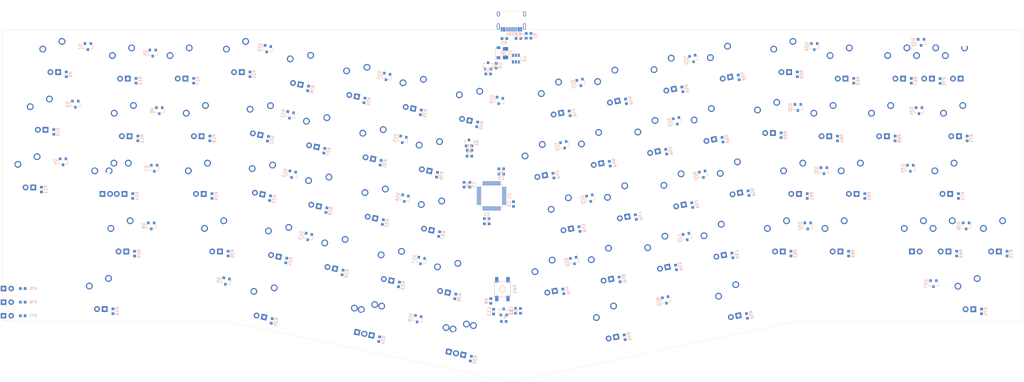
<source format=kicad_pcb>
(kicad_pcb (version 20171130) (host pcbnew "(5.1.4)-1")
  (layers (0 F.Cu signal) (31 B.Cu signal) (34 B.Paste user) (35 F.Paste user) (36 B.SilkS user) (37 F.SilkS user) (38 B.Mask user) (39 F.Mask user) (44 Edge.Cuts user))
  (net 0 "")
  (net 1 +3V3)
  (net 2 GND)
  (net 3 "Net-(C7-Pad1)")
  (net 4 +5V)
  (net 5 /BOOT0)
  (net 6 /NRST)
  (net 7 "/Switch + LED Matrix/row1")
  (net 8 "Net-(D2-Pad2)")
  (net 9 "Net-(D2-Pad1)")
  (net 10 "/Switch + LED Matrix/row2")
  (net 11 "Net-(D3-Pad2)")
  (net 12 "Net-(D3-Pad1)")
  (net 13 "/Switch + LED Matrix/row3")
  (net 14 "Net-(D4-Pad2)")
  (net 15 "Net-(D4-Pad1)")
  (net 16 "Net-(D5-Pad2)")
  (net 17 "Net-(D5-Pad1)")
  (net 18 "Net-(D6-Pad2)")
  (net 19 "Net-(D6-Pad1)")
  (net 20 "Net-(D7-Pad2)")
  (net 21 "Net-(D7-Pad1)")
  (net 22 "/Switch + LED Matrix/row4")
  (net 23 "Net-(D8-Pad2)")
  (net 24 "Net-(D8-Pad1)")
  (net 25 "/Switch + LED Matrix/row5")
  (net 26 "Net-(D9-Pad2)")
  (net 27 "Net-(D9-Pad1)")
  (net 28 "Net-(D10-Pad2)")
  (net 29 "Net-(D10-Pad1)")
  (net 30 "Net-(D11-Pad2)")
  (net 31 "Net-(D11-Pad1)")
  (net 32 "Net-(D12-Pad2)")
  (net 33 "Net-(D12-Pad1)")
  (net 34 "Net-(D13-Pad2)")
  (net 35 "Net-(D13-Pad1)")
  (net 36 "Net-(D14-Pad2)")
  (net 37 "Net-(D14-Pad1)")
  (net 38 "Net-(D15-Pad2)")
  (net 39 "Net-(D15-Pad1)")
  (net 40 "Net-(D16-Pad2)")
  (net 41 "Net-(D16-Pad1)")
  (net 42 "Net-(D17-Pad2)")
  (net 43 "Net-(D17-Pad1)")
  (net 44 "Net-(D18-Pad2)")
  (net 45 "Net-(D18-Pad1)")
  (net 46 "Net-(D19-Pad2)")
  (net 47 "Net-(D19-Pad1)")
  (net 48 "Net-(D20-Pad2)")
  (net 49 "Net-(D20-Pad1)")
  (net 50 "Net-(D21-Pad2)")
  (net 51 "Net-(D21-Pad1)")
  (net 52 "Net-(D22-Pad2)")
  (net 53 "Net-(D22-Pad1)")
  (net 54 "Net-(D23-Pad2)")
  (net 55 "Net-(D23-Pad1)")
  (net 56 "Net-(D24-Pad2)")
  (net 57 "Net-(D24-Pad1)")
  (net 58 "Net-(D25-Pad2)")
  (net 59 "Net-(D25-Pad1)")
  (net 60 "Net-(D26-Pad2)")
  (net 61 "Net-(D26-Pad1)")
  (net 62 "Net-(D27-Pad2)")
  (net 63 "Net-(D27-Pad1)")
  (net 64 "Net-(D28-Pad2)")
  (net 65 "Net-(D28-Pad1)")
  (net 66 "Net-(D29-Pad2)")
  (net 67 "Net-(D29-Pad1)")
  (net 68 "Net-(D30-Pad2)")
  (net 69 "Net-(D30-Pad1)")
  (net 70 "Net-(D31-Pad2)")
  (net 71 "Net-(D31-Pad1)")
  (net 72 "Net-(D32-Pad2)")
  (net 73 "Net-(D32-Pad1)")
  (net 74 "Net-(D33-Pad2)")
  (net 75 "Net-(D33-Pad1)")
  (net 76 "Net-(D34-Pad2)")
  (net 77 "Net-(D34-Pad1)")
  (net 78 "Net-(D35-Pad2)")
  (net 79 "Net-(D35-Pad1)")
  (net 80 "Net-(D36-Pad2)")
  (net 81 "Net-(D36-Pad1)")
  (net 82 "Net-(D37-Pad2)")
  (net 83 "Net-(D37-Pad1)")
  (net 84 VBUS)
  (net 85 "Net-(KBA1-Pad4)")
  (net 86 "/Switch + LED Matrix/colA")
  (net 87 "Net-(KBA2-Pad4)")
  (net 88 "Net-(KBA3-Pad4)")
  (net 89 "Net-(KBB1-Pad4)")
  (net 90 "/Switch + LED Matrix/colB")
  (net 91 "Net-(KBB2-Pad4)")
  (net 92 "Net-(KBB4-Pad4)")
  (net 93 "Net-(KBB5-Pad4)")
  (net 94 "Net-(KBC1-Pad4)")
  (net 95 "/Switch + LED Matrix/colC")
  (net 96 "Net-(KBC2-Pad4)")
  (net 97 "Net-(KBC3-Pad4)")
  (net 98 "Net-(KBC4-Pad4)")
  (net 99 "Net-(KBD1-Pad4)")
  (net 100 "/Switch + LED Matrix/colD")
  (net 101 "Net-(KBD2-Pad4)")
  (net 102 "Net-(KBD3-Pad4)")
  (net 103 "Net-(KBD4-Pad4)")
  (net 104 "Net-(KBD5-Pad4)")
  (net 105 "Net-(KBE1-Pad4)")
  (net 106 "/Switch + LED Matrix/colE")
  (net 107 "Net-(KBE2-Pad4)")
  (net 108 "Net-(KBE3-Pad4)")
  (net 109 "Net-(KBE4-Pad4)")
  (net 110 "Net-(KBF1-Pad4)")
  (net 111 "/Switch + LED Matrix/colF")
  (net 112 "Net-(KBF2-Pad4)")
  (net 113 "Net-(KBF3-Pad4)")
  (net 114 "Net-(KBF4-Pad4)")
  (net 115 "Net-(KBG1-Pad4)")
  (net 116 "/Switch + LED Matrix/colG")
  (net 117 "Net-(KBG2-Pad4)")
  (net 118 "Net-(KBG3-Pad4)")
  (net 119 "Net-(KBG4-Pad4)")
  (net 120 "Net-(KBH1-Pad4)")
  (net 121 "/Switch + LED Matrix/colH")
  (net 122 "Net-(KBI1-Pad4)")
  (net 123 "/Switch + LED Matrix/colI")
  (net 124 "Net-(KBI2-Pad4)")
  (net 125 "Net-(KBI3-Pad4)")
  (net 126 "Net-(KBI4-Pad4)")
  (net 127 "Net-(KBJ1-Pad4)")
  (net 128 "/Switch + LED Matrix/colJ")
  (net 129 "Net-(KBJ2-Pad4)")
  (net 130 "Net-(KBJ3-Pad4)")
  (net 131 "Net-(KBJ4-Pad4)")
  (net 132 "Net-(KBJ5-Pad4)")
  (net 133 "Net-(KBK1-Pad4)")
  (net 134 "/Switch + LED Matrix/colK")
  (net 135 "Net-(KBK2-Pad4)")
  (net 136 "Net-(KBK3-Pad4)")
  (net 137 "Net-(KBK4-Pad4)")
  (net 138 "Net-(KBL1-Pad4)")
  (net 139 "/Switch + LED Matrix/colL")
  (net 140 "Net-(KBL2-Pad4)")
  (net 141 "Net-(KBL3-Pad4)")
  (net 142 "Net-(KBL4-Pad4)")
  (net 143 "Net-(KBL5-Pad4)")
  (net 144 "Net-(KBM1-Pad4)")
  (net 145 "/Switch + LED Matrix/colM")
  (net 146 "Net-(KBM2-Pad4)")
  (net 147 "Net-(KBM3-Pad4)")
  (net 148 "Net-(KBM4-Pad4)")
  (net 149 "Net-(KBN1-Pad4)")
  (net 150 "/Switch + LED Matrix/colN")
  (net 151 "Net-(KBN2-Pad4)")
  (net 152 "Net-(KBN3-Pad4)")
  (net 153 "Net-(KBN4-Pad4)")
  (net 154 "Net-(KBO1-Pad4)")
  (net 155 "/Switch + LED Matrix/colO")
  (net 156 "Net-(KBO2-Pad4)")
  (net 157 "/Switch + LED Matrix/colP")
  (net 158 "Net-(KBP2-Pad4)")
  (net 159 "Net-(KBP3-Pad4)")
  (net 160 "Net-(KBP4-Pad4)")
  (net 161 "Net-(KBP5-Pad4)")
  (net 162 "Net-(Q1-Pad1)")
  (net 163 "Net-(R2-Pad2)")
  (net 164 "Net-(R3-Pad2)")
  (net 165 /LED_PWM)
  (net 166 "Net-(U1-Pad46)")
  (net 167 "Net-(U1-Pad45)")
  (net 168 "Net-(U1-Pad43)")
  (net 169 "Net-(U1-Pad42)")
  (net 170 "Net-(U1-Pad41)")
  (net 171 "Net-(U1-Pad40)")
  (net 172 "Net-(U1-Pad39)")
  (net 173 "Net-(U1-Pad38)")
  (net 174 "Net-(U1-Pad37)")
  (net 175 "Net-(U1-Pad34)")
  (net 176 /D+)
  (net 177 /D-)
  (net 178 "Net-(U1-Pad31)")
  (net 179 "Net-(U1-Pad30)")
  (net 180 "Net-(U1-Pad28)")
  (net 181 "Net-(U1-Pad27)")
  (net 182 "Net-(U1-Pad26)")
  (net 183 "Net-(U1-Pad25)")
  (net 184 "Net-(U1-Pad22)")
  (net 185 "Net-(U1-Pad21)")
  (net 186 "Net-(U1-Pad20)")
  (net 187 "Net-(U1-Pad19)")
  (net 188 "Net-(U1-Pad18)")
  (net 189 /SPI_MOSI)
  (net 190 /SPI_MISO)
  (net 191 /SPI_SCK)
  (net 192 /SPI_CS)
  (net 193 /SPI_IRQ)
  (net 194 /SPI_RES)
  (net 195 "Net-(U1-Pad11)")
  (net 196 "Net-(U1-Pad10)")
  (net 197 "Net-(U1-Pad6)")
  (net 198 "Net-(U1-Pad5)")
  (net 199 "Net-(U1-Pad4)")
  (net 200 "Net-(U1-Pad3)")
  (net 201 "Net-(U1-Pad2)")
  (net 202 "Net-(U3-Pad6)")
  (net 203 "Net-(U3-Pad4)")
  (net 204 "Net-(U3-Pad3)")
  (net 205 "Net-(U3-Pad1)")
  (net 206 "Net-(USB1-Pad3)")
  (net 207 "Net-(USB1-Pad9)")
  (net 208 /LED_GND)
  (net 209 "Net-(KBB3-1-Pad4)")
  (net 210 "Net-(C11-Pad2)")
  (net 211 "Net-(KBF5-1-Pad4)")
  (net 212 "Net-(KBG5-1-Pad4)")
  (net 213 "Net-(KBP1-1-Pad4)")
  (net 214 "Net-(KBO4-1-Pad4)")
  (net 215 /LED_1)
  (net 216 /LED_2)
  (net 217 /LED_3)
  (net 218 "Net-(D38-Pad2)")
  (net 219 "Net-(D39-Pad2)")
  (net 220 "Net-(D40-Pad2)")
  (module keeb_lighting:LED_D3.0mm (layer F.Cu) (at -8.55 85.619999)
    (fp_text reference D40 hide)
    (fp_text value "LED 3")
    (pad 2 thru_hole circle (at 2.54 0) (size 1.8 1.8) (drill 0.9) (layers *.Cu *.Mask) (net 220 "Net-(D40-Pad2)"))
    (pad 1 thru_hole rect (at 0 0) (size 1.8 1.8) (drill 0.9) (layers *.Cu *.Mask) (net 2 GND))
  )
  (module keeb_lighting:LED_D3.0mm (layer F.Cu) (at -8.55 81.119999)
    (fp_text reference D39 hide)
    (fp_text value "LED 2")
    (pad 2 thru_hole circle (at 2.54 0) (size 1.8 1.8) (drill 0.9) (layers *.Cu *.Mask) (net 219 "Net-(D39-Pad2)"))
    (pad 1 thru_hole rect (at 0 0) (size 1.8 1.8) (drill 0.9) (layers *.Cu *.Mask) (net 2 GND))
  )
  (module keeb_lighting:LED_D3.0mm (layer F.Cu) (at -8.549999 76.619999)
    (fp_text reference D38 hide)
    (fp_text value "LED 1")
    (pad 2 thru_hole circle (at 2.54 0) (size 1.8 1.8) (drill 0.9) (layers *.Cu *.Mask) (net 218 "Net-(D38-Pad2)"))
    (pad 1 thru_hole rect (at 0 0) (size 1.8 1.8) (drill 0.9) (layers *.Cu *.Mask) (net 2 GND))
  )
  (module keeb_parts:R_0603_1608Metric (layer B.Cu) (at -2.2125 85.619999)
    (fp_text reference R77 (at 2.2125 0) (layer B.SilkS) (effects (font (size 0.8 0.8)) (justify right mirror)))
    (fp_text value 470)
    (pad 2 smd roundrect (at 0.7875 0) (size 0.875 0.95) (layers B.Cu B.Paste B.Mask) (net 217 /LED_3))
    (pad 1 smd roundrect (at -0.7875 0) (size 0.875 0.95) (layers B.Cu B.Paste B.Mask) (net 220 "Net-(D40-Pad2)"))
  )
  (module keeb_parts:R_0603_1608Metric (layer B.Cu) (at -2.212498 81.119999)
    (fp_text reference R76 (at 2.2125 0) (layer B.SilkS) (effects (font (size 0.8 0.8)) (justify right mirror)))
    (fp_text value 470)
    (pad 2 smd roundrect (at 0.7875 0) (size 0.875 0.95) (layers B.Cu B.Paste B.Mask) (net 216 /LED_2))
    (pad 1 smd roundrect (at -0.7875 0) (size 0.875 0.95) (layers B.Cu B.Paste B.Mask) (net 219 "Net-(D39-Pad2)"))
  )
  (module keeb_parts:R_0603_1608Metric (layer B.Cu) (at -2.2125 76.62)
    (fp_text reference R75 (at 2.2125 0) (layer B.SilkS) (effects (font (size 0.8 0.8)) (justify right mirror)))
    (fp_text value 470)
    (pad 2 smd roundrect (at 0.7875 0) (size 0.875 0.95) (layers B.Cu B.Paste B.Mask) (net 215 /LED_1))
    (pad 1 smd roundrect (at -0.7875 0) (size 0.875 0.95) (layers B.Cu B.Paste B.Mask) (net 218 "Net-(D38-Pad2)"))
  )
  (module MX_Only:MXOnly-1.5U (layer F.Cu) (at 306.04 21.189999)
    (fp_text reference KBP2)
    (fp_text value Keyboard_Switch)
    (pad "" np_thru_hole circle (at 5.08 0 48.0996) (size 1.75 1.75) (drill 1.75) (layers *.Cu *.Mask))
    (pad "" np_thru_hole circle (at -5.08 0 48.0996) (size 1.75 1.75) (drill 1.75) (layers *.Cu *.Mask))
    (pad 4 thru_hole rect (at 1.27 5.08) (size 1.905 1.905) (drill 1.04) (layers *.Cu B.Mask) (net 158 "Net-(KBP2-Pad4)"))
    (pad 3 thru_hole circle (at -1.27 5.08) (size 1.905 1.905) (drill 1.04) (layers *.Cu B.Mask) (net 4 +5V))
    (pad 1 thru_hole circle (at -3.81 -2.54) (size 2.25 2.25) (drill 1.47) (layers *.Cu B.Mask) (net 76 "Net-(D34-Pad2)"))
    (pad "" np_thru_hole circle (at 0 0) (size 3.9878 3.9878) (drill 3.9878) (layers *.Cu *.Mask))
    (pad 2 thru_hole circle (at 2.54 -5.08) (size 2.25 2.25) (drill 1.47) (layers *.Cu B.Mask) (net 157 "/Switch + LED Matrix/colP"))
  )
  (module MX_Only:MXOnly-1.5U (layer F.Cu) (at 310.800001 78.389999)
    (fp_text reference KBP5)
    (fp_text value Keyboard_Switch)
    (pad "" np_thru_hole circle (at 5.08 0 48.0996) (size 1.75 1.75) (drill 1.75) (layers *.Cu *.Mask))
    (pad "" np_thru_hole circle (at -5.08 0 48.0996) (size 1.75 1.75) (drill 1.75) (layers *.Cu *.Mask))
    (pad 4 thru_hole rect (at 1.27 5.08) (size 1.905 1.905) (drill 1.04) (layers *.Cu B.Mask) (net 161 "Net-(KBP5-Pad4)"))
    (pad 3 thru_hole circle (at -1.27 5.08) (size 1.905 1.905) (drill 1.04) (layers *.Cu B.Mask) (net 4 +5V))
    (pad 1 thru_hole circle (at -3.81 -2.54) (size 2.25 2.25) (drill 1.47) (layers *.Cu B.Mask) (net 82 "Net-(D37-Pad2)"))
    (pad "" np_thru_hole circle (at 0 0) (size 3.9878 3.9878) (drill 3.9878) (layers *.Cu *.Mask))
    (pad 2 thru_hole circle (at 2.54 -5.08) (size 2.25 2.25) (drill 1.47) (layers *.Cu B.Mask) (net 157 "/Switch + LED Matrix/colP"))
  )
  (module MX_Only:MXOnly-1.5U (layer F.Cu) (at 232.110001 80.839998 12)
    (fp_text reference KBL5)
    (fp_text value Keyboard_Switch)
    (pad "" np_thru_hole circle (at 5.08 0 60.0996) (size 1.75 1.75) (drill 1.75) (layers *.Cu *.Mask))
    (pad "" np_thru_hole circle (at -5.08 0 60.0996) (size 1.75 1.75) (drill 1.75) (layers *.Cu *.Mask))
    (pad 4 thru_hole rect (at 1.27 5.08 12) (size 1.905 1.905) (drill 1.04) (layers *.Cu B.Mask) (net 143 "Net-(KBL5-Pad4)"))
    (pad 3 thru_hole circle (at -1.27 5.08 12) (size 1.905 1.905) (drill 1.04) (layers *.Cu B.Mask) (net 4 +5V))
    (pad 1 thru_hole circle (at -3.81 -2.54 12) (size 2.25 2.25) (drill 1.47) (layers *.Cu B.Mask) (net 64 "Net-(D28-Pad2)"))
    (pad "" np_thru_hole circle (at 0 0 12) (size 3.9878 3.9878) (drill 3.9878) (layers *.Cu *.Mask))
    (pad 2 thru_hole circle (at 2.54 -5.08 12) (size 2.25 2.25) (drill 1.47) (layers *.Cu B.Mask) (net 139 "/Switch + LED Matrix/colL"))
  )
  (module MX_Only:MXOnly-2.25U-ReversedStabilizers (layer F.Cu) (at 112.930002 86.859999 348)
    (fp_text reference KBF5-1)
    (fp_text value Keyboard_Switch)
    (pad "" np_thru_hole circle (at 11.938 -8.255 348) (size 3.9878 3.9878) (drill 3.9878) (layers *.Cu *.Mask))
    (pad "" np_thru_hole circle (at -11.938 -8.255 348) (size 3.9878 3.9878) (drill 3.9878) (layers *.Cu *.Mask))
    (pad "" np_thru_hole circle (at 11.938 6.985 348) (size 3.048 3.048) (drill 3.048) (layers *.Cu *.Mask))
    (pad "" np_thru_hole circle (at -11.938 6.985 348) (size 3.048 3.048) (drill 3.048) (layers *.Cu *.Mask))
    (pad "" np_thru_hole circle (at 5.08 0 36.0996) (size 1.75 1.75) (drill 1.75) (layers *.Cu *.Mask))
    (pad "" np_thru_hole circle (at -5.08 0 36.0996) (size 1.75 1.75) (drill 1.75) (layers *.Cu *.Mask))
    (pad 4 thru_hole rect (at 1.27 5.08 348) (size 1.905 1.905) (drill 1.04) (layers *.Cu B.Mask) (net 211 "Net-(KBF5-1-Pad4)"))
    (pad 3 thru_hole circle (at -1.27 5.08 348) (size 1.905 1.905) (drill 1.04) (layers *.Cu B.Mask) (net 4 +5V))
    (pad 1 thru_hole circle (at -3.81 -2.54 348) (size 2.25 2.25) (drill 1.47) (layers *.Cu B.Mask) (net 111 "/Switch + LED Matrix/colF"))
    (pad "" np_thru_hole circle (at 0 0 348) (size 3.9878 3.9878) (drill 3.9878) (layers *.Cu *.Mask))
    (pad 2 thru_hole circle (at 2.54 -5.08 348) (size 2.25 2.25) (drill 1.47) (layers *.Cu B.Mask) (net 45 "Net-(D18-Pad1)"))
  )
  (module MX_Only:MXOnly-2U-FLIPPED-ReversedStabilizers (layer F.Cu) (at 110.64 86.369999 348)
    (fp_text reference KBF5)
    (fp_text value Keyboard_Switch)
    (pad "" np_thru_hole circle (at 11.938 -8.255 348) (size 3.9878 3.9878) (drill 3.9878) (layers *.Cu *.Mask))
    (pad "" np_thru_hole circle (at -11.938 -8.255 348) (size 3.9878 3.9878) (drill 3.9878) (layers *.Cu *.Mask))
    (pad "" np_thru_hole circle (at 11.938 6.985 348) (size 3.048 3.048) (drill 3.048) (layers *.Cu *.Mask))
    (pad "" np_thru_hole circle (at -11.938 6.985 348) (size 3.048 3.048) (drill 3.048) (layers *.Cu *.Mask))
    (pad "" np_thru_hole circle (at 5.08 0 36.0996) (size 1.75 1.75) (drill 1.75) (layers *.Cu *.Mask))
    (pad "" np_thru_hole circle (at -5.08 0 36.0996) (size 1.75 1.75) (drill 1.75) (layers *.Cu *.Mask))
    (pad 4 thru_hole rect (at -1.27 5.08 348) (size 1.905 1.905) (drill 1.04) (layers *.Cu B.Mask) (net 211 "Net-(KBF5-1-Pad4)"))
    (pad 3 thru_hole circle (at 1.27 5.08 348) (size 1.905 1.905) (drill 1.04) (layers *.Cu B.Mask) (net 4 +5V))
    (pad 1 thru_hole circle (at -3.81 -2.54 348) (size 2.25 2.25) (drill 1.47) (layers *.Cu B.Mask) (net 111 "/Switch + LED Matrix/colF"))
    (pad "" np_thru_hole circle (at 0 0 348) (size 3.9878 3.9878) (drill 3.9878) (layers *.Cu *.Mask))
    (pad 2 thru_hole circle (at 2.54 -5.08 348) (size 2.25 2.25) (drill 1.47) (layers *.Cu B.Mask) (net 45 "Net-(D18-Pad1)"))
  )
  (module MX_Only:MXOnly-1.25U-FLIPPED (layer F.Cu) (at 140.940001 92.809999 348)
    (fp_text reference KBG5)
    (fp_text value Keyboard_Switch)
    (pad "" np_thru_hole circle (at 5.08 0 36.0996) (size 1.75 1.75) (drill 1.75) (layers *.Cu *.Mask))
    (pad "" np_thru_hole circle (at -5.08 0 36.0996) (size 1.75 1.75) (drill 1.75) (layers *.Cu *.Mask))
    (pad 4 thru_hole rect (at -1.27 5.08 348) (size 1.905 1.905) (drill 1.04) (layers *.Cu B.Mask) (net 212 "Net-(KBG5-1-Pad4)"))
    (pad 3 thru_hole circle (at 1.27 5.08 348) (size 1.905 1.905) (drill 1.04) (layers *.Cu B.Mask) (net 4 +5V))
    (pad 1 thru_hole circle (at -3.81 -2.54 348) (size 2.25 2.25) (drill 1.47) (layers *.Cu B.Mask) (net 44 "Net-(D18-Pad2)"))
    (pad "" np_thru_hole circle (at 0 0 348) (size 3.9878 3.9878) (drill 3.9878) (layers *.Cu *.Mask))
    (pad 2 thru_hole circle (at 2.54 -5.08 348) (size 2.25 2.25) (drill 1.47) (layers *.Cu B.Mask) (net 116 "/Switch + LED Matrix/colG"))
  )
  (module MX_Only:MXOnly-2.75U-ReversedStabilizers (layer F.Cu) (at 191.700001 87.899999 12)
    (fp_text reference KBJ5)
    (fp_text value Keyboard_Switch)
    (pad "" np_thru_hole circle (at 11.938 -8.255 12) (size 3.9878 3.9878) (drill 3.9878) (layers *.Cu *.Mask))
    (pad "" np_thru_hole circle (at -11.938 -8.255 12) (size 3.9878 3.9878) (drill 3.9878) (layers *.Cu *.Mask))
    (pad "" np_thru_hole circle (at 11.938 6.985 12) (size 3.048 3.048) (drill 3.048) (layers *.Cu *.Mask))
    (pad "" np_thru_hole circle (at -11.938 6.985 12) (size 3.048 3.048) (drill 3.048) (layers *.Cu *.Mask))
    (pad "" np_thru_hole circle (at 5.08 0 60.0996) (size 1.75 1.75) (drill 1.75) (layers *.Cu *.Mask))
    (pad "" np_thru_hole circle (at -5.08 0 60.0996) (size 1.75 1.75) (drill 1.75) (layers *.Cu *.Mask))
    (pad 4 thru_hole rect (at 1.27 5.08 12) (size 1.905 1.905) (drill 1.04) (layers *.Cu B.Mask) (net 132 "Net-(KBJ5-Pad4)"))
    (pad 3 thru_hole circle (at -1.27 5.08 12) (size 1.905 1.905) (drill 1.04) (layers *.Cu B.Mask) (net 4 +5V))
    (pad 1 thru_hole circle (at -3.81 -2.54 12) (size 2.25 2.25) (drill 1.47) (layers *.Cu B.Mask) (net 65 "Net-(D28-Pad1)"))
    (pad "" np_thru_hole circle (at 0 0 12) (size 3.9878 3.9878) (drill 3.9878) (layers *.Cu *.Mask))
    (pad 2 thru_hole circle (at 2.54 -5.08 12) (size 2.25 2.25) (drill 1.47) (layers *.Cu B.Mask) (net 128 "/Switch + LED Matrix/colJ"))
  )
  (module MX_Only:MXOnly-1.5U (layer F.Cu) (at 77.399999 80.839999 348)
    (fp_text reference KBD5)
    (fp_text value Keyboard_Switch)
    (pad "" np_thru_hole circle (at 5.08 0 36.0996) (size 1.75 1.75) (drill 1.75) (layers *.Cu *.Mask))
    (pad "" np_thru_hole circle (at -5.08 0 36.0996) (size 1.75 1.75) (drill 1.75) (layers *.Cu *.Mask))
    (pad 4 thru_hole rect (at 1.27 5.08 348) (size 1.905 1.905) (drill 1.04) (layers *.Cu B.Mask) (net 104 "Net-(KBD5-Pad4)"))
    (pad 3 thru_hole circle (at -1.27 5.08 348) (size 1.905 1.905) (drill 1.04) (layers *.Cu B.Mask) (net 4 +5V))
    (pad 1 thru_hole circle (at -3.81 -2.54 348) (size 2.25 2.25) (drill 1.47) (layers *.Cu B.Mask) (net 100 "/Switch + LED Matrix/colD"))
    (pad "" np_thru_hole circle (at 0 0 348) (size 3.9878 3.9878) (drill 3.9878) (layers *.Cu *.Mask))
    (pad 2 thru_hole circle (at 2.54 -5.08 348) (size 2.25 2.25) (drill 1.47) (layers *.Cu B.Mask) (net 26 "Net-(D9-Pad2)"))
  )
  (module MX_Only:MXOnly-1.75U-FLIPPED (layer F.Cu) (at 293.050001 59.289999)
    (fp_text reference KBO4-1)
    (fp_text value Keyboard_Switch)
    (pad "" np_thru_hole circle (at 5.08 0 48.0996) (size 1.75 1.75) (drill 1.75) (layers *.Cu *.Mask))
    (pad "" np_thru_hole circle (at -5.08 0 48.0996) (size 1.75 1.75) (drill 1.75) (layers *.Cu *.Mask))
    (pad 4 thru_hole rect (at -1.27 5.08) (size 1.905 1.905) (drill 1.04) (layers *.Cu B.Mask) (net 214 "Net-(KBO4-1-Pad4)"))
    (pad 3 thru_hole circle (at 1.27 5.08) (size 1.905 1.905) (drill 1.04) (layers *.Cu B.Mask) (net 4 +5V))
    (pad 1 thru_hole circle (at -3.81 -2.54) (size 2.25 2.25) (drill 1.47) (layers *.Cu B.Mask) (net 155 "/Switch + LED Matrix/colO"))
    (pad "" np_thru_hole circle (at 0 0) (size 3.9878 3.9878) (drill 3.9878) (layers *.Cu *.Mask))
    (pad 2 thru_hole circle (at 2.54 -5.08) (size 2.25 2.25) (drill 1.47) (layers *.Cu B.Mask) (net 81 "Net-(D36-Pad1)"))
  )
  (module MX_Only:MXOnly-2.75U (layer F.Cu) (at 302.570001 59.29)
    (fp_text reference KBO4)
    (fp_text value Keyboard_Switch)
    (pad "" np_thru_hole circle (at 11.938 8.255) (size 3.9878 3.9878) (drill 3.9878) (layers *.Cu *.Mask))
    (pad "" np_thru_hole circle (at -11.938 8.255) (size 3.9878 3.9878) (drill 3.9878) (layers *.Cu *.Mask))
    (pad "" np_thru_hole circle (at 11.938 -6.985) (size 3.048 3.048) (drill 3.048) (layers *.Cu *.Mask))
    (pad "" np_thru_hole circle (at -11.938 -6.985) (size 3.048 3.048) (drill 3.048) (layers *.Cu *.Mask))
    (pad "" np_thru_hole circle (at 5.08 0 48.0996) (size 1.75 1.75) (drill 1.75) (layers *.Cu *.Mask))
    (pad "" np_thru_hole circle (at -5.08 0 48.0996) (size 1.75 1.75) (drill 1.75) (layers *.Cu *.Mask))
    (pad 4 thru_hole rect (at 1.27 5.08) (size 1.905 1.905) (drill 1.04) (layers *.Cu B.Mask) (net 214 "Net-(KBO4-1-Pad4)"))
    (pad 3 thru_hole circle (at -1.27 5.08) (size 1.905 1.905) (drill 1.04) (layers *.Cu B.Mask) (net 4 +5V))
    (pad 1 thru_hole circle (at -3.81 -2.54) (size 2.25 2.25) (drill 1.47) (layers *.Cu B.Mask) (net 155 "/Switch + LED Matrix/colO"))
    (pad "" np_thru_hole circle (at 0 0) (size 3.9878 3.9878) (drill 3.9878) (layers *.Cu *.Mask))
    (pad 2 thru_hole circle (at 2.54 -5.08) (size 2.25 2.25) (drill 1.47) (layers *.Cu B.Mask) (net 81 "Net-(D36-Pad1)"))
  )
  (module MX_Only:MXOnly-2.25U-ReversedStabilizers (layer F.Cu) (at 303.16 40.239999)
    (fp_text reference KBP3)
    (fp_text value Keyboard_Switch)
    (pad "" np_thru_hole circle (at 11.938 -8.255) (size 3.9878 3.9878) (drill 3.9878) (layers *.Cu *.Mask))
    (pad "" np_thru_hole circle (at -11.938 -8.255) (size 3.9878 3.9878) (drill 3.9878) (layers *.Cu *.Mask))
    (pad "" np_thru_hole circle (at 11.938 6.985) (size 3.048 3.048) (drill 3.048) (layers *.Cu *.Mask))
    (pad "" np_thru_hole circle (at -11.938 6.985) (size 3.048 3.048) (drill 3.048) (layers *.Cu *.Mask))
    (pad "" np_thru_hole circle (at 5.08 0 48.0996) (size 1.75 1.75) (drill 1.75) (layers *.Cu *.Mask))
    (pad "" np_thru_hole circle (at -5.08 0 48.0996) (size 1.75 1.75) (drill 1.75) (layers *.Cu *.Mask))
    (pad 4 thru_hole rect (at 1.27 5.08) (size 1.905 1.905) (drill 1.04) (layers *.Cu B.Mask) (net 159 "Net-(KBP3-Pad4)"))
    (pad 3 thru_hole circle (at -1.27 5.08) (size 1.905 1.905) (drill 1.04) (layers *.Cu B.Mask) (net 4 +5V))
    (pad 1 thru_hole circle (at -3.81 -2.54) (size 2.25 2.25) (drill 1.47) (layers *.Cu B.Mask) (net 78 "Net-(D35-Pad2)"))
    (pad "" np_thru_hole circle (at 0 0) (size 3.9878 3.9878) (drill 3.9878) (layers *.Cu *.Mask))
    (pad 2 thru_hole circle (at 2.54 -5.08) (size 2.25 2.25) (drill 1.47) (layers *.Cu B.Mask) (net 157 "/Switch + LED Matrix/colP"))
  )
  (module MX_Only:MXOnly-1.25U-FLIPPED (layer F.Cu) (at 25.400001 40.239999)
    (fp_text reference KBB3-1)
    (fp_text value Keyboard_Switch)
    (pad "" np_thru_hole circle (at 5.08 0 48.0996) (size 1.75 1.75) (drill 1.75) (layers *.Cu *.Mask))
    (pad "" np_thru_hole circle (at -5.08 0 48.0996) (size 1.75 1.75) (drill 1.75) (layers *.Cu *.Mask))
    (pad 4 thru_hole rect (at -1.27 5.08) (size 1.905 1.905) (drill 1.04) (layers *.Cu B.Mask) (net 209 "Net-(KBB3-1-Pad4)"))
    (pad 3 thru_hole circle (at 1.27 5.08) (size 1.905 1.905) (drill 1.04) (layers *.Cu B.Mask) (net 4 +5V))
    (pad 1 thru_hole circle (at -3.81 -2.54) (size 2.25 2.25) (drill 1.47) (layers *.Cu B.Mask) (net 90 "/Switch + LED Matrix/colB"))
    (pad "" np_thru_hole circle (at 0 0) (size 3.9878 3.9878) (drill 3.9878) (layers *.Cu *.Mask))
    (pad 2 thru_hole circle (at 2.54 -5.08) (size 2.25 2.25) (drill 1.47) (layers *.Cu B.Mask) (net 21 "Net-(D7-Pad1)"))
  )
  (module MX_Only:MXOnly-1.5U (layer F.Cu) (at 23.62 78.339999)
    (fp_text reference KBB5)
    (fp_text value Keyboard_Switch)
    (pad "" np_thru_hole circle (at 5.08 0 48.0996) (size 1.75 1.75) (drill 1.75) (layers *.Cu *.Mask))
    (pad "" np_thru_hole circle (at -5.08 0 48.0996) (size 1.75 1.75) (drill 1.75) (layers *.Cu *.Mask))
    (pad 4 thru_hole rect (at 1.27 5.08) (size 1.905 1.905) (drill 1.04) (layers *.Cu B.Mask) (net 93 "Net-(KBB5-Pad4)"))
    (pad 3 thru_hole circle (at -1.27 5.08) (size 1.905 1.905) (drill 1.04) (layers *.Cu B.Mask) (net 4 +5V))
    (pad 1 thru_hole circle (at -3.81 -2.54) (size 2.25 2.25) (drill 1.47) (layers *.Cu B.Mask) (net 90 "/Switch + LED Matrix/colB"))
    (pad "" np_thru_hole circle (at 0 0) (size 3.9878 3.9878) (drill 3.9878) (layers *.Cu *.Mask))
    (pad 2 thru_hole circle (at 2.54 -5.08) (size 2.25 2.25) (drill 1.47) (layers *.Cu B.Mask) (net 27 "Net-(D9-Pad1)"))
  )
  (module MX_Only:MXOnly-1U (layer F.Cu) (at 306.630001 2.14)
    (fp_text reference KBP1-1)
    (fp_text value Keyboard_Switch)
    (pad "" np_thru_hole circle (at 5.08 0 48.0996) (size 1.75 1.75) (drill 1.75) (layers *.Cu *.Mask))
    (pad "" np_thru_hole circle (at -5.08 0 48.0996) (size 1.75 1.75) (drill 1.75) (layers *.Cu *.Mask))
    (pad 4 thru_hole rect (at 1.27 5.08) (size 1.905 1.905) (drill 1.04) (layers *.Cu B.Mask) (net 213 "Net-(KBP1-1-Pad4)"))
    (pad 3 thru_hole circle (at -1.27 5.08) (size 1.905 1.905) (drill 1.04) (layers *.Cu B.Mask) (net 4 +5V))
    (pad 1 thru_hole circle (at -3.81 -2.54) (size 2.25 2.25) (drill 1.47) (layers *.Cu B.Mask) (net 74 "Net-(D33-Pad2)"))
    (pad "" np_thru_hole circle (at 0 0) (size 3.9878 3.9878) (drill 3.9878) (layers *.Cu *.Mask))
    (pad 2 thru_hole circle (at 2.54 -5.08) (size 2.25 2.25) (drill 1.47) (layers *.Cu B.Mask) (net 157 "/Switch + LED Matrix/colP"))
  )
  (module MX_Only:MXOnly-2U (layer F.Cu) (at 297.110002 2.139999)
    (fp_text reference KBP1)
    (fp_text value Keyboard_Switch)
    (pad "" np_thru_hole circle (at 11.938 8.255) (size 3.9878 3.9878) (drill 3.9878) (layers *.Cu *.Mask))
    (pad "" np_thru_hole circle (at -11.938 8.255) (size 3.9878 3.9878) (drill 3.9878) (layers *.Cu *.Mask))
    (pad "" np_thru_hole circle (at 11.938 -6.985) (size 3.048 3.048) (drill 3.048) (layers *.Cu *.Mask))
    (pad "" np_thru_hole circle (at -11.938 -6.985) (size 3.048 3.048) (drill 3.048) (layers *.Cu *.Mask))
    (pad "" np_thru_hole circle (at 5.08 0 48.0996) (size 1.75 1.75) (drill 1.75) (layers *.Cu *.Mask))
    (pad "" np_thru_hole circle (at -5.08 0 48.0996) (size 1.75 1.75) (drill 1.75) (layers *.Cu *.Mask))
    (pad 4 thru_hole rect (at 1.27 5.08) (size 1.905 1.905) (drill 1.04) (layers *.Cu B.Mask) (net 213 "Net-(KBP1-1-Pad4)"))
    (pad 3 thru_hole circle (at -1.27 5.08) (size 1.905 1.905) (drill 1.04) (layers *.Cu B.Mask) (net 4 +5V))
    (pad 1 thru_hole circle (at -3.81 -2.54) (size 2.25 2.25) (drill 1.47) (layers *.Cu B.Mask) (net 74 "Net-(D33-Pad2)"))
    (pad "" np_thru_hole circle (at 0 0) (size 3.9878 3.9878) (drill 3.9878) (layers *.Cu *.Mask))
    (pad 2 thru_hole circle (at 2.54 -5.08) (size 2.25 2.25) (drill 1.47) (layers *.Cu B.Mask) (net 157 "/Switch + LED Matrix/colP"))
  )
  (module MX_Only:MXOnly-1U (layer F.Cu) (at 143.250002 93.299999 348)
    (fp_text reference KBG5-1)
    (fp_text value Keyboard_Switch)
    (pad "" np_thru_hole circle (at 5.08 0 36.0996) (size 1.75 1.75) (drill 1.75) (layers *.Cu *.Mask))
    (pad "" np_thru_hole circle (at -5.08 0 36.0996) (size 1.75 1.75) (drill 1.75) (layers *.Cu *.Mask))
    (pad 4 thru_hole rect (at 1.27 5.08 348) (size 1.905 1.905) (drill 1.04) (layers *.Cu B.Mask) (net 212 "Net-(KBG5-1-Pad4)"))
    (pad 3 thru_hole circle (at -1.27 5.08 348) (size 1.905 1.905) (drill 1.04) (layers *.Cu B.Mask) (net 4 +5V))
    (pad 1 thru_hole circle (at -3.81 -2.54 348) (size 2.25 2.25) (drill 1.47) (layers *.Cu B.Mask) (net 44 "Net-(D18-Pad2)"))
    (pad "" np_thru_hole circle (at 0 0 348) (size 3.9878 3.9878) (drill 3.9878) (layers *.Cu *.Mask))
    (pad 2 thru_hole circle (at 2.54 -5.08 348) (size 2.25 2.25) (drill 1.47) (layers *.Cu B.Mask) (net 116 "/Switch + LED Matrix/colG"))
  )
  (module MX_Only:MXOnly-1.75U (layer F.Cu) (at 30.16 40.239999)
    (fp_text reference KBB3)
    (fp_text value Keyboard_Switch)
    (pad "" np_thru_hole circle (at 5.08 0 48.0996) (size 1.75 1.75) (drill 1.75) (layers *.Cu *.Mask))
    (pad "" np_thru_hole circle (at -5.08 0 48.0996) (size 1.75 1.75) (drill 1.75) (layers *.Cu *.Mask))
    (pad 4 thru_hole rect (at 1.27 5.08) (size 1.905 1.905) (drill 1.04) (layers *.Cu B.Mask) (net 209 "Net-(KBB3-1-Pad4)"))
    (pad 3 thru_hole circle (at -1.27 5.08) (size 1.905 1.905) (drill 1.04) (layers *.Cu B.Mask) (net 4 +5V))
    (pad 1 thru_hole circle (at -3.81 -2.54) (size 2.25 2.25) (drill 1.47) (layers *.Cu B.Mask) (net 90 "/Switch + LED Matrix/colB"))
    (pad "" np_thru_hole circle (at 0 0) (size 3.9878 3.9878) (drill 3.9878) (layers *.Cu *.Mask))
    (pad 2 thru_hole circle (at 2.54 -5.08) (size 2.25 2.25) (drill 1.47) (layers *.Cu B.Mask) (net 21 "Net-(D7-Pad1)"))
  )
  (module MX_Only:MXOnly-1.5U (layer F.Cu) (at 31.850001 21.189999)
    (fp_text reference KBB2)
    (fp_text value Keyboard_Switch)
    (pad "" np_thru_hole circle (at 5.08 0 48.0996) (size 1.75 1.75) (drill 1.75) (layers *.Cu *.Mask))
    (pad "" np_thru_hole circle (at -5.08 0 48.0996) (size 1.75 1.75) (drill 1.75) (layers *.Cu *.Mask))
    (pad 4 thru_hole rect (at 1.27 5.08) (size 1.905 1.905) (drill 1.04) (layers *.Cu B.Mask) (net 91 "Net-(KBB2-Pad4)"))
    (pad 3 thru_hole circle (at -1.27 5.08) (size 1.905 1.905) (drill 1.04) (layers *.Cu B.Mask) (net 4 +5V))
    (pad 1 thru_hole circle (at -3.81 -2.54) (size 2.25 2.25) (drill 1.47) (layers *.Cu B.Mask) (net 90 "/Switch + LED Matrix/colB"))
    (pad "" np_thru_hole circle (at 0 0) (size 3.9878 3.9878) (drill 3.9878) (layers *.Cu *.Mask))
    (pad 2 thru_hole circle (at 2.54 -5.08) (size 2.25 2.25) (drill 1.47) (layers *.Cu B.Mask) (net 19 "Net-(D6-Pad1)"))
  )
  (module MX_Only:MXOnly-2.25U (layer F.Cu) (at 30.759998 59.289999)
    (fp_text reference KBB4)
    (fp_text value Keyboard_Switch)
    (pad "" np_thru_hole circle (at 11.938 8.255) (size 3.9878 3.9878) (drill 3.9878) (layers *.Cu *.Mask))
    (pad "" np_thru_hole circle (at -11.938 8.255) (size 3.9878 3.9878) (drill 3.9878) (layers *.Cu *.Mask))
    (pad "" np_thru_hole circle (at 11.938 -6.985) (size 3.048 3.048) (drill 3.048) (layers *.Cu *.Mask))
    (pad "" np_thru_hole circle (at -11.938 -6.985) (size 3.048 3.048) (drill 3.048) (layers *.Cu *.Mask))
    (pad "" np_thru_hole circle (at 5.08 0 48.0996) (size 1.75 1.75) (drill 1.75) (layers *.Cu *.Mask))
    (pad "" np_thru_hole circle (at -5.08 0 48.0996) (size 1.75 1.75) (drill 1.75) (layers *.Cu *.Mask))
    (pad 4 thru_hole rect (at 1.27 5.08) (size 1.905 1.905) (drill 1.04) (layers *.Cu B.Mask) (net 92 "Net-(KBB4-Pad4)"))
    (pad 3 thru_hole circle (at -1.27 5.08) (size 1.905 1.905) (drill 1.04) (layers *.Cu B.Mask) (net 4 +5V))
    (pad 1 thru_hole circle (at -3.81 -2.54) (size 2.25 2.25) (drill 1.47) (layers *.Cu B.Mask) (net 90 "/Switch + LED Matrix/colB"))
    (pad "" np_thru_hole circle (at 0 0) (size 3.9878 3.9878) (drill 3.9878) (layers *.Cu *.Mask))
    (pad 2 thru_hole circle (at 2.54 -5.08) (size 2.25 2.25) (drill 1.47) (layers *.Cu B.Mask) (net 24 "Net-(D8-Pad1)"))
  )
  (module keeb_parts:SOT-23 (layer B.Cu) (at 156.800001 84.359999 90)
    (fp_text reference Q2 (at 0 2.5 90) (layer B.SilkS) (effects (justify mirror)))
    (fp_text value AO3400)
    (pad 3 smd rect (at 1 0 90) (size 0.9 0.8) (layers B.Cu B.Paste B.Mask) (net 6 /NRST))
    (pad 2 smd rect (at -1 -0.95 90) (size 0.9 0.8) (layers B.Cu B.Paste B.Mask) (net 2 GND))
    (pad 1 smd rect (at -1 0.95 90) (size 0.9 0.8) (layers B.Cu B.Paste B.Mask) (net 210 "Net-(C11-Pad2)"))
  )
  (module keeb_parts:SOT-23 (layer B.Cu) (at 145.330001 28.489999 90)
    (fp_text reference Q1 (at 0 2.5 90) (layer B.SilkS) (effects (justify mirror)))
    (fp_text value AO3400)
    (pad 3 smd rect (at 1 0 90) (size 0.9 0.8) (layers B.Cu B.Paste B.Mask) (net 208 /LED_GND))
    (pad 2 smd rect (at -1 -0.95 90) (size 0.9 0.8) (layers B.Cu B.Paste B.Mask) (net 2 GND))
    (pad 1 smd rect (at -1 0.95 90) (size 0.9 0.8) (layers B.Cu B.Paste B.Mask) (net 162 "Net-(Q1-Pad1)"))
  )
  (module keeb_connectors:HRO-TYPE-C-31-M-12 (layer B.Cu) (at 159.370001 -16.780001)
    (fp_text reference USB1 (at 0 9.25) (layer B.SilkS) (effects (justify mirror)))
    (fp_text value HRO-TYPE-C-31-M-12)
    (pad 12 smd rect (at 3.225 7.695) (size 0.6 1.45) (layers B.Cu B.Paste B.Mask) (net 2 GND))
    (pad 1 smd rect (at -3.225 7.695) (size 0.6 1.45) (layers B.Cu B.Paste B.Mask) (net 2 GND))
    (pad 11 smd rect (at 2.45 7.695) (size 0.6 1.45) (layers B.Cu B.Paste B.Mask) (net 84 VBUS))
    (pad 2 smd rect (at -2.45 7.695) (size 0.6 1.45) (layers B.Cu B.Paste B.Mask) (net 84 VBUS))
    (pad 3 smd rect (at -1.75 7.695) (size 0.3 1.45) (layers B.Cu B.Paste B.Mask) (net 206 "Net-(USB1-Pad3)"))
    (pad 10 smd rect (at 1.75 7.695) (size 0.3 1.45) (layers B.Cu B.Paste B.Mask) (net 164 "Net-(R3-Pad2)"))
    (pad 4 smd rect (at -1.25 7.695) (size 0.3 1.45) (layers B.Cu B.Paste B.Mask) (net 163 "Net-(R2-Pad2)"))
    (pad 9 smd rect (at 1.25 7.695) (size 0.3 1.45) (layers B.Cu B.Paste B.Mask) (net 207 "Net-(USB1-Pad9)"))
    (pad 5 smd rect (at -0.75 7.695) (size 0.3 1.45) (layers B.Cu B.Paste B.Mask) (net 177 /D-))
    (pad 8 smd rect (at 0.75 7.695) (size 0.3 1.45) (layers B.Cu B.Paste B.Mask) (net 176 /D+))
    (pad 7 smd rect (at 0.25 7.695) (size 0.3 1.45) (layers B.Cu B.Paste B.Mask) (net 177 /D-))
    (pad 6 smd rect (at -0.25 7.695) (size 0.3 1.45) (layers B.Cu B.Paste B.Mask) (net 176 /D+))
    (pad "" np_thru_hole circle (at 2.89 6.25) (size 0.65 0.65) (drill 0.65) (layers *.Cu *.Mask))
    (pad "" np_thru_hole circle (at -2.89 6.25) (size 0.65 0.65) (drill 0.65) (layers *.Cu *.Mask))
    (pad 13 thru_hole oval (at -4.32 6.78) (size 1 2.1) (drill oval 0.6 1.7) (layers *.Cu F.Mask) (net 3 "Net-(C7-Pad1)"))
    (pad 13 thru_hole oval (at 4.32 6.78) (size 1 2.1) (drill oval 0.6 1.7) (layers *.Cu F.Mask) (net 3 "Net-(C7-Pad1)"))
    (pad 13 thru_hole oval (at -4.32 2.6) (size 1 1.6) (drill oval 0.6 1.2) (layers *.Cu F.Mask) (net 3 "Net-(C7-Pad1)"))
    (pad 13 thru_hole oval (at 4.32 2.6) (size 1 1.6) (drill oval 0.6 1.2) (layers *.Cu F.Mask) (net 3 "Net-(C7-Pad1)"))
  )
  (module keeb_parts:SOT-23-6 (layer B.Cu) (at 160.82 0.589999 90)
    (fp_text reference U3 (at 0 2.9 90) (layer B.SilkS) (effects (justify mirror)))
    (fp_text value SRV05-4)
    (pad 5 smd rect (at 1.1 0 90) (size 1.06 0.65) (layers B.Cu B.Paste B.Mask) (net 4 +5V))
    (pad 6 smd rect (at 1.1 0.95 90) (size 1.06 0.65) (layers B.Cu B.Paste B.Mask) (net 202 "Net-(U3-Pad6)"))
    (pad 4 smd rect (at 1.1 -0.95 90) (size 1.06 0.65) (layers B.Cu B.Paste B.Mask) (net 203 "Net-(U3-Pad4)"))
    (pad 3 smd rect (at -1.1 -0.95 90) (size 1.06 0.65) (layers B.Cu B.Paste B.Mask) (net 204 "Net-(U3-Pad3)"))
    (pad 2 smd rect (at -1.1 0 90) (size 1.06 0.65) (layers B.Cu B.Paste B.Mask) (net 2 GND))
    (pad 1 smd rect (at -1.1 0.95 90) (size 1.06 0.65) (layers B.Cu B.Paste B.Mask) (net 205 "Net-(U3-Pad1)"))
  )
  (module keeb_parts:SOT-23 (layer B.Cu) (at 151.65 2.949998 90)
    (fp_text reference U2 (at 0 2.5 90) (layer B.SilkS) (effects (justify mirror)))
    (fp_text value XC6206P332MR)
    (pad 3 smd rect (at 1 0 90) (size 0.9 0.8) (layers B.Cu B.Paste B.Mask) (net 4 +5V))
    (pad 2 smd rect (at -1 -0.95 90) (size 0.9 0.8) (layers B.Cu B.Paste B.Mask) (net 1 +3V3))
    (pad 1 smd rect (at -1 0.95 90) (size 0.9 0.8) (layers B.Cu B.Paste B.Mask) (net 2 GND))
  )
  (module keeb_mcu:LQFP-48_7x7mm_P0.5mm (layer B.Cu) (at 152.800001 45.979999 90)
    (fp_text reference U1 (at 0 5.85 90) (layer B.SilkS) (effects (justify mirror)))
    (fp_text value STM32F072CBTx)
    (pad 48 smd roundrect (at -2.75 4.1625 90) (size 0.3 1.475) (layers B.Cu B.Paste B.Mask) (net 1 +3V3))
    (pad 47 smd roundrect (at -2.25 4.1625 90) (size 0.3 1.475) (layers B.Cu B.Paste B.Mask) (net 2 GND))
    (pad 46 smd roundrect (at -1.75 4.1625 90) (size 0.3 1.475) (layers B.Cu B.Paste B.Mask) (net 166 "Net-(U1-Pad46)"))
    (pad 45 smd roundrect (at -1.25 4.1625 90) (size 0.3 1.475) (layers B.Cu B.Paste B.Mask) (net 167 "Net-(U1-Pad45)"))
    (pad 44 smd roundrect (at -0.75 4.1625 90) (size 0.3 1.475) (layers B.Cu B.Paste B.Mask) (net 5 /BOOT0))
    (pad 43 smd roundrect (at -0.25 4.1625 90) (size 0.3 1.475) (layers B.Cu B.Paste B.Mask) (net 168 "Net-(U1-Pad43)"))
    (pad 42 smd roundrect (at 0.25 4.1625 90) (size 0.3 1.475) (layers B.Cu B.Paste B.Mask) (net 169 "Net-(U1-Pad42)"))
    (pad 41 smd roundrect (at 0.75 4.1625 90) (size 0.3 1.475) (layers B.Cu B.Paste B.Mask) (net 170 "Net-(U1-Pad41)"))
    (pad 40 smd roundrect (at 1.25 4.1625 90) (size 0.3 1.475) (layers B.Cu B.Paste B.Mask) (net 171 "Net-(U1-Pad40)"))
    (pad 39 smd roundrect (at 1.75 4.1625 90) (size 0.3 1.475) (layers B.Cu B.Paste B.Mask) (net 172 "Net-(U1-Pad39)"))
    (pad 38 smd roundrect (at 2.25 4.1625 90) (size 0.3 1.475) (layers B.Cu B.Paste B.Mask) (net 173 "Net-(U1-Pad38)"))
    (pad 37 smd roundrect (at 2.75 4.1625 90) (size 0.3 1.475) (layers B.Cu B.Paste B.Mask) (net 174 "Net-(U1-Pad37)"))
    (pad 36 smd roundrect (at 4.1625 2.75 90) (size 1.475 0.3) (layers B.Cu B.Paste B.Mask) (net 1 +3V3))
    (pad 35 smd roundrect (at 4.1625 2.25 90) (size 1.475 0.3) (layers B.Cu B.Paste B.Mask) (net 2 GND))
    (pad 34 smd roundrect (at 4.1625 1.75 90) (size 1.475 0.3) (layers B.Cu B.Paste B.Mask) (net 175 "Net-(U1-Pad34)"))
    (pad 33 smd roundrect (at 4.1625 1.25 90) (size 1.475 0.3) (layers B.Cu B.Paste B.Mask) (net 176 /D+))
    (pad 32 smd roundrect (at 4.1625 0.75 90) (size 1.475 0.3) (layers B.Cu B.Paste B.Mask) (net 177 /D-))
    (pad 31 smd roundrect (at 4.1625 0.25 90) (size 1.475 0.3) (layers B.Cu B.Paste B.Mask) (net 178 "Net-(U1-Pad31)"))
    (pad 30 smd roundrect (at 4.1625 -0.25 90) (size 1.475 0.3) (layers B.Cu B.Paste B.Mask) (net 179 "Net-(U1-Pad30)"))
    (pad 29 smd roundrect (at 4.1625 -0.75 90) (size 1.475 0.3) (layers B.Cu B.Paste B.Mask) (net 165 /LED_PWM))
    (pad 28 smd roundrect (at 4.1625 -1.25 90) (size 1.475 0.3) (layers B.Cu B.Paste B.Mask) (net 180 "Net-(U1-Pad28)"))
    (pad 27 smd roundrect (at 4.1625 -1.75 90) (size 1.475 0.3) (layers B.Cu B.Paste B.Mask) (net 181 "Net-(U1-Pad27)"))
    (pad 26 smd roundrect (at 4.1625 -2.25 90) (size 1.475 0.3) (layers B.Cu B.Paste B.Mask) (net 182 "Net-(U1-Pad26)"))
    (pad 25 smd roundrect (at 4.1625 -2.75 90) (size 1.475 0.3) (layers B.Cu B.Paste B.Mask) (net 183 "Net-(U1-Pad25)"))
    (pad 24 smd roundrect (at 2.75 -4.1625 90) (size 0.3 1.475) (layers B.Cu B.Paste B.Mask) (net 1 +3V3))
    (pad 23 smd roundrect (at 2.25 -4.1625 90) (size 0.3 1.475) (layers B.Cu B.Paste B.Mask) (net 2 GND))
    (pad 22 smd roundrect (at 1.75 -4.1625 90) (size 0.3 1.475) (layers B.Cu B.Paste B.Mask) (net 184 "Net-(U1-Pad22)"))
    (pad 21 smd roundrect (at 1.25 -4.1625 90) (size 0.3 1.475) (layers B.Cu B.Paste B.Mask) (net 185 "Net-(U1-Pad21)"))
    (pad 20 smd roundrect (at 0.75 -4.1625 90) (size 0.3 1.475) (layers B.Cu B.Paste B.Mask) (net 186 "Net-(U1-Pad20)"))
    (pad 19 smd roundrect (at 0.25 -4.1625 90) (size 0.3 1.475) (layers B.Cu B.Paste B.Mask) (net 187 "Net-(U1-Pad19)"))
    (pad 18 smd roundrect (at -0.25 -4.1625 90) (size 0.3 1.475) (layers B.Cu B.Paste B.Mask) (net 188 "Net-(U1-Pad18)"))
    (pad 17 smd roundrect (at -0.75 -4.1625 90) (size 0.3 1.475) (layers B.Cu B.Paste B.Mask) (net 189 /SPI_MOSI))
    (pad 16 smd roundrect (at -1.25 -4.1625 90) (size 0.3 1.475) (layers B.Cu B.Paste B.Mask) (net 190 /SPI_MISO))
    (pad 15 smd roundrect (at -1.75 -4.1625 90) (size 0.3 1.475) (layers B.Cu B.Paste B.Mask) (net 191 /SPI_SCK))
    (pad 14 smd roundrect (at -2.25 -4.1625 90) (size 0.3 1.475) (layers B.Cu B.Paste B.Mask) (net 192 /SPI_CS))
    (pad 13 smd roundrect (at -2.75 -4.1625 90) (size 0.3 1.475) (layers B.Cu B.Paste B.Mask) (net 193 /SPI_IRQ))
    (pad 12 smd roundrect (at -4.1625 -2.75 90) (size 1.475 0.3) (layers B.Cu B.Paste B.Mask) (net 194 /SPI_RES))
    (pad 11 smd roundrect (at -4.1625 -2.25 90) (size 1.475 0.3) (layers B.Cu B.Paste B.Mask) (net 195 "Net-(U1-Pad11)"))
    (pad 10 smd roundrect (at -4.1625 -1.75 90) (size 1.475 0.3) (layers B.Cu B.Paste B.Mask) (net 196 "Net-(U1-Pad10)"))
    (pad 9 smd roundrect (at -4.1625 -1.25 90) (size 1.475 0.3) (layers B.Cu B.Paste B.Mask) (net 1 +3V3))
    (pad 8 smd roundrect (at -4.1625 -0.75 90) (size 1.475 0.3) (layers B.Cu B.Paste B.Mask) (net 2 GND))
    (pad 7 smd roundrect (at -4.1625 -0.25 90) (size 1.475 0.3) (layers B.Cu B.Paste B.Mask) (net 6 /NRST))
    (pad 6 smd roundrect (at -4.1625 0.25 90) (size 1.475 0.3) (layers B.Cu B.Paste B.Mask) (net 197 "Net-(U1-Pad6)"))
    (pad 5 smd roundrect (at -4.1625 0.75 90) (size 1.475 0.3) (layers B.Cu B.Paste B.Mask) (net 198 "Net-(U1-Pad5)"))
    (pad 4 smd roundrect (at -4.1625 1.25 90) (size 1.475 0.3) (layers B.Cu B.Paste B.Mask) (net 199 "Net-(U1-Pad4)"))
    (pad 3 smd roundrect (at -4.1625 1.75 90) (size 1.475 0.3) (layers B.Cu B.Paste B.Mask) (net 200 "Net-(U1-Pad3)"))
    (pad 2 smd roundrect (at -4.1625 2.25 90) (size 1.475 0.3) (layers B.Cu B.Paste B.Mask) (net 201 "Net-(U1-Pad2)"))
    (pad 1 smd roundrect (at -4.1625 2.75 90) (size 1.475 0.3) (layers B.Cu B.Paste B.Mask) (net 1 +3V3))
  )
  (module keeb_parts:TactSwitch_SPST_5.1x5.1mm (layer B.Cu) (at 156.37 76.809999 270)
    (fp_text reference SW1 (at 0 -4.064 90) (layer B.SilkS) (effects (justify mirror)))
    (fp_text value SW_SPST)
    (pad 4 smd rect (at -3.1 -1.85 270) (size 1.8 1.1) (layers B.Cu B.Paste B.Mask))
    (pad 3 smd rect (at 3.1 1.85 270) (size 1.8 1.1) (layers B.Cu B.Paste B.Mask))
    (pad 2 smd rect (at -3.1 1.85 270) (size 1.8 1.1) (layers B.Cu B.Paste B.Mask) (net 1 +3V3))
    (pad 1 smd rect (at 3.1 -1.85 270) (size 1.8 1.1) (layers B.Cu B.Paste B.Mask) (net 5 /BOOT0))
  )
  (module keeb_parts:R_0603_1608Metric (layer B.Cu) (at 314.800001 84.177499 90)
    (fp_text reference R74 (at 0 1.43 90) (layer B.SilkS) (effects (justify mirror)))
    (fp_text value 470)
    (pad 2 smd roundrect (at 0.7875 0 90) (size 0.875 0.95) (layers B.Cu B.Paste B.Mask) (net 161 "Net-(KBP5-Pad4)"))
    (pad 1 smd roundrect (at -0.7875 0 90) (size 0.875 0.95) (layers B.Cu B.Paste B.Mask) (net 208 /LED_GND))
  )
  (module keeb_parts:R_0603_1608Metric (layer B.Cu) (at 323.240002 65.077499 90)
    (fp_text reference R73 (at 0 1.43 90) (layer B.SilkS) (effects (justify mirror)))
    (fp_text value 470)
    (pad 2 smd roundrect (at 0.7875 0 90) (size 0.875 0.95) (layers B.Cu B.Paste B.Mask) (net 160 "Net-(KBP4-Pad4)"))
    (pad 1 smd roundrect (at -0.7875 0 90) (size 0.875 0.95) (layers B.Cu B.Paste B.Mask) (net 208 /LED_GND))
  )
  (module keeb_parts:R_0603_1608Metric (layer B.Cu) (at 307.16 46.027501 90)
    (fp_text reference R72 (at 0 1.43 90) (layer B.SilkS) (effects (justify mirror)))
    (fp_text value 470)
    (pad 2 smd roundrect (at 0.7875 0 90) (size 0.875 0.95) (layers B.Cu B.Paste B.Mask) (net 159 "Net-(KBP3-Pad4)"))
    (pad 1 smd roundrect (at -0.7875 0 90) (size 0.875 0.95) (layers B.Cu B.Paste B.Mask) (net 208 /LED_GND))
  )
  (module keeb_parts:R_0603_1608Metric (layer B.Cu) (at 310.040001 26.977499 90)
    (fp_text reference R71 (at 0 1.43 90) (layer B.SilkS) (effects (justify mirror)))
    (fp_text value 470)
    (pad 2 smd roundrect (at 0.7875 0 90) (size 0.875 0.95) (layers B.Cu B.Paste B.Mask) (net 158 "Net-(KBP2-Pad4)"))
    (pad 1 smd roundrect (at -0.7875 0 90) (size 0.875 0.95) (layers B.Cu B.Paste B.Mask) (net 208 /LED_GND))
  )
  (module keeb_parts:R_0603_1608Metric (layer B.Cu) (at 301.110002 7.999999 90)
    (fp_text reference R70 (at 0 1.43 90) (layer B.SilkS) (effects (justify mirror)))
    (fp_text value 470)
    (pad 2 smd roundrect (at 0.7875 0 90) (size 0.875 0.95) (layers B.Cu B.Paste B.Mask) (net 213 "Net-(KBP1-1-Pad4)"))
    (pad 1 smd roundrect (at -0.7875 0 90) (size 0.875 0.95) (layers B.Cu B.Paste B.Mask) (net 208 /LED_GND))
  )
  (module keeb_parts:R_0603_1608Metric (layer B.Cu) (at 306.570001 65.077499 90)
    (fp_text reference R69 (at 0 1.43 90) (layer B.SilkS) (effects (justify mirror)))
    (fp_text value 470)
    (pad 2 smd roundrect (at 0.7875 0 90) (size 0.875 0.95) (layers B.Cu B.Paste B.Mask) (net 214 "Net-(KBO4-1-Pad4)"))
    (pad 1 smd roundrect (at -0.7875 0 90) (size 0.875 0.95) (layers B.Cu B.Paste B.Mask) (net 208 /LED_GND))
  )
  (module keeb_parts:R_0603_1608Metric (layer B.Cu) (at 286.220001 26.977499 90)
    (fp_text reference R68 (at 0 1.43 90) (layer B.SilkS) (effects (justify mirror)))
    (fp_text value 470)
    (pad 2 smd roundrect (at 0.7875 0 90) (size 0.875 0.95) (layers B.Cu B.Paste B.Mask) (net 156 "Net-(KBO2-Pad4)"))
    (pad 1 smd roundrect (at -0.7875 0 90) (size 0.875 0.95) (layers B.Cu B.Paste B.Mask) (net 208 /LED_GND))
  )
  (module keeb_parts:R_0603_1608Metric (layer B.Cu) (at 291.58 7.927499 90)
    (fp_text reference R67 (at 0 1.43 90) (layer B.SilkS) (effects (justify mirror)))
    (fp_text value 470)
    (pad 2 smd roundrect (at 0.7875 0 90) (size 0.875 0.95) (layers B.Cu B.Paste B.Mask) (net 154 "Net-(KBO1-Pad4)"))
    (pad 1 smd roundrect (at -0.7875 0 90) (size 0.875 0.95) (layers B.Cu B.Paste B.Mask) (net 208 /LED_GND))
  )
  (module keeb_parts:R_0603_1608Metric (layer B.Cu) (at 270.850001 65.077499 90)
    (fp_text reference R66 (at 0 1.43 90) (layer B.SilkS) (effects (justify mirror)))
    (fp_text value 470)
    (pad 2 smd roundrect (at 0.7875 0 90) (size 0.875 0.95) (layers B.Cu B.Paste B.Mask) (net 153 "Net-(KBN4-Pad4)"))
    (pad 1 smd roundrect (at -0.7875 0 90) (size 0.875 0.95) (layers B.Cu B.Paste B.Mask) (net 208 /LED_GND))
  )
  (module keeb_parts:R_0603_1608Metric (layer B.Cu) (at 276.21 46.027498 90)
    (fp_text reference R65 (at 0 1.43 90) (layer B.SilkS) (effects (justify mirror)))
    (fp_text value 470)
    (pad 2 smd roundrect (at 0.7875 0 90) (size 0.875 0.95) (layers B.Cu B.Paste B.Mask) (net 152 "Net-(KBN3-Pad4)"))
    (pad 1 smd roundrect (at -0.7875 0 90) (size 0.875 0.95) (layers B.Cu B.Paste B.Mask) (net 208 /LED_GND))
  )
  (module keeb_parts:R_0603_1608Metric (layer B.Cu) (at 267.17 27 90)
    (fp_text reference R64 (at 0 1.43 90) (layer B.SilkS) (effects (justify mirror)))
    (fp_text value 470)
    (pad 2 smd roundrect (at 0.7875 0 90) (size 0.875 0.95) (layers B.Cu B.Paste B.Mask) (net 151 "Net-(KBN2-Pad4)"))
    (pad 1 smd roundrect (at -0.7875 0 90) (size 0.875 0.95) (layers B.Cu B.Paste B.Mask) (net 208 /LED_GND))
  )
  (module keeb_parts:R_0603_1608Metric (layer B.Cu) (at 272.530002 7.927499 90)
    (fp_text reference R63 (at 0 1.43 90) (layer B.SilkS) (effects (justify mirror)))
    (fp_text value 470)
    (pad 2 smd roundrect (at 0.7875 0 90) (size 0.875 0.95) (layers B.Cu B.Paste B.Mask) (net 149 "Net-(KBN1-Pad4)"))
    (pad 1 smd roundrect (at -0.7875 0 90) (size 0.875 0.95) (layers B.Cu B.Paste B.Mask) (net 208 /LED_GND))
  )
  (module keeb_parts:R_0603_1608Metric (layer B.Cu) (at 251.800001 65.0775 90)
    (fp_text reference R62 (at 0 1.43 90) (layer B.SilkS) (effects (justify mirror)))
    (fp_text value 470)
    (pad 2 smd roundrect (at 0.7875 0 90) (size 0.875 0.95) (layers B.Cu B.Paste B.Mask) (net 148 "Net-(KBM4-Pad4)"))
    (pad 1 smd roundrect (at -0.7875 0 90) (size 0.875 0.95) (layers B.Cu B.Paste B.Mask) (net 208 /LED_GND))
  )
  (module keeb_parts:R_0603_1608Metric (layer B.Cu) (at 257.16 46.027498 90)
    (fp_text reference R61 (at 0 1.43 90) (layer B.SilkS) (effects (justify mirror)))
    (fp_text value 470)
    (pad 2 smd roundrect (at 0.7875 0 90) (size 0.875 0.95) (layers B.Cu B.Paste B.Mask) (net 147 "Net-(KBM3-Pad4)"))
    (pad 1 smd roundrect (at -0.7875 0 90) (size 0.875 0.95) (layers B.Cu B.Paste B.Mask) (net 208 /LED_GND))
  )
  (module keeb_parts:R_0603_1608Metric (layer B.Cu) (at 248.540001 25.917499 90)
    (fp_text reference R60 (at 0 1.43 90) (layer B.SilkS) (effects (justify mirror)))
    (fp_text value 470)
    (pad 2 smd roundrect (at 0.7875 0 90) (size 0.875 0.95) (layers B.Cu B.Paste B.Mask) (net 146 "Net-(KBM2-Pad4)"))
    (pad 1 smd roundrect (at -0.7875 0 90) (size 0.875 0.95) (layers B.Cu B.Paste B.Mask) (net 208 /LED_GND))
  )
  (module keeb_parts:R_0603_1608Metric (layer B.Cu) (at 253.900002 5.7875 90)
    (fp_text reference R59 (at 0 1.43 90) (layer B.SilkS) (effects (justify mirror)))
    (fp_text value 470)
    (pad 2 smd roundrect (at 0.7875 0 90) (size 0.875 0.95) (layers B.Cu B.Paste B.Mask) (net 144 "Net-(KBM1-Pad4)"))
    (pad 1 smd roundrect (at -0.7875 0 90) (size 0.875 0.95) (layers B.Cu B.Paste B.Mask) (net 208 /LED_GND))
  )
  (module keeb_parts:R_0603_1608Metric (layer B.Cu) (at 237.22588 85.66938 102)
    (fp_text reference R58 (at 0 1.43 102) (layer B.SilkS) (effects (justify mirror)))
    (fp_text value 470)
    (pad 2 smd roundrect (at 0.7875 0 102) (size 0.875 0.95) (layers B.Cu B.Paste B.Mask) (net 143 "Net-(KBL5-Pad4)"))
    (pad 1 smd roundrect (at -0.7875 0 102) (size 0.875 0.95) (layers B.Cu B.Paste B.Mask) (net 208 /LED_GND))
  )
  (module keeb_parts:R_0603_1608Metric (layer B.Cu) (at 232.415881 65.679382 102)
    (fp_text reference R57 (at 0 1.43 102) (layer B.SilkS) (effects (justify mirror)))
    (fp_text value 470)
    (pad 2 smd roundrect (at 0.7875 0 102) (size 0.875 0.95) (layers B.Cu B.Paste B.Mask) (net 142 "Net-(KBL4-Pad4)"))
    (pad 1 smd roundrect (at -0.7875 0 102) (size 0.875 0.95) (layers B.Cu B.Paste B.Mask) (net 208 /LED_GND))
  )
  (module keeb_parts:R_0603_1608Metric (layer B.Cu) (at 237.775879 45.069382 102)
    (fp_text reference R56 (at 0 1.43 102) (layer B.SilkS) (effects (justify mirror)))
    (fp_text value 470)
    (pad 2 smd roundrect (at 0.7875 0 102) (size 0.875 0.95) (layers B.Cu B.Paste B.Mask) (net 141 "Net-(KBL3-Pad4)"))
    (pad 1 smd roundrect (at -0.7875 0 102) (size 0.875 0.95) (layers B.Cu B.Paste B.Mask) (net 208 /LED_GND))
  )
  (module keeb_parts:R_0603_1608Metric (layer B.Cu) (at 229.15588 27.41938 102)
    (fp_text reference R55 (at 0 1.43 102) (layer B.SilkS) (effects (justify mirror)))
    (fp_text value 470)
    (pad 2 smd roundrect (at 0.7875 0 102) (size 0.875 0.95) (layers B.Cu B.Paste B.Mask) (net 140 "Net-(KBL2-Pad4)"))
    (pad 1 smd roundrect (at -0.7875 0 102) (size 0.875 0.95) (layers B.Cu B.Paste B.Mask) (net 208 /LED_GND))
  )
  (module keeb_parts:R_0603_1608Metric (layer B.Cu) (at 234.51588 6.809381 102)
    (fp_text reference R54 (at 0 1.43 102) (layer B.SilkS) (effects (justify mirror)))
    (fp_text value 470)
    (pad 2 smd roundrect (at 0.7875 0 102) (size 0.875 0.95) (layers B.Cu B.Paste B.Mask) (net 138 "Net-(KBL1-Pad4)"))
    (pad 1 smd roundrect (at -0.7875 0 102) (size 0.875 0.95) (layers B.Cu B.Paste B.Mask) (net 208 /LED_GND))
  )
  (module keeb_parts:R_0603_1608Metric (layer B.Cu) (at 213.785881 69.639381 102)
    (fp_text reference R53 (at 0 1.43 102) (layer B.SilkS) (effects (justify mirror)))
    (fp_text value 470)
    (pad 2 smd roundrect (at 0.7875 0 102) (size 0.875 0.95) (layers B.Cu B.Paste B.Mask) (net 137 "Net-(KBK4-Pad4)"))
    (pad 1 smd roundrect (at -0.7875 0 102) (size 0.875 0.95) (layers B.Cu B.Paste B.Mask) (net 208 /LED_GND))
  )
  (module keeb_parts:R_0603_1608Metric (layer B.Cu) (at 219.14588 49.029384 102)
    (fp_text reference R52 (at 0 1.43 102) (layer B.SilkS) (effects (justify mirror)))
    (fp_text value 470)
    (pad 2 smd roundrect (at 0.7875 0 102) (size 0.875 0.95) (layers B.Cu B.Paste B.Mask) (net 136 "Net-(KBK3-Pad4)"))
    (pad 1 smd roundrect (at -0.7875 0 102) (size 0.875 0.95) (layers B.Cu B.Paste B.Mask) (net 208 /LED_GND))
  )
  (module keeb_parts:R_0603_1608Metric (layer B.Cu) (at 210.525881 31.37938 102)
    (fp_text reference R51 (at 0 1.43 102) (layer B.SilkS) (effects (justify mirror)))
    (fp_text value 470)
    (pad 2 smd roundrect (at 0.7875 0 102) (size 0.875 0.95) (layers B.Cu B.Paste B.Mask) (net 135 "Net-(KBK2-Pad4)"))
    (pad 1 smd roundrect (at -0.7875 0 102) (size 0.875 0.95) (layers B.Cu B.Paste B.Mask) (net 208 /LED_GND))
  )
  (module keeb_parts:R_0603_1608Metric (layer B.Cu) (at 215.885879 10.769381 102)
    (fp_text reference R50 (at 0 1.43 102) (layer B.SilkS) (effects (justify mirror)))
    (fp_text value 470)
    (pad 2 smd roundrect (at 0.7875 0 102) (size 0.875 0.95) (layers B.Cu B.Paste B.Mask) (net 133 "Net-(KBK1-Pad4)"))
    (pad 1 smd roundrect (at -0.7875 0 102) (size 0.875 0.95) (layers B.Cu B.Paste B.Mask) (net 208 /LED_GND))
  )
  (module keeb_parts:R_0603_1608Metric (layer B.Cu) (at 196.815879 92.729381 102)
    (fp_text reference R49 (at 0 1.43 102) (layer B.SilkS) (effects (justify mirror)))
    (fp_text value 470)
    (pad 2 smd roundrect (at 0.7875 0 102) (size 0.875 0.95) (layers B.Cu B.Paste B.Mask) (net 132 "Net-(KBJ5-Pad4)"))
    (pad 1 smd roundrect (at -0.7875 0 102) (size 0.875 0.95) (layers B.Cu B.Paste B.Mask) (net 208 /LED_GND))
  )
  (module keeb_parts:R_0603_1608Metric (layer B.Cu) (at 195.145879 73.599382 102)
    (fp_text reference R48 (at 0 1.43 102) (layer B.SilkS) (effects (justify mirror)))
    (fp_text value 470)
    (pad 2 smd roundrect (at 0.7875 0 102) (size 0.875 0.95) (layers B.Cu B.Paste B.Mask) (net 131 "Net-(KBJ4-Pad4)"))
    (pad 1 smd roundrect (at -0.7875 0 102) (size 0.875 0.95) (layers B.Cu B.Paste B.Mask) (net 208 /LED_GND))
  )
  (module keeb_parts:R_0603_1608Metric (layer B.Cu) (at 200.50588 52.989382 102)
    (fp_text reference R47 (at 0 1.43 102) (layer B.SilkS) (effects (justify mirror)))
    (fp_text value 470)
    (pad 2 smd roundrect (at 0.7875 0 102) (size 0.875 0.95) (layers B.Cu B.Paste B.Mask) (net 130 "Net-(KBJ3-Pad4)"))
    (pad 1 smd roundrect (at -0.7875 0 102) (size 0.875 0.95) (layers B.Cu B.Paste B.Mask) (net 208 /LED_GND))
  )
  (module keeb_parts:R_0603_1608Metric (layer B.Cu) (at 191.885879 35.339382 102)
    (fp_text reference R46 (at 0 1.43 102) (layer B.SilkS) (effects (justify mirror)))
    (fp_text value 470)
    (pad 2 smd roundrect (at 0.7875 0 102) (size 0.875 0.95) (layers B.Cu B.Paste B.Mask) (net 129 "Net-(KBJ2-Pad4)"))
    (pad 1 smd roundrect (at -0.7875 0 102) (size 0.875 0.95) (layers B.Cu B.Paste B.Mask) (net 208 /LED_GND))
  )
  (module keeb_parts:R_0603_1608Metric (layer B.Cu) (at 197.245879 14.729381 102)
    (fp_text reference R45 (at 0 1.43 102) (layer B.SilkS) (effects (justify mirror)))
    (fp_text value 470)
    (pad 2 smd roundrect (at 0.7875 0 102) (size 0.875 0.95) (layers B.Cu B.Paste B.Mask) (net 127 "Net-(KBJ1-Pad4)"))
    (pad 1 smd roundrect (at -0.7875 0 102) (size 0.875 0.95) (layers B.Cu B.Paste B.Mask) (net 208 /LED_GND))
  )
  (module keeb_parts:R_0603_1608Metric (layer B.Cu) (at 176.51588 77.559382 102)
    (fp_text reference R44 (at 0 1.43 102) (layer B.SilkS) (effects (justify mirror)))
    (fp_text value 470)
    (pad 2 smd roundrect (at 0.7875 0 102) (size 0.875 0.95) (layers B.Cu B.Paste B.Mask) (net 126 "Net-(KBI4-Pad4)"))
    (pad 1 smd roundrect (at -0.7875 0 102) (size 0.875 0.95) (layers B.Cu B.Paste B.Mask) (net 208 /LED_GND))
  )
  (module keeb_parts:R_0603_1608Metric (layer B.Cu) (at 181.875879 56.949382 102)
    (fp_text reference R43 (at 0 1.43 102) (layer B.SilkS) (effects (justify mirror)))
    (fp_text value 470)
    (pad 2 smd roundrect (at 0.7875 0 102) (size 0.875 0.95) (layers B.Cu B.Paste B.Mask) (net 125 "Net-(KBI3-Pad4)"))
    (pad 1 smd roundrect (at -0.7875 0 102) (size 0.875 0.95) (layers B.Cu B.Paste B.Mask) (net 208 /LED_GND))
  )
  (module keeb_parts:R_0603_1608Metric (layer B.Cu) (at 173.25588 39.29938 102)
    (fp_text reference R42 (at 0 1.43 102) (layer B.SilkS) (effects (justify mirror)))
    (fp_text value 470)
    (pad 2 smd roundrect (at 0.7875 0 102) (size 0.875 0.95) (layers B.Cu B.Paste B.Mask) (net 124 "Net-(KBI2-Pad4)"))
    (pad 1 smd roundrect (at -0.7875 0 102) (size 0.875 0.95) (layers B.Cu B.Paste B.Mask) (net 208 /LED_GND))
  )
  (module keeb_parts:R_0603_1608Metric (layer B.Cu) (at 178.615881 18.689381 102)
    (fp_text reference R41 (at 0 1.43 102) (layer B.SilkS) (effects (justify mirror)))
    (fp_text value 470)
    (pad 2 smd roundrect (at 0.7875 0 102) (size 0.875 0.95) (layers B.Cu B.Paste B.Mask) (net 122 "Net-(KBI1-Pad4)"))
    (pad 1 smd roundrect (at -0.7875 0 102) (size 0.875 0.95) (layers B.Cu B.Paste B.Mask) (net 208 /LED_GND))
  )
  (module keeb_parts:R_0603_1608Metric (layer B.Cu) (at 148.049301 22.332675 78)
    (fp_text reference R40 (at 0 1.43 78) (layer B.SilkS) (effects (justify mirror)))
    (fp_text value 470)
    (pad 2 smd roundrect (at 0.7875 0 78) (size 0.875 0.95) (layers B.Cu B.Paste B.Mask) (net 120 "Net-(KBH1-Pad4)"))
    (pad 1 smd roundrect (at -0.7875 0 78) (size 0.875 0.95) (layers B.Cu B.Paste B.Mask) (net 208 /LED_GND))
  )
  (module keeb_parts:R_0603_1608Metric (layer B.Cu) (at 145.959304 99.792675 78)
    (fp_text reference R39 (at 0 1.43 78) (layer B.SilkS) (effects (justify mirror)))
    (fp_text value 470)
    (pad 2 smd roundrect (at 0.7875 0 78) (size 0.875 0.95) (layers B.Cu B.Paste B.Mask) (net 212 "Net-(KBG5-1-Pad4)"))
    (pad 1 smd roundrect (at -0.7875 0 78) (size 0.875 0.95) (layers B.Cu B.Paste B.Mask) (net 208 /LED_GND))
  )
  (module keeb_parts:R_0603_1608Metric (layer B.Cu) (at 140.819303 79.222675 78)
    (fp_text reference R38 (at 0 1.43 78) (layer B.SilkS) (effects (justify mirror)))
    (fp_text value 470)
    (pad 2 smd roundrect (at 0.7875 0 78) (size 0.875 0.95) (layers B.Cu B.Paste B.Mask) (net 119 "Net-(KBG4-Pad4)"))
    (pad 1 smd roundrect (at -0.7875 0 78) (size 0.875 0.95) (layers B.Cu B.Paste B.Mask) (net 208 /LED_GND))
  )
  (module keeb_parts:R_0603_1608Metric (layer B.Cu) (at 135.469303 58.612676 78)
    (fp_text reference R37 (at 0 1.43 78) (layer B.SilkS) (effects (justify mirror)))
    (fp_text value 470)
    (pad 2 smd roundrect (at 0.7875 0 78) (size 0.875 0.95) (layers B.Cu B.Paste B.Mask) (net 118 "Net-(KBG3-Pad4)"))
    (pad 1 smd roundrect (at -0.7875 0 78) (size 0.875 0.95) (layers B.Cu B.Paste B.Mask) (net 208 /LED_GND))
  )
  (module keeb_parts:R_0603_1608Metric (layer B.Cu) (at 134.769302 38.982674 78)
    (fp_text reference R36 (at 0 1.43 78) (layer B.SilkS) (effects (justify mirror)))
    (fp_text value 470)
    (pad 2 smd roundrect (at 0.7875 0 78) (size 0.875 0.95) (layers B.Cu B.Paste B.Mask) (net 117 "Net-(KBG2-Pad4)"))
    (pad 1 smd roundrect (at -0.7875 0 78) (size 0.875 0.95) (layers B.Cu B.Paste B.Mask) (net 208 /LED_GND))
  )
  (module keeb_parts:R_0603_1608Metric (layer B.Cu) (at 129.419303 18.372674 78)
    (fp_text reference R35 (at 0 1.43 78) (layer B.SilkS) (effects (justify mirror)))
    (fp_text value 470)
    (pad 2 smd roundrect (at 0.7875 0 78) (size 0.875 0.95) (layers B.Cu B.Paste B.Mask) (net 115 "Net-(KBG1-Pad4)"))
    (pad 1 smd roundrect (at -0.7875 0 78) (size 0.875 0.95) (layers B.Cu B.Paste B.Mask) (net 208 /LED_GND))
  )
  (module keeb_parts:R_0603_1608Metric (layer B.Cu) (at 115.639301 93.352675 78)
    (fp_text reference R34 (at 0 1.43 78) (layer B.SilkS) (effects (justify mirror)))
    (fp_text value 470)
    (pad 2 smd roundrect (at 0.7875 0 78) (size 0.875 0.95) (layers B.Cu B.Paste B.Mask) (net 211 "Net-(KBF5-1-Pad4)"))
    (pad 1 smd roundrect (at -0.7875 0 78) (size 0.875 0.95) (layers B.Cu B.Paste B.Mask) (net 208 /LED_GND))
  )
  (module keeb_parts:R_0603_1608Metric (layer B.Cu) (at 122.189302 75.262675 78)
    (fp_text reference R33 (at 0 1.43 78) (layer B.SilkS) (effects (justify mirror)))
    (fp_text value 470)
    (pad 2 smd roundrect (at 0.7875 0 78) (size 0.875 0.95) (layers B.Cu B.Paste B.Mask) (net 114 "Net-(KBF4-Pad4)"))
    (pad 1 smd roundrect (at -0.7875 0 78) (size 0.875 0.95) (layers B.Cu B.Paste B.Mask) (net 208 /LED_GND))
  )
  (module keeb_parts:R_0603_1608Metric (layer B.Cu) (at 116.839302 54.652675 78)
    (fp_text reference R32 (at 0 1.43 78) (layer B.SilkS) (effects (justify mirror)))
    (fp_text value 470)
    (pad 2 smd roundrect (at 0.7875 0 78) (size 0.875 0.95) (layers B.Cu B.Paste B.Mask) (net 113 "Net-(KBF3-Pad4)"))
    (pad 1 smd roundrect (at -0.7875 0 78) (size 0.875 0.95) (layers B.Cu B.Paste B.Mask) (net 208 /LED_GND))
  )
  (module keeb_parts:R_0603_1608Metric (layer B.Cu) (at 116.139302 35.022675 78)
    (fp_text reference R31 (at 0 1.43 78) (layer B.SilkS) (effects (justify mirror)))
    (fp_text value 470)
    (pad 2 smd roundrect (at 0.7875 0 78) (size 0.875 0.95) (layers B.Cu B.Paste B.Mask) (net 112 "Net-(KBF2-Pad4)"))
    (pad 1 smd roundrect (at -0.7875 0 78) (size 0.875 0.95) (layers B.Cu B.Paste B.Mask) (net 208 /LED_GND))
  )
  (module keeb_parts:R_0603_1608Metric (layer B.Cu) (at 110.779302 14.412674 78)
    (fp_text reference R30 (at 0 1.43 78) (layer B.SilkS) (effects (justify mirror)))
    (fp_text value 470)
    (pad 2 smd roundrect (at 0.7875 0 78) (size 0.875 0.95) (layers B.Cu B.Paste B.Mask) (net 110 "Net-(KBF1-Pad4)"))
    (pad 1 smd roundrect (at -0.7875 0 78) (size 0.875 0.95) (layers B.Cu B.Paste B.Mask) (net 208 /LED_GND))
  )
  (module keeb_parts:R_0603_1608Metric (layer B.Cu) (at 103.549302 71.302675 78)
    (fp_text reference R29 (at 0 1.43 78) (layer B.SilkS) (effects (justify mirror)))
    (fp_text value 470)
    (pad 2 smd roundrect (at 0.7875 0 78) (size 0.875 0.95) (layers B.Cu B.Paste B.Mask) (net 109 "Net-(KBE4-Pad4)"))
    (pad 1 smd roundrect (at -0.7875 0 78) (size 0.875 0.95) (layers B.Cu B.Paste B.Mask) (net 208 /LED_GND))
  )
  (module keeb_parts:R_0603_1608Metric (layer B.Cu) (at 98.199303 50.692675 78)
    (fp_text reference R28 (at 0 1.43 78) (layer B.SilkS) (effects (justify mirror)))
    (fp_text value 470)
    (pad 2 smd roundrect (at 0.7875 0 78) (size 0.875 0.95) (layers B.Cu B.Paste B.Mask) (net 108 "Net-(KBE3-Pad4)"))
    (pad 1 smd roundrect (at -0.7875 0 78) (size 0.875 0.95) (layers B.Cu B.Paste B.Mask) (net 208 /LED_GND))
  )
  (module keeb_parts:R_0603_1608Metric (layer B.Cu) (at 97.499303 31.062675 78)
    (fp_text reference R27 (at 0 1.43 78) (layer B.SilkS) (effects (justify mirror)))
    (fp_text value 470)
    (pad 2 smd roundrect (at 0.7875 0 78) (size 0.875 0.95) (layers B.Cu B.Paste B.Mask) (net 107 "Net-(KBE2-Pad4)"))
    (pad 1 smd roundrect (at -0.7875 0 78) (size 0.875 0.95) (layers B.Cu B.Paste B.Mask) (net 208 /LED_GND))
  )
  (module keeb_parts:R_0603_1608Metric (layer B.Cu) (at 92.149302 10.452676 78)
    (fp_text reference R26 (at 0 1.43 78) (layer B.SilkS) (effects (justify mirror)))
    (fp_text value 470)
    (pad 2 smd roundrect (at 0.7875 0 78) (size 0.875 0.95) (layers B.Cu B.Paste B.Mask) (net 105 "Net-(KBE1-Pad4)"))
    (pad 1 smd roundrect (at -0.7875 0 78) (size 0.875 0.95) (layers B.Cu B.Paste B.Mask) (net 208 /LED_GND))
  )
  (module keeb_parts:R_0603_1608Metric (layer B.Cu) (at 80.109302 87.332676 78)
    (fp_text reference R25 (at 0 1.43 78) (layer B.SilkS) (effects (justify mirror)))
    (fp_text value 470)
    (pad 2 smd roundrect (at 0.7875 0 78) (size 0.875 0.95) (layers B.Cu B.Paste B.Mask) (net 104 "Net-(KBD5-Pad4)"))
    (pad 1 smd roundrect (at -0.7875 0 78) (size 0.875 0.95) (layers B.Cu B.Paste B.Mask) (net 208 /LED_GND))
  )
  (module keeb_parts:R_0603_1608Metric (layer B.Cu) (at 84.919302 67.342675 78)
    (fp_text reference R24 (at 0 1.43 78) (layer B.SilkS) (effects (justify mirror)))
    (fp_text value 470)
    (pad 2 smd roundrect (at 0.7875 0 78) (size 0.875 0.95) (layers B.Cu B.Paste B.Mask) (net 103 "Net-(KBD4-Pad4)"))
    (pad 1 smd roundrect (at -0.7875 0 78) (size 0.875 0.95) (layers B.Cu B.Paste B.Mask) (net 208 /LED_GND))
  )
  (module keeb_parts:R_0603_1608Metric (layer B.Cu) (at 79.569302 46.732675 78)
    (fp_text reference R23 (at 0 1.43 78) (layer B.SilkS) (effects (justify mirror)))
    (fp_text value 470)
    (pad 2 smd roundrect (at 0.7875 0 78) (size 0.875 0.95) (layers B.Cu B.Paste B.Mask) (net 102 "Net-(KBD3-Pad4)"))
    (pad 1 smd roundrect (at -0.7875 0 78) (size 0.875 0.95) (layers B.Cu B.Paste B.Mask) (net 208 /LED_GND))
  )
  (module keeb_parts:R_0603_1608Metric (layer B.Cu) (at 78.869302 27.102675 78)
    (fp_text reference R22 (at 0 1.43 78) (layer B.SilkS) (effects (justify mirror)))
    (fp_text value 470)
    (pad 2 smd roundrect (at 0.7875 0 78) (size 0.875 0.95) (layers B.Cu B.Paste B.Mask) (net 101 "Net-(KBD2-Pad4)"))
    (pad 1 smd roundrect (at -0.7875 0 78) (size 0.875 0.95) (layers B.Cu B.Paste B.Mask) (net 208 /LED_GND))
  )
  (module keeb_parts:R_0603_1608Metric (layer B.Cu) (at 72.940002 5.787499 90)
    (fp_text reference R21 (at 0 1.43 90) (layer B.SilkS) (effects (justify mirror)))
    (fp_text value 470)
    (pad 2 smd roundrect (at 0.7875 0 90) (size 0.875 0.95) (layers B.Cu B.Paste B.Mask) (net 99 "Net-(KBD1-Pad4)"))
    (pad 1 smd roundrect (at -0.7875 0 90) (size 0.875 0.95) (layers B.Cu B.Paste B.Mask) (net 208 /LED_GND))
  )
  (module keeb_parts:R_0603_1608Metric (layer B.Cu) (at 65.710001 65.077499 90)
    (fp_text reference R20 (at 0 1.43 90) (layer B.SilkS) (effects (justify mirror)))
    (fp_text value 470)
    (pad 2 smd roundrect (at 0.7875 0 90) (size 0.875 0.95) (layers B.Cu B.Paste B.Mask) (net 98 "Net-(KBC4-Pad4)"))
    (pad 1 smd roundrect (at -0.7875 0 90) (size 0.875 0.95) (layers B.Cu B.Paste B.Mask) (net 208 /LED_GND))
  )
  (module keeb_parts:R_0603_1608Metric (layer B.Cu) (at 60.360002 46.0275 90)
    (fp_text reference R19 (at 0 1.43 90) (layer B.SilkS) (effects (justify mirror)))
    (fp_text value 470)
    (pad 2 smd roundrect (at 0.7875 0 90) (size 0.875 0.95) (layers B.Cu B.Paste B.Mask) (net 97 "Net-(KBC3-Pad4)"))
    (pad 1 smd roundrect (at -0.7875 0 90) (size 0.875 0.95) (layers B.Cu B.Paste B.Mask) (net 208 /LED_GND))
  )
  (module keeb_parts:R_0603_1608Metric (layer B.Cu) (at 59.66 26.977499 90)
    (fp_text reference R18 (at 0 1.43 90) (layer B.SilkS) (effects (justify mirror)))
    (fp_text value 470)
    (pad 2 smd roundrect (at 0.7875 0 90) (size 0.875 0.95) (layers B.Cu B.Paste B.Mask) (net 96 "Net-(KBC2-Pad4)"))
    (pad 1 smd roundrect (at -0.7875 0 90) (size 0.875 0.95) (layers B.Cu B.Paste B.Mask) (net 208 /LED_GND))
  )
  (module keeb_parts:R_0603_1608Metric (layer B.Cu) (at 54.300002 7.927499 90)
    (fp_text reference R17 (at 0 1.43 90) (layer B.SilkS) (effects (justify mirror)))
    (fp_text value 470)
    (pad 2 smd roundrect (at 0.7875 0 90) (size 0.875 0.95) (layers B.Cu B.Paste B.Mask) (net 94 "Net-(KBC1-Pad4)"))
    (pad 1 smd roundrect (at -0.7875 0 90) (size 0.875 0.95) (layers B.Cu B.Paste B.Mask) (net 208 /LED_GND))
  )
  (module keeb_parts:R_0603_1608Metric (layer B.Cu) (at 27.620001 84.127499 90)
    (fp_text reference R16 (at 0 1.43 90) (layer B.SilkS) (effects (justify mirror)))
    (fp_text value 470)
    (pad 2 smd roundrect (at 0.7875 0 90) (size 0.875 0.95) (layers B.Cu B.Paste B.Mask) (net 93 "Net-(KBB5-Pad4)"))
    (pad 1 smd roundrect (at -0.7875 0 90) (size 0.875 0.95) (layers B.Cu B.Paste B.Mask) (net 208 /LED_GND))
  )
  (module keeb_parts:R_0603_1608Metric (layer B.Cu) (at 34.760001 65.077499 90)
    (fp_text reference R15 (at 0 1.43 90) (layer B.SilkS) (effects (justify mirror)))
    (fp_text value 470)
    (pad 2 smd roundrect (at 0.7875 0 90) (size 0.875 0.95) (layers B.Cu B.Paste B.Mask) (net 92 "Net-(KBB4-Pad4)"))
    (pad 1 smd roundrect (at -0.7875 0 90) (size 0.875 0.95) (layers B.Cu B.Paste B.Mask) (net 208 /LED_GND))
  )
  (module keeb_parts:R_0603_1608Metric (layer B.Cu) (at 34.16 46.027499 90)
    (fp_text reference R14 (at 0 1.43 90) (layer B.SilkS) (effects (justify mirror)))
    (fp_text value 470)
    (pad 2 smd roundrect (at 0.7875 0 90) (size 0.875 0.95) (layers B.Cu B.Paste B.Mask) (net 209 "Net-(KBB3-1-Pad4)"))
    (pad 1 smd roundrect (at -0.7875 0 90) (size 0.875 0.95) (layers B.Cu B.Paste B.Mask) (net 208 /LED_GND))
  )
  (module keeb_parts:R_0603_1608Metric (layer B.Cu) (at 35.85 26.977501 90)
    (fp_text reference R13 (at 0 1.43 90) (layer B.SilkS) (effects (justify mirror)))
    (fp_text value 470)
    (pad 2 smd roundrect (at 0.7875 0 90) (size 0.875 0.95) (layers B.Cu B.Paste B.Mask) (net 91 "Net-(KBB2-Pad4)"))
    (pad 1 smd roundrect (at -0.7875 0 90) (size 0.875 0.95) (layers B.Cu B.Paste B.Mask) (net 208 /LED_GND))
  )
  (module keeb_parts:R_0603_1608Metric (layer B.Cu) (at 35.250002 7.927499 90)
    (fp_text reference R12 (at 0 1.43 90) (layer B.SilkS) (effects (justify mirror)))
    (fp_text value 470)
    (pad 2 smd roundrect (at 0.7875 0 90) (size 0.875 0.95) (layers B.Cu B.Paste B.Mask) (net 89 "Net-(KBB1-Pad4)"))
    (pad 1 smd roundrect (at -0.7875 0 90) (size 0.875 0.95) (layers B.Cu B.Paste B.Mask) (net 208 /LED_GND))
  )
  (module keeb_parts:R_0603_1608Metric (layer B.Cu) (at 4 43.887499 90)
    (fp_text reference R11 (at 0 1.43 90) (layer B.SilkS) (effects (justify mirror)))
    (fp_text value 470)
    (pad 2 smd roundrect (at 0.7875 0 90) (size 0.875 0.95) (layers B.Cu B.Paste B.Mask) (net 88 "Net-(KBA3-Pad4)"))
    (pad 1 smd roundrect (at -0.7875 0 90) (size 0.875 0.95) (layers B.Cu B.Paste B.Mask) (net 208 /LED_GND))
  )
  (module keeb_parts:R_0603_1608Metric (layer B.Cu) (at 8.070001 24.8375 90)
    (fp_text reference R10 (at 0 1.43 90) (layer B.SilkS) (effects (justify mirror)))
    (fp_text value 470)
    (pad 2 smd roundrect (at 0.7875 0 90) (size 0.875 0.95) (layers B.Cu B.Paste B.Mask) (net 87 "Net-(KBA2-Pad4)"))
    (pad 1 smd roundrect (at -0.7875 0 90) (size 0.875 0.95) (layers B.Cu B.Paste B.Mask) (net 208 /LED_GND))
  )
  (module keeb_parts:R_0603_1608Metric (layer B.Cu) (at 12.19875 5.787498 90)
    (fp_text reference R9 (at 0 1.43 90) (layer B.SilkS) (effects (justify mirror)))
    (fp_text value 470)
    (pad 2 smd roundrect (at 0.7875 0 90) (size 0.875 0.95) (layers B.Cu B.Paste B.Mask) (net 85 "Net-(KBA1-Pad4)"))
    (pad 1 smd roundrect (at -0.7875 0 90) (size 0.875 0.95) (layers B.Cu B.Paste B.Mask) (net 208 /LED_GND))
  )
  (module keeb_parts:R_0603_1608Metric (layer B.Cu) (at 152.540001 80.729999 270)
    (fp_text reference R8 (at 0 1.43 90) (layer B.SilkS) (effects (justify mirror)))
    (fp_text value 10k)
    (pad 2 smd roundrect (at 0.7875 0 270) (size 0.875 0.95) (layers B.Cu B.Paste B.Mask) (net 6 /NRST))
    (pad 1 smd roundrect (at -0.7875 0 270) (size 0.875 0.95) (layers B.Cu B.Paste B.Mask) (net 1 +3V3))
  )
  (module keeb_parts:R_0603_1608Metric (layer B.Cu) (at 156.83 87.499999 180)
    (fp_text reference R7 (at 0 1.43) (layer B.SilkS) (effects (justify mirror)))
    (fp_text value 100k)
    (pad 2 smd roundrect (at 0.7875 0 180) (size 0.875 0.95) (layers B.Cu B.Paste B.Mask) (net 2 GND))
    (pad 1 smd roundrect (at -0.7875 0 180) (size 0.875 0.95) (layers B.Cu B.Paste B.Mask) (net 210 "Net-(C11-Pad2)"))
  )
  (module keeb_parts:R_0603_1608Metric (layer B.Cu) (at 145.54 30.909999 180)
    (fp_text reference R6 (at 0 1.43) (layer B.SilkS) (effects (justify mirror)))
    (fp_text value 10k)
    (pad 2 smd roundrect (at 0.7875 0 180) (size 0.875 0.95) (layers B.Cu B.Paste B.Mask) (net 2 GND))
    (pad 1 smd roundrect (at -0.7875 0 180) (size 0.875 0.95) (layers B.Cu B.Paste B.Mask) (net 162 "Net-(Q1-Pad1)"))
  )
  (module keeb_parts:R_0603_1608Metric (layer B.Cu) (at 145.47 32.839998 180)
    (fp_text reference R5 (at 0 1.43) (layer B.SilkS) (effects (justify mirror)))
    (fp_text value 470)
    (pad 2 smd roundrect (at 0.7875 0 180) (size 0.875 0.95) (layers B.Cu B.Paste B.Mask) (net 165 /LED_PWM))
    (pad 1 smd roundrect (at -0.7875 0 180) (size 0.875 0.95) (layers B.Cu B.Paste B.Mask) (net 162 "Net-(Q1-Pad1)"))
  )
  (module keeb_parts:R_0603_1608Metric (layer B.Cu) (at 162.360001 84.01 270)
    (fp_text reference R4 (at 0 1.43 90) (layer B.SilkS) (effects (justify mirror)))
    (fp_text value 10k)
    (pad 2 smd roundrect (at 0.7875 0 270) (size 0.875 0.95) (layers B.Cu B.Paste B.Mask) (net 2 GND))
    (pad 1 smd roundrect (at -0.7875 0 270) (size 0.875 0.95) (layers B.Cu B.Paste B.Mask) (net 5 /BOOT0))
  )
  (module keeb_parts:R_0603_1608Metric (layer B.Cu) (at 157.03 -6.030002)
    (fp_text reference R3 (at 0 1.43) (layer B.SilkS) (effects (justify mirror)))
    (fp_text value 5.1k)
    (pad 2 smd roundrect (at 0.7875 0) (size 0.875 0.95) (layers B.Cu B.Paste B.Mask) (net 164 "Net-(R3-Pad2)"))
    (pad 1 smd roundrect (at -0.7875 0) (size 0.875 0.95) (layers B.Cu B.Paste B.Mask) (net 2 GND))
  )
  (module keeb_parts:R_0603_1608Metric (layer B.Cu) (at 161.670001 -6.080002 180)
    (fp_text reference R2 (at 0 1.43) (layer B.SilkS) (effects (justify mirror)))
    (fp_text value 5.1k)
    (pad 2 smd roundrect (at 0.7875 0 180) (size 0.875 0.95) (layers B.Cu B.Paste B.Mask) (net 163 "Net-(R2-Pad2)"))
    (pad 1 smd roundrect (at -0.7875 0 180) (size 0.875 0.95) (layers B.Cu B.Paste B.Mask) (net 2 GND))
  )
  (module keeb_parts:R_0603_1608Metric (layer B.Cu) (at 165.82 -6.930001 90)
    (fp_text reference R1 (at 0 1.43 90) (layer B.SilkS) (effects (justify mirror)))
    (fp_text value 1M)
    (pad 2 smd roundrect (at 0.7875 0 90) (size 0.875 0.95) (layers B.Cu B.Paste B.Mask) (net 3 "Net-(C7-Pad1)"))
    (pad 1 smd roundrect (at -0.7875 0 90) (size 0.875 0.95) (layers B.Cu B.Paste B.Mask) (net 2 GND))
  )
  (module MX_Only:MXOnly-1U (layer F.Cu) (at 319.24 59.289999)
    (fp_text reference KBP4)
    (fp_text value Keyboard_Switch)
    (pad "" np_thru_hole circle (at 5.08 0 48.0996) (size 1.75 1.75) (drill 1.75) (layers *.Cu *.Mask))
    (pad "" np_thru_hole circle (at -5.08 0 48.0996) (size 1.75 1.75) (drill 1.75) (layers *.Cu *.Mask))
    (pad 4 thru_hole rect (at 1.27 5.08) (size 1.905 1.905) (drill 1.04) (layers *.Cu B.Mask) (net 160 "Net-(KBP4-Pad4)"))
    (pad 3 thru_hole circle (at -1.27 5.08) (size 1.905 1.905) (drill 1.04) (layers *.Cu B.Mask) (net 4 +5V))
    (pad 1 thru_hole circle (at -3.81 -2.54) (size 2.25 2.25) (drill 1.47) (layers *.Cu B.Mask) (net 80 "Net-(D36-Pad2)"))
    (pad "" np_thru_hole circle (at 0 0) (size 3.9878 3.9878) (drill 3.9878) (layers *.Cu *.Mask))
    (pad 2 thru_hole circle (at 2.54 -5.08) (size 2.25 2.25) (drill 1.47) (layers *.Cu B.Mask) (net 157 "/Switch + LED Matrix/colP"))
  )
  (module MX_Only:MXOnly-1U (layer F.Cu) (at 282.220001 21.189999)
    (fp_text reference KBO2)
    (fp_text value Keyboard_Switch)
    (pad "" np_thru_hole circle (at 5.08 0 48.0996) (size 1.75 1.75) (drill 1.75) (layers *.Cu *.Mask))
    (pad "" np_thru_hole circle (at -5.08 0 48.0996) (size 1.75 1.75) (drill 1.75) (layers *.Cu *.Mask))
    (pad 4 thru_hole rect (at 1.27 5.08) (size 1.905 1.905) (drill 1.04) (layers *.Cu B.Mask) (net 156 "Net-(KBO2-Pad4)"))
    (pad 3 thru_hole circle (at -1.27 5.08) (size 1.905 1.905) (drill 1.04) (layers *.Cu B.Mask) (net 4 +5V))
    (pad 1 thru_hole circle (at -3.81 -2.54) (size 2.25 2.25) (drill 1.47) (layers *.Cu B.Mask) (net 155 "/Switch + LED Matrix/colO"))
    (pad "" np_thru_hole circle (at 0 0) (size 3.9878 3.9878) (drill 3.9878) (layers *.Cu *.Mask))
    (pad 2 thru_hole circle (at 2.54 -5.08) (size 2.25 2.25) (drill 1.47) (layers *.Cu B.Mask) (net 77 "Net-(D34-Pad1)"))
  )
  (module MX_Only:MXOnly-1U (layer F.Cu) (at 287.58 2.14)
    (fp_text reference KBO1)
    (fp_text value Keyboard_Switch)
    (pad "" np_thru_hole circle (at 5.08 0 48.0996) (size 1.75 1.75) (drill 1.75) (layers *.Cu *.Mask))
    (pad "" np_thru_hole circle (at -5.08 0 48.0996) (size 1.75 1.75) (drill 1.75) (layers *.Cu *.Mask))
    (pad 4 thru_hole rect (at 1.27 5.08) (size 1.905 1.905) (drill 1.04) (layers *.Cu B.Mask) (net 154 "Net-(KBO1-Pad4)"))
    (pad 3 thru_hole circle (at -1.27 5.08) (size 1.905 1.905) (drill 1.04) (layers *.Cu B.Mask) (net 4 +5V))
    (pad 1 thru_hole circle (at -3.81 -2.54) (size 2.25 2.25) (drill 1.47) (layers *.Cu B.Mask) (net 155 "/Switch + LED Matrix/colO"))
    (pad "" np_thru_hole circle (at 0 0) (size 3.9878 3.9878) (drill 3.9878) (layers *.Cu *.Mask))
    (pad 2 thru_hole circle (at 2.54 -5.08) (size 2.25 2.25) (drill 1.47) (layers *.Cu B.Mask) (net 75 "Net-(D33-Pad1)"))
  )
  (module MX_Only:MXOnly-1U (layer F.Cu) (at 266.849999 59.289999)
    (fp_text reference KBN4)
    (fp_text value Keyboard_Switch)
    (pad "" np_thru_hole circle (at 5.08 0 48.0996) (size 1.75 1.75) (drill 1.75) (layers *.Cu *.Mask))
    (pad "" np_thru_hole circle (at -5.08 0 48.0996) (size 1.75 1.75) (drill 1.75) (layers *.Cu *.Mask))
    (pad 4 thru_hole rect (at 1.27 5.08) (size 1.905 1.905) (drill 1.04) (layers *.Cu B.Mask) (net 153 "Net-(KBN4-Pad4)"))
    (pad 3 thru_hole circle (at -1.27 5.08) (size 1.905 1.905) (drill 1.04) (layers *.Cu B.Mask) (net 4 +5V))
    (pad 1 thru_hole circle (at -3.81 -2.54) (size 2.25 2.25) (drill 1.47) (layers *.Cu B.Mask) (net 72 "Net-(D32-Pad2)"))
    (pad "" np_thru_hole circle (at 0 0) (size 3.9878 3.9878) (drill 3.9878) (layers *.Cu *.Mask))
    (pad 2 thru_hole circle (at 2.54 -5.08) (size 2.25 2.25) (drill 1.47) (layers *.Cu B.Mask) (net 150 "/Switch + LED Matrix/colN"))
  )
  (module MX_Only:MXOnly-1U (layer F.Cu) (at 272.210002 40.239999)
    (fp_text reference KBN3)
    (fp_text value Keyboard_Switch)
    (pad "" np_thru_hole circle (at 5.08 0 48.0996) (size 1.75 1.75) (drill 1.75) (layers *.Cu *.Mask))
    (pad "" np_thru_hole circle (at -5.08 0 48.0996) (size 1.75 1.75) (drill 1.75) (layers *.Cu *.Mask))
    (pad 4 thru_hole rect (at 1.27 5.08) (size 1.905 1.905) (drill 1.04) (layers *.Cu B.Mask) (net 152 "Net-(KBN3-Pad4)"))
    (pad 3 thru_hole circle (at -1.27 5.08) (size 1.905 1.905) (drill 1.04) (layers *.Cu B.Mask) (net 4 +5V))
    (pad 1 thru_hole circle (at -3.81 -2.54) (size 2.25 2.25) (drill 1.47) (layers *.Cu B.Mask) (net 70 "Net-(D31-Pad2)"))
    (pad "" np_thru_hole circle (at 0 0) (size 3.9878 3.9878) (drill 3.9878) (layers *.Cu *.Mask))
    (pad 2 thru_hole circle (at 2.54 -5.08) (size 2.25 2.25) (drill 1.47) (layers *.Cu B.Mask) (net 150 "/Switch + LED Matrix/colN"))
  )
  (module MX_Only:MXOnly-1U (layer F.Cu) (at 263.170001 21.189999)
    (fp_text reference KBN2)
    (fp_text value Keyboard_Switch)
    (pad "" np_thru_hole circle (at 5.08 0 48.0996) (size 1.75 1.75) (drill 1.75) (layers *.Cu *.Mask))
    (pad "" np_thru_hole circle (at -5.08 0 48.0996) (size 1.75 1.75) (drill 1.75) (layers *.Cu *.Mask))
    (pad 4 thru_hole rect (at 1.27 5.08) (size 1.905 1.905) (drill 1.04) (layers *.Cu B.Mask) (net 151 "Net-(KBN2-Pad4)"))
    (pad 3 thru_hole circle (at -1.27 5.08) (size 1.905 1.905) (drill 1.04) (layers *.Cu B.Mask) (net 4 +5V))
    (pad 1 thru_hole circle (at -3.81 -2.54) (size 2.25 2.25) (drill 1.47) (layers *.Cu B.Mask) (net 68 "Net-(D30-Pad2)"))
    (pad "" np_thru_hole circle (at 0 0) (size 3.9878 3.9878) (drill 3.9878) (layers *.Cu *.Mask))
    (pad 2 thru_hole circle (at 2.54 -5.08) (size 2.25 2.25) (drill 1.47) (layers *.Cu B.Mask) (net 150 "/Switch + LED Matrix/colN"))
  )
  (module MX_Only:MXOnly-1U (layer F.Cu) (at 268.53 2.139998)
    (fp_text reference KBN1)
    (fp_text value Keyboard_Switch)
    (pad "" np_thru_hole circle (at 5.08 0 48.0996) (size 1.75 1.75) (drill 1.75) (layers *.Cu *.Mask))
    (pad "" np_thru_hole circle (at -5.08 0 48.0996) (size 1.75 1.75) (drill 1.75) (layers *.Cu *.Mask))
    (pad 4 thru_hole rect (at 1.27 5.08) (size 1.905 1.905) (drill 1.04) (layers *.Cu B.Mask) (net 149 "Net-(KBN1-Pad4)"))
    (pad 3 thru_hole circle (at -1.27 5.08) (size 1.905 1.905) (drill 1.04) (layers *.Cu B.Mask) (net 4 +5V))
    (pad 1 thru_hole circle (at -3.81 -2.54) (size 2.25 2.25) (drill 1.47) (layers *.Cu B.Mask) (net 66 "Net-(D29-Pad2)"))
    (pad "" np_thru_hole circle (at 0 0) (size 3.9878 3.9878) (drill 3.9878) (layers *.Cu *.Mask))
    (pad 2 thru_hole circle (at 2.54 -5.08) (size 2.25 2.25) (drill 1.47) (layers *.Cu B.Mask) (net 150 "/Switch + LED Matrix/colN"))
  )
  (module MX_Only:MXOnly-1U (layer F.Cu) (at 247.800001 59.289999)
    (fp_text reference KBM4)
    (fp_text value Keyboard_Switch)
    (pad "" np_thru_hole circle (at 5.08 0 48.0996) (size 1.75 1.75) (drill 1.75) (layers *.Cu *.Mask))
    (pad "" np_thru_hole circle (at -5.08 0 48.0996) (size 1.75 1.75) (drill 1.75) (layers *.Cu *.Mask))
    (pad 4 thru_hole rect (at 1.27 5.08) (size 1.905 1.905) (drill 1.04) (layers *.Cu B.Mask) (net 148 "Net-(KBM4-Pad4)"))
    (pad 3 thru_hole circle (at -1.27 5.08) (size 1.905 1.905) (drill 1.04) (layers *.Cu B.Mask) (net 4 +5V))
    (pad 1 thru_hole circle (at -3.81 -2.54) (size 2.25 2.25) (drill 1.47) (layers *.Cu B.Mask) (net 145 "/Switch + LED Matrix/colM"))
    (pad "" np_thru_hole circle (at 0 0) (size 3.9878 3.9878) (drill 3.9878) (layers *.Cu *.Mask))
    (pad 2 thru_hole circle (at 2.54 -5.08) (size 2.25 2.25) (drill 1.47) (layers *.Cu B.Mask) (net 73 "Net-(D32-Pad1)"))
  )
  (module MX_Only:MXOnly-1U (layer F.Cu) (at 253.16 40.240001)
    (fp_text reference KBM3)
    (fp_text value Keyboard_Switch)
    (pad "" np_thru_hole circle (at 5.08 0 48.0996) (size 1.75 1.75) (drill 1.75) (layers *.Cu *.Mask))
    (pad "" np_thru_hole circle (at -5.08 0 48.0996) (size 1.75 1.75) (drill 1.75) (layers *.Cu *.Mask))
    (pad 4 thru_hole rect (at 1.27 5.08) (size 1.905 1.905) (drill 1.04) (layers *.Cu B.Mask) (net 147 "Net-(KBM3-Pad4)"))
    (pad 3 thru_hole circle (at -1.27 5.08) (size 1.905 1.905) (drill 1.04) (layers *.Cu B.Mask) (net 4 +5V))
    (pad 1 thru_hole circle (at -3.81 -2.54) (size 2.25 2.25) (drill 1.47) (layers *.Cu B.Mask) (net 145 "/Switch + LED Matrix/colM"))
    (pad "" np_thru_hole circle (at 0 0) (size 3.9878 3.9878) (drill 3.9878) (layers *.Cu *.Mask))
    (pad 2 thru_hole circle (at 2.54 -5.08) (size 2.25 2.25) (drill 1.47) (layers *.Cu B.Mask) (net 71 "Net-(D31-Pad1)"))
  )
  (module MX_Only:MXOnly-1U (layer F.Cu) (at 244.540002 20.129999)
    (fp_text reference KBM2)
    (fp_text value Keyboard_Switch)
    (pad "" np_thru_hole circle (at 5.08 0 48.0996) (size 1.75 1.75) (drill 1.75) (layers *.Cu *.Mask))
    (pad "" np_thru_hole circle (at -5.08 0 48.0996) (size 1.75 1.75) (drill 1.75) (layers *.Cu *.Mask))
    (pad 4 thru_hole rect (at 1.27 5.08) (size 1.905 1.905) (drill 1.04) (layers *.Cu B.Mask) (net 146 "Net-(KBM2-Pad4)"))
    (pad 3 thru_hole circle (at -1.27 5.08) (size 1.905 1.905) (drill 1.04) (layers *.Cu B.Mask) (net 4 +5V))
    (pad 1 thru_hole circle (at -3.81 -2.54) (size 2.25 2.25) (drill 1.47) (layers *.Cu B.Mask) (net 145 "/Switch + LED Matrix/colM"))
    (pad "" np_thru_hole circle (at 0 0) (size 3.9878 3.9878) (drill 3.9878) (layers *.Cu *.Mask))
    (pad 2 thru_hole circle (at 2.54 -5.08) (size 2.25 2.25) (drill 1.47) (layers *.Cu B.Mask) (net 69 "Net-(D30-Pad1)"))
  )
  (module MX_Only:MXOnly-1U (layer F.Cu) (at 249.9 -0.000001)
    (fp_text reference KBM1)
    (fp_text value Keyboard_Switch)
    (pad "" np_thru_hole circle (at 5.08 0 48.0996) (size 1.75 1.75) (drill 1.75) (layers *.Cu *.Mask))
    (pad "" np_thru_hole circle (at -5.08 0 48.0996) (size 1.75 1.75) (drill 1.75) (layers *.Cu *.Mask))
    (pad 4 thru_hole rect (at 1.27 5.08) (size 1.905 1.905) (drill 1.04) (layers *.Cu B.Mask) (net 144 "Net-(KBM1-Pad4)"))
    (pad 3 thru_hole circle (at -1.27 5.08) (size 1.905 1.905) (drill 1.04) (layers *.Cu B.Mask) (net 4 +5V))
    (pad 1 thru_hole circle (at -3.81 -2.54) (size 2.25 2.25) (drill 1.47) (layers *.Cu B.Mask) (net 145 "/Switch + LED Matrix/colM"))
    (pad "" np_thru_hole circle (at 0 0) (size 3.9878 3.9878) (drill 3.9878) (layers *.Cu *.Mask))
    (pad 2 thru_hole circle (at 2.54 -5.08) (size 2.25 2.25) (drill 1.47) (layers *.Cu B.Mask) (net 67 "Net-(D29-Pad1)"))
  )
  (module MX_Only:MXOnly-1U (layer F.Cu) (at 227.300001 60.849999 12)
    (fp_text reference KBL4)
    (fp_text value Keyboard_Switch)
    (pad "" np_thru_hole circle (at 5.08 0 60.0996) (size 1.75 1.75) (drill 1.75) (layers *.Cu *.Mask))
    (pad "" np_thru_hole circle (at -5.08 0 60.0996) (size 1.75 1.75) (drill 1.75) (layers *.Cu *.Mask))
    (pad 4 thru_hole rect (at 1.27 5.08 12) (size 1.905 1.905) (drill 1.04) (layers *.Cu B.Mask) (net 142 "Net-(KBL4-Pad4)"))
    (pad 3 thru_hole circle (at -1.27 5.08 12) (size 1.905 1.905) (drill 1.04) (layers *.Cu B.Mask) (net 4 +5V))
    (pad 1 thru_hole circle (at -3.81 -2.54 12) (size 2.25 2.25) (drill 1.47) (layers *.Cu B.Mask) (net 62 "Net-(D27-Pad2)"))
    (pad "" np_thru_hole circle (at 0 0 12) (size 3.9878 3.9878) (drill 3.9878) (layers *.Cu *.Mask))
    (pad 2 thru_hole circle (at 2.54 -5.08 12) (size 2.25 2.25) (drill 1.47) (layers *.Cu B.Mask) (net 139 "/Switch + LED Matrix/colL"))
  )
  (module MX_Only:MXOnly-1U (layer F.Cu) (at 232.66 40.239999 12)
    (fp_text reference KBL3)
    (fp_text value Keyboard_Switch)
    (pad "" np_thru_hole circle (at 5.08 0 60.0996) (size 1.75 1.75) (drill 1.75) (layers *.Cu *.Mask))
    (pad "" np_thru_hole circle (at -5.08 0 60.0996) (size 1.75 1.75) (drill 1.75) (layers *.Cu *.Mask))
    (pad 4 thru_hole rect (at 1.27 5.08 12) (size 1.905 1.905) (drill 1.04) (layers *.Cu B.Mask) (net 141 "Net-(KBL3-Pad4)"))
    (pad 3 thru_hole circle (at -1.27 5.08 12) (size 1.905 1.905) (drill 1.04) (layers *.Cu B.Mask) (net 4 +5V))
    (pad 1 thru_hole circle (at -3.81 -2.54 12) (size 2.25 2.25) (drill 1.47) (layers *.Cu B.Mask) (net 60 "Net-(D26-Pad2)"))
    (pad "" np_thru_hole circle (at 0 0 12) (size 3.9878 3.9878) (drill 3.9878) (layers *.Cu *.Mask))
    (pad 2 thru_hole circle (at 2.54 -5.08 12) (size 2.25 2.25) (drill 1.47) (layers *.Cu B.Mask) (net 139 "/Switch + LED Matrix/colL"))
  )
  (module MX_Only:MXOnly-1U (layer F.Cu) (at 224.040001 22.59 12)
    (fp_text reference KBL2)
    (fp_text value Keyboard_Switch)
    (pad "" np_thru_hole circle (at 5.08 0 60.0996) (size 1.75 1.75) (drill 1.75) (layers *.Cu *.Mask))
    (pad "" np_thru_hole circle (at -5.08 0 60.0996) (size 1.75 1.75) (drill 1.75) (layers *.Cu *.Mask))
    (pad 4 thru_hole rect (at 1.27 5.08 12) (size 1.905 1.905) (drill 1.04) (layers *.Cu B.Mask) (net 140 "Net-(KBL2-Pad4)"))
    (pad 3 thru_hole circle (at -1.27 5.08 12) (size 1.905 1.905) (drill 1.04) (layers *.Cu B.Mask) (net 4 +5V))
    (pad 1 thru_hole circle (at -3.81 -2.54 12) (size 2.25 2.25) (drill 1.47) (layers *.Cu B.Mask) (net 58 "Net-(D25-Pad2)"))
    (pad "" np_thru_hole circle (at 0 0 12) (size 3.9878 3.9878) (drill 3.9878) (layers *.Cu *.Mask))
    (pad 2 thru_hole circle (at 2.54 -5.08 12) (size 2.25 2.25) (drill 1.47) (layers *.Cu B.Mask) (net 139 "/Switch + LED Matrix/colL"))
  )
  (module MX_Only:MXOnly-1U (layer F.Cu) (at 229.400001 1.979999 12)
    (fp_text reference KBL1)
    (fp_text value Keyboard_Switch)
    (pad "" np_thru_hole circle (at 5.08 0 60.0996) (size 1.75 1.75) (drill 1.75) (layers *.Cu *.Mask))
    (pad "" np_thru_hole circle (at -5.08 0 60.0996) (size 1.75 1.75) (drill 1.75) (layers *.Cu *.Mask))
    (pad 4 thru_hole rect (at 1.27 5.08 12) (size 1.905 1.905) (drill 1.04) (layers *.Cu B.Mask) (net 138 "Net-(KBL1-Pad4)"))
    (pad 3 thru_hole circle (at -1.27 5.08 12) (size 1.905 1.905) (drill 1.04) (layers *.Cu B.Mask) (net 4 +5V))
    (pad 1 thru_hole circle (at -3.81 -2.54 12) (size 2.25 2.25) (drill 1.47) (layers *.Cu B.Mask) (net 56 "Net-(D24-Pad2)"))
    (pad "" np_thru_hole circle (at 0 0 12) (size 3.9878 3.9878) (drill 3.9878) (layers *.Cu *.Mask))
    (pad 2 thru_hole circle (at 2.54 -5.08 12) (size 2.25 2.25) (drill 1.47) (layers *.Cu B.Mask) (net 139 "/Switch + LED Matrix/colL"))
  )
  (module MX_Only:MXOnly-1U (layer F.Cu) (at 208.670001 64.809998 12)
    (fp_text reference KBK4)
    (fp_text value Keyboard_Switch)
    (pad "" np_thru_hole circle (at 5.08 0 60.0996) (size 1.75 1.75) (drill 1.75) (layers *.Cu *.Mask))
    (pad "" np_thru_hole circle (at -5.08 0 60.0996) (size 1.75 1.75) (drill 1.75) (layers *.Cu *.Mask))
    (pad 4 thru_hole rect (at 1.27 5.08 12) (size 1.905 1.905) (drill 1.04) (layers *.Cu B.Mask) (net 137 "Net-(KBK4-Pad4)"))
    (pad 3 thru_hole circle (at -1.27 5.08 12) (size 1.905 1.905) (drill 1.04) (layers *.Cu B.Mask) (net 4 +5V))
    (pad 1 thru_hole circle (at -3.81 -2.54 12) (size 2.25 2.25) (drill 1.47) (layers *.Cu B.Mask) (net 134 "/Switch + LED Matrix/colK"))
    (pad "" np_thru_hole circle (at 0 0 12) (size 3.9878 3.9878) (drill 3.9878) (layers *.Cu *.Mask))
    (pad 2 thru_hole circle (at 2.54 -5.08 12) (size 2.25 2.25) (drill 1.47) (layers *.Cu B.Mask) (net 63 "Net-(D27-Pad1)"))
  )
  (module MX_Only:MXOnly-1U (layer F.Cu) (at 214.030001 44.199999 12)
    (fp_text reference KBK3)
    (fp_text value Keyboard_Switch)
    (pad "" np_thru_hole circle (at 5.08 0 60.0996) (size 1.75 1.75) (drill 1.75) (layers *.Cu *.Mask))
    (pad "" np_thru_hole circle (at -5.08 0 60.0996) (size 1.75 1.75) (drill 1.75) (layers *.Cu *.Mask))
    (pad 4 thru_hole rect (at 1.27 5.08 12) (size 1.905 1.905) (drill 1.04) (layers *.Cu B.Mask) (net 136 "Net-(KBK3-Pad4)"))
    (pad 3 thru_hole circle (at -1.27 5.08 12) (size 1.905 1.905) (drill 1.04) (layers *.Cu B.Mask) (net 4 +5V))
    (pad 1 thru_hole circle (at -3.81 -2.54 12) (size 2.25 2.25) (drill 1.47) (layers *.Cu B.Mask) (net 134 "/Switch + LED Matrix/colK"))
    (pad "" np_thru_hole circle (at 0 0 12) (size 3.9878 3.9878) (drill 3.9878) (layers *.Cu *.Mask))
    (pad 2 thru_hole circle (at 2.54 -5.08 12) (size 2.25 2.25) (drill 1.47) (layers *.Cu B.Mask) (net 61 "Net-(D26-Pad1)"))
  )
  (module MX_Only:MXOnly-1U (layer F.Cu) (at 205.410001 26.549999 12)
    (fp_text reference KBK2)
    (fp_text value Keyboard_Switch)
    (pad "" np_thru_hole circle (at 5.08 0 60.0996) (size 1.75 1.75) (drill 1.75) (layers *.Cu *.Mask))
    (pad "" np_thru_hole circle (at -5.08 0 60.0996) (size 1.75 1.75) (drill 1.75) (layers *.Cu *.Mask))
    (pad 4 thru_hole rect (at 1.27 5.08 12) (size 1.905 1.905) (drill 1.04) (layers *.Cu B.Mask) (net 135 "Net-(KBK2-Pad4)"))
    (pad 3 thru_hole circle (at -1.27 5.08 12) (size 1.905 1.905) (drill 1.04) (layers *.Cu B.Mask) (net 4 +5V))
    (pad 1 thru_hole circle (at -3.81 -2.54 12) (size 2.25 2.25) (drill 1.47) (layers *.Cu B.Mask) (net 134 "/Switch + LED Matrix/colK"))
    (pad "" np_thru_hole circle (at 0 0 12) (size 3.9878 3.9878) (drill 3.9878) (layers *.Cu *.Mask))
    (pad 2 thru_hole circle (at 2.54 -5.08 12) (size 2.25 2.25) (drill 1.47) (layers *.Cu B.Mask) (net 59 "Net-(D25-Pad1)"))
  )
  (module MX_Only:MXOnly-1U (layer F.Cu) (at 210.77 5.939999 12)
    (fp_text reference KBK1)
    (fp_text value Keyboard_Switch)
    (pad "" np_thru_hole circle (at 5.08 0 60.0996) (size 1.75 1.75) (drill 1.75) (layers *.Cu *.Mask))
    (pad "" np_thru_hole circle (at -5.08 0 60.0996) (size 1.75 1.75) (drill 1.75) (layers *.Cu *.Mask))
    (pad 4 thru_hole rect (at 1.27 5.08 12) (size 1.905 1.905) (drill 1.04) (layers *.Cu B.Mask) (net 133 "Net-(KBK1-Pad4)"))
    (pad 3 thru_hole circle (at -1.27 5.08 12) (size 1.905 1.905) (drill 1.04) (layers *.Cu B.Mask) (net 4 +5V))
    (pad 1 thru_hole circle (at -3.81 -2.54 12) (size 2.25 2.25) (drill 1.47) (layers *.Cu B.Mask) (net 134 "/Switch + LED Matrix/colK"))
    (pad "" np_thru_hole circle (at 0 0 12) (size 3.9878 3.9878) (drill 3.9878) (layers *.Cu *.Mask))
    (pad 2 thru_hole circle (at 2.54 -5.08 12) (size 2.25 2.25) (drill 1.47) (layers *.Cu B.Mask) (net 57 "Net-(D24-Pad1)"))
  )
  (module MX_Only:MXOnly-1U (layer F.Cu) (at 190.030001 68.769999 12)
    (fp_text reference KBJ4)
    (fp_text value Keyboard_Switch)
    (pad "" np_thru_hole circle (at 5.08 0 60.0996) (size 1.75 1.75) (drill 1.75) (layers *.Cu *.Mask))
    (pad "" np_thru_hole circle (at -5.08 0 60.0996) (size 1.75 1.75) (drill 1.75) (layers *.Cu *.Mask))
    (pad 4 thru_hole rect (at 1.27 5.08 12) (size 1.905 1.905) (drill 1.04) (layers *.Cu B.Mask) (net 131 "Net-(KBJ4-Pad4)"))
    (pad 3 thru_hole circle (at -1.27 5.08 12) (size 1.905 1.905) (drill 1.04) (layers *.Cu B.Mask) (net 4 +5V))
    (pad 1 thru_hole circle (at -3.81 -2.54 12) (size 2.25 2.25) (drill 1.47) (layers *.Cu B.Mask) (net 54 "Net-(D23-Pad2)"))
    (pad "" np_thru_hole circle (at 0 0 12) (size 3.9878 3.9878) (drill 3.9878) (layers *.Cu *.Mask))
    (pad 2 thru_hole circle (at 2.54 -5.08 12) (size 2.25 2.25) (drill 1.47) (layers *.Cu B.Mask) (net 128 "/Switch + LED Matrix/colJ"))
  )
  (module MX_Only:MXOnly-1U (layer F.Cu) (at 195.390001 48.16 12)
    (fp_text reference KBJ3)
    (fp_text value Keyboard_Switch)
    (pad "" np_thru_hole circle (at 5.08 0 60.0996) (size 1.75 1.75) (drill 1.75) (layers *.Cu *.Mask))
    (pad "" np_thru_hole circle (at -5.08 0 60.0996) (size 1.75 1.75) (drill 1.75) (layers *.Cu *.Mask))
    (pad 4 thru_hole rect (at 1.27 5.08 12) (size 1.905 1.905) (drill 1.04) (layers *.Cu B.Mask) (net 130 "Net-(KBJ3-Pad4)"))
    (pad 3 thru_hole circle (at -1.27 5.08 12) (size 1.905 1.905) (drill 1.04) (layers *.Cu B.Mask) (net 4 +5V))
    (pad 1 thru_hole circle (at -3.81 -2.54 12) (size 2.25 2.25) (drill 1.47) (layers *.Cu B.Mask) (net 52 "Net-(D22-Pad2)"))
    (pad "" np_thru_hole circle (at 0 0 12) (size 3.9878 3.9878) (drill 3.9878) (layers *.Cu *.Mask))
    (pad 2 thru_hole circle (at 2.54 -5.08 12) (size 2.25 2.25) (drill 1.47) (layers *.Cu B.Mask) (net 128 "/Switch + LED Matrix/colJ"))
  )
  (module MX_Only:MXOnly-1U (layer F.Cu) (at 186.77 30.51 12)
    (fp_text reference KBJ2)
    (fp_text value Keyboard_Switch)
    (pad "" np_thru_hole circle (at 5.08 0 60.0996) (size 1.75 1.75) (drill 1.75) (layers *.Cu *.Mask))
    (pad "" np_thru_hole circle (at -5.08 0 60.0996) (size 1.75 1.75) (drill 1.75) (layers *.Cu *.Mask))
    (pad 4 thru_hole rect (at 1.27 5.08 12) (size 1.905 1.905) (drill 1.04) (layers *.Cu B.Mask) (net 129 "Net-(KBJ2-Pad4)"))
    (pad 3 thru_hole circle (at -1.27 5.08 12) (size 1.905 1.905) (drill 1.04) (layers *.Cu B.Mask) (net 4 +5V))
    (pad 1 thru_hole circle (at -3.81 -2.54 12) (size 2.25 2.25) (drill 1.47) (layers *.Cu B.Mask) (net 50 "Net-(D21-Pad2)"))
    (pad "" np_thru_hole circle (at 0 0 12) (size 3.9878 3.9878) (drill 3.9878) (layers *.Cu *.Mask))
    (pad 2 thru_hole circle (at 2.54 -5.08 12) (size 2.25 2.25) (drill 1.47) (layers *.Cu B.Mask) (net 128 "/Switch + LED Matrix/colJ"))
  )
  (module MX_Only:MXOnly-1U (layer F.Cu) (at 192.13 9.899999 12)
    (fp_text reference KBJ1)
    (fp_text value Keyboard_Switch)
    (pad "" np_thru_hole circle (at 5.08 0 60.0996) (size 1.75 1.75) (drill 1.75) (layers *.Cu *.Mask))
    (pad "" np_thru_hole circle (at -5.08 0 60.0996) (size 1.75 1.75) (drill 1.75) (layers *.Cu *.Mask))
    (pad 4 thru_hole rect (at 1.27 5.08 12) (size 1.905 1.905) (drill 1.04) (layers *.Cu B.Mask) (net 127 "Net-(KBJ1-Pad4)"))
    (pad 3 thru_hole circle (at -1.27 5.08 12) (size 1.905 1.905) (drill 1.04) (layers *.Cu B.Mask) (net 4 +5V))
    (pad 1 thru_hole circle (at -3.81 -2.54 12) (size 2.25 2.25) (drill 1.47) (layers *.Cu B.Mask) (net 48 "Net-(D20-Pad2)"))
    (pad "" np_thru_hole circle (at 0 0 12) (size 3.9878 3.9878) (drill 3.9878) (layers *.Cu *.Mask))
    (pad 2 thru_hole circle (at 2.54 -5.08 12) (size 2.25 2.25) (drill 1.47) (layers *.Cu B.Mask) (net 128 "/Switch + LED Matrix/colJ"))
  )
  (module MX_Only:MXOnly-1U (layer F.Cu) (at 171.400001 72.729999 12)
    (fp_text reference KBI4)
    (fp_text value Keyboard_Switch)
    (pad "" np_thru_hole circle (at 5.08 0 60.0996) (size 1.75 1.75) (drill 1.75) (layers *.Cu *.Mask))
    (pad "" np_thru_hole circle (at -5.08 0 60.0996) (size 1.75 1.75) (drill 1.75) (layers *.Cu *.Mask))
    (pad 4 thru_hole rect (at 1.27 5.08 12) (size 1.905 1.905) (drill 1.04) (layers *.Cu B.Mask) (net 126 "Net-(KBI4-Pad4)"))
    (pad 3 thru_hole circle (at -1.27 5.08 12) (size 1.905 1.905) (drill 1.04) (layers *.Cu B.Mask) (net 4 +5V))
    (pad 1 thru_hole circle (at -3.81 -2.54 12) (size 2.25 2.25) (drill 1.47) (layers *.Cu B.Mask) (net 123 "/Switch + LED Matrix/colI"))
    (pad "" np_thru_hole circle (at 0 0 12) (size 3.9878 3.9878) (drill 3.9878) (layers *.Cu *.Mask))
    (pad 2 thru_hole circle (at 2.54 -5.08 12) (size 2.25 2.25) (drill 1.47) (layers *.Cu B.Mask) (net 55 "Net-(D23-Pad1)"))
  )
  (module MX_Only:MXOnly-1U (layer F.Cu) (at 176.76 52.119998 12)
    (fp_text reference KBI3)
    (fp_text value Keyboard_Switch)
    (pad "" np_thru_hole circle (at 5.08 0 60.0996) (size 1.75 1.75) (drill 1.75) (layers *.Cu *.Mask))
    (pad "" np_thru_hole circle (at -5.08 0 60.0996) (size 1.75 1.75) (drill 1.75) (layers *.Cu *.Mask))
    (pad 4 thru_hole rect (at 1.27 5.08 12) (size 1.905 1.905) (drill 1.04) (layers *.Cu B.Mask) (net 125 "Net-(KBI3-Pad4)"))
    (pad 3 thru_hole circle (at -1.27 5.08 12) (size 1.905 1.905) (drill 1.04) (layers *.Cu B.Mask) (net 4 +5V))
    (pad 1 thru_hole circle (at -3.81 -2.54 12) (size 2.25 2.25) (drill 1.47) (layers *.Cu B.Mask) (net 123 "/Switch + LED Matrix/colI"))
    (pad "" np_thru_hole circle (at 0 0 12) (size 3.9878 3.9878) (drill 3.9878) (layers *.Cu *.Mask))
    (pad 2 thru_hole circle (at 2.54 -5.08 12) (size 2.25 2.25) (drill 1.47) (layers *.Cu B.Mask) (net 53 "Net-(D22-Pad1)"))
  )
  (module MX_Only:MXOnly-1U (layer F.Cu) (at 168.140001 34.47 12)
    (fp_text reference KBI2)
    (fp_text value Keyboard_Switch)
    (pad "" np_thru_hole circle (at 5.08 0 60.0996) (size 1.75 1.75) (drill 1.75) (layers *.Cu *.Mask))
    (pad "" np_thru_hole circle (at -5.08 0 60.0996) (size 1.75 1.75) (drill 1.75) (layers *.Cu *.Mask))
    (pad 4 thru_hole rect (at 1.27 5.08 12) (size 1.905 1.905) (drill 1.04) (layers *.Cu B.Mask) (net 124 "Net-(KBI2-Pad4)"))
    (pad 3 thru_hole circle (at -1.27 5.08 12) (size 1.905 1.905) (drill 1.04) (layers *.Cu B.Mask) (net 4 +5V))
    (pad 1 thru_hole circle (at -3.81 -2.54 12) (size 2.25 2.25) (drill 1.47) (layers *.Cu B.Mask) (net 123 "/Switch + LED Matrix/colI"))
    (pad "" np_thru_hole circle (at 0 0 12) (size 3.9878 3.9878) (drill 3.9878) (layers *.Cu *.Mask))
    (pad 2 thru_hole circle (at 2.54 -5.08 12) (size 2.25 2.25) (drill 1.47) (layers *.Cu B.Mask) (net 51 "Net-(D21-Pad1)"))
  )
  (module MX_Only:MXOnly-1U (layer F.Cu) (at 173.500002 13.859999 12)
    (fp_text reference KBI1)
    (fp_text value Keyboard_Switch)
    (pad "" np_thru_hole circle (at 5.08 0 60.0996) (size 1.75 1.75) (drill 1.75) (layers *.Cu *.Mask))
    (pad "" np_thru_hole circle (at -5.08 0 60.0996) (size 1.75 1.75) (drill 1.75) (layers *.Cu *.Mask))
    (pad 4 thru_hole rect (at 1.27 5.08 12) (size 1.905 1.905) (drill 1.04) (layers *.Cu B.Mask) (net 122 "Net-(KBI1-Pad4)"))
    (pad 3 thru_hole circle (at -1.27 5.08 12) (size 1.905 1.905) (drill 1.04) (layers *.Cu B.Mask) (net 4 +5V))
    (pad 1 thru_hole circle (at -3.81 -2.54 12) (size 2.25 2.25) (drill 1.47) (layers *.Cu B.Mask) (net 123 "/Switch + LED Matrix/colI"))
    (pad "" np_thru_hole circle (at 0 0 12) (size 3.9878 3.9878) (drill 3.9878) (layers *.Cu *.Mask))
    (pad 2 thru_hole circle (at 2.54 -5.08 12) (size 2.25 2.25) (drill 1.47) (layers *.Cu B.Mask) (net 49 "Net-(D20-Pad1)"))
  )
  (module MX_Only:MXOnly-1U (layer F.Cu) (at 145.34 15.839999 348)
    (fp_text reference KBH1)
    (fp_text value Keyboard_Switch)
    (pad "" np_thru_hole circle (at 5.08 0 36.0996) (size 1.75 1.75) (drill 1.75) (layers *.Cu *.Mask))
    (pad "" np_thru_hole circle (at -5.08 0 36.0996) (size 1.75 1.75) (drill 1.75) (layers *.Cu *.Mask))
    (pad 4 thru_hole rect (at 1.27 5.08 348) (size 1.905 1.905) (drill 1.04) (layers *.Cu B.Mask) (net 120 "Net-(KBH1-Pad4)"))
    (pad 3 thru_hole circle (at -1.27 5.08 348) (size 1.905 1.905) (drill 1.04) (layers *.Cu B.Mask) (net 4 +5V))
    (pad 1 thru_hole circle (at -3.81 -2.54 348) (size 2.25 2.25) (drill 1.47) (layers *.Cu B.Mask) (net 121 "/Switch + LED Matrix/colH"))
    (pad "" np_thru_hole circle (at 0 0 348) (size 3.9878 3.9878) (drill 3.9878) (layers *.Cu *.Mask))
    (pad 2 thru_hole circle (at 2.54 -5.08 348) (size 2.25 2.25) (drill 1.47) (layers *.Cu B.Mask) (net 47 "Net-(D19-Pad1)"))
  )
  (module MX_Only:MXOnly-1U (layer F.Cu) (at 138.11 72.729999 348)
    (fp_text reference KBG4)
    (fp_text value Keyboard_Switch)
    (pad "" np_thru_hole circle (at 5.08 0 36.0996) (size 1.75 1.75) (drill 1.75) (layers *.Cu *.Mask))
    (pad "" np_thru_hole circle (at -5.08 0 36.0996) (size 1.75 1.75) (drill 1.75) (layers *.Cu *.Mask))
    (pad 4 thru_hole rect (at 1.27 5.08 348) (size 1.905 1.905) (drill 1.04) (layers *.Cu B.Mask) (net 119 "Net-(KBG4-Pad4)"))
    (pad 3 thru_hole circle (at -1.27 5.08 348) (size 1.905 1.905) (drill 1.04) (layers *.Cu B.Mask) (net 4 +5V))
    (pad 1 thru_hole circle (at -3.81 -2.54 348) (size 2.25 2.25) (drill 1.47) (layers *.Cu B.Mask) (net 42 "Net-(D17-Pad2)"))
    (pad "" np_thru_hole circle (at 0 0 348) (size 3.9878 3.9878) (drill 3.9878) (layers *.Cu *.Mask))
    (pad 2 thru_hole circle (at 2.54 -5.08 348) (size 2.25 2.25) (drill 1.47) (layers *.Cu B.Mask) (net 116 "/Switch + LED Matrix/colG"))
  )
  (module MX_Only:MXOnly-1U (layer F.Cu) (at 132.760001 52.119999 348)
    (fp_text reference KBG3)
    (fp_text value Keyboard_Switch)
    (pad "" np_thru_hole circle (at 5.08 0 36.0996) (size 1.75 1.75) (drill 1.75) (layers *.Cu *.Mask))
    (pad "" np_thru_hole circle (at -5.08 0 36.0996) (size 1.75 1.75) (drill 1.75) (layers *.Cu *.Mask))
    (pad 4 thru_hole rect (at 1.27 5.08 348) (size 1.905 1.905) (drill 1.04) (layers *.Cu B.Mask) (net 118 "Net-(KBG3-Pad4)"))
    (pad 3 thru_hole circle (at -1.27 5.08 348) (size 1.905 1.905) (drill 1.04) (layers *.Cu B.Mask) (net 4 +5V))
    (pad 1 thru_hole circle (at -3.81 -2.54 348) (size 2.25 2.25) (drill 1.47) (layers *.Cu B.Mask) (net 40 "Net-(D16-Pad2)"))
    (pad "" np_thru_hole circle (at 0 0 348) (size 3.9878 3.9878) (drill 3.9878) (layers *.Cu *.Mask))
    (pad 2 thru_hole circle (at 2.54 -5.08 348) (size 2.25 2.25) (drill 1.47) (layers *.Cu B.Mask) (net 116 "/Switch + LED Matrix/colG"))
  )
  (module MX_Only:MXOnly-1U (layer F.Cu) (at 132.060001 32.489999 348)
    (fp_text reference KBG2)
    (fp_text value Keyboard_Switch)
    (pad "" np_thru_hole circle (at 5.08 0 36.0996) (size 1.75 1.75) (drill 1.75) (layers *.Cu *.Mask))
    (pad "" np_thru_hole circle (at -5.08 0 36.0996) (size 1.75 1.75) (drill 1.75) (layers *.Cu *.Mask))
    (pad 4 thru_hole rect (at 1.27 5.08 348) (size 1.905 1.905) (drill 1.04) (layers *.Cu B.Mask) (net 117 "Net-(KBG2-Pad4)"))
    (pad 3 thru_hole circle (at -1.27 5.08 348) (size 1.905 1.905) (drill 1.04) (layers *.Cu B.Mask) (net 4 +5V))
    (pad 1 thru_hole circle (at -3.81 -2.54 348) (size 2.25 2.25) (drill 1.47) (layers *.Cu B.Mask) (net 38 "Net-(D15-Pad2)"))
    (pad "" np_thru_hole circle (at 0 0 348) (size 3.9878 3.9878) (drill 3.9878) (layers *.Cu *.Mask))
    (pad 2 thru_hole circle (at 2.54 -5.08 348) (size 2.25 2.25) (drill 1.47) (layers *.Cu B.Mask) (net 116 "/Switch + LED Matrix/colG"))
  )
  (module MX_Only:MXOnly-1U (layer F.Cu) (at 126.71 11.879998 348)
    (fp_text reference KBG1)
    (fp_text value Keyboard_Switch)
    (pad "" np_thru_hole circle (at 5.08 0 36.0996) (size 1.75 1.75) (drill 1.75) (layers *.Cu *.Mask))
    (pad "" np_thru_hole circle (at -5.08 0 36.0996) (size 1.75 1.75) (drill 1.75) (layers *.Cu *.Mask))
    (pad 4 thru_hole rect (at 1.27 5.08 348) (size 1.905 1.905) (drill 1.04) (layers *.Cu B.Mask) (net 115 "Net-(KBG1-Pad4)"))
    (pad 3 thru_hole circle (at -1.27 5.08 348) (size 1.905 1.905) (drill 1.04) (layers *.Cu B.Mask) (net 4 +5V))
    (pad 1 thru_hole circle (at -3.81 -2.54 348) (size 2.25 2.25) (drill 1.47) (layers *.Cu B.Mask) (net 36 "Net-(D14-Pad2)"))
    (pad "" np_thru_hole circle (at 0 0 348) (size 3.9878 3.9878) (drill 3.9878) (layers *.Cu *.Mask))
    (pad 2 thru_hole circle (at 2.54 -5.08 348) (size 2.25 2.25) (drill 1.47) (layers *.Cu B.Mask) (net 116 "/Switch + LED Matrix/colG"))
  )
  (module MX_Only:MXOnly-1U (layer F.Cu) (at 119.48 68.769999 348)
    (fp_text reference KBF4)
    (fp_text value Keyboard_Switch)
    (pad "" np_thru_hole circle (at 5.08 0 36.0996) (size 1.75 1.75) (drill 1.75) (layers *.Cu *.Mask))
    (pad "" np_thru_hole circle (at -5.08 0 36.0996) (size 1.75 1.75) (drill 1.75) (layers *.Cu *.Mask))
    (pad 4 thru_hole rect (at 1.27 5.08 348) (size 1.905 1.905) (drill 1.04) (layers *.Cu B.Mask) (net 114 "Net-(KBF4-Pad4)"))
    (pad 3 thru_hole circle (at -1.27 5.08 348) (size 1.905 1.905) (drill 1.04) (layers *.Cu B.Mask) (net 4 +5V))
    (pad 1 thru_hole circle (at -3.81 -2.54 348) (size 2.25 2.25) (drill 1.47) (layers *.Cu B.Mask) (net 111 "/Switch + LED Matrix/colF"))
    (pad "" np_thru_hole circle (at 0 0 348) (size 3.9878 3.9878) (drill 3.9878) (layers *.Cu *.Mask))
    (pad 2 thru_hole circle (at 2.54 -5.08 348) (size 2.25 2.25) (drill 1.47) (layers *.Cu B.Mask) (net 43 "Net-(D17-Pad1)"))
  )
  (module MX_Only:MXOnly-1U (layer F.Cu) (at 114.130001 48.16 348)
    (fp_text reference KBF3)
    (fp_text value Keyboard_Switch)
    (pad "" np_thru_hole circle (at 5.08 0 36.0996) (size 1.75 1.75) (drill 1.75) (layers *.Cu *.Mask))
    (pad "" np_thru_hole circle (at -5.08 0 36.0996) (size 1.75 1.75) (drill 1.75) (layers *.Cu *.Mask))
    (pad 4 thru_hole rect (at 1.27 5.08 348) (size 1.905 1.905) (drill 1.04) (layers *.Cu B.Mask) (net 113 "Net-(KBF3-Pad4)"))
    (pad 3 thru_hole circle (at -1.27 5.08 348) (size 1.905 1.905) (drill 1.04) (layers *.Cu B.Mask) (net 4 +5V))
    (pad 1 thru_hole circle (at -3.81 -2.54 348) (size 2.25 2.25) (drill 1.47) (layers *.Cu B.Mask) (net 111 "/Switch + LED Matrix/colF"))
    (pad "" np_thru_hole circle (at 0 0 348) (size 3.9878 3.9878) (drill 3.9878) (layers *.Cu *.Mask))
    (pad 2 thru_hole circle (at 2.54 -5.08 348) (size 2.25 2.25) (drill 1.47) (layers *.Cu B.Mask) (net 41 "Net-(D16-Pad1)"))
  )
  (module MX_Only:MXOnly-1U (layer F.Cu) (at 113.430001 28.529999 348)
    (fp_text reference KBF2)
    (fp_text value Keyboard_Switch)
    (pad "" np_thru_hole circle (at 5.08 0 36.0996) (size 1.75 1.75) (drill 1.75) (layers *.Cu *.Mask))
    (pad "" np_thru_hole circle (at -5.08 0 36.0996) (size 1.75 1.75) (drill 1.75) (layers *.Cu *.Mask))
    (pad 4 thru_hole rect (at 1.27 5.08 348) (size 1.905 1.905) (drill 1.04) (layers *.Cu B.Mask) (net 112 "Net-(KBF2-Pad4)"))
    (pad 3 thru_hole circle (at -1.27 5.08 348) (size 1.905 1.905) (drill 1.04) (layers *.Cu B.Mask) (net 4 +5V))
    (pad 1 thru_hole circle (at -3.81 -2.54 348) (size 2.25 2.25) (drill 1.47) (layers *.Cu B.Mask) (net 111 "/Switch + LED Matrix/colF"))
    (pad "" np_thru_hole circle (at 0 0 348) (size 3.9878 3.9878) (drill 3.9878) (layers *.Cu *.Mask))
    (pad 2 thru_hole circle (at 2.54 -5.08 348) (size 2.25 2.25) (drill 1.47) (layers *.Cu B.Mask) (net 39 "Net-(D15-Pad1)"))
  )
  (module MX_Only:MXOnly-1U (layer F.Cu) (at 108.070001 7.919999 348)
    (fp_text reference KBF1)
    (fp_text value Keyboard_Switch)
    (pad "" np_thru_hole circle (at 5.08 0 36.0996) (size 1.75 1.75) (drill 1.75) (layers *.Cu *.Mask))
    (pad "" np_thru_hole circle (at -5.08 0 36.0996) (size 1.75 1.75) (drill 1.75) (layers *.Cu *.Mask))
    (pad 4 thru_hole rect (at 1.27 5.08 348) (size 1.905 1.905) (drill 1.04) (layers *.Cu B.Mask) (net 110 "Net-(KBF1-Pad4)"))
    (pad 3 thru_hole circle (at -1.27 5.08 348) (size 1.905 1.905) (drill 1.04) (layers *.Cu B.Mask) (net 4 +5V))
    (pad 1 thru_hole circle (at -3.81 -2.54 348) (size 2.25 2.25) (drill 1.47) (layers *.Cu B.Mask) (net 111 "/Switch + LED Matrix/colF"))
    (pad "" np_thru_hole circle (at 0 0 348) (size 3.9878 3.9878) (drill 3.9878) (layers *.Cu *.Mask))
    (pad 2 thru_hole circle (at 2.54 -5.08 348) (size 2.25 2.25) (drill 1.47) (layers *.Cu B.Mask) (net 37 "Net-(D14-Pad1)"))
  )
  (module MX_Only:MXOnly-1U (layer F.Cu) (at 100.840001 64.809999 348)
    (fp_text reference KBE4)
    (fp_text value Keyboard_Switch)
    (pad "" np_thru_hole circle (at 5.08 0 36.0996) (size 1.75 1.75) (drill 1.75) (layers *.Cu *.Mask))
    (pad "" np_thru_hole circle (at -5.08 0 36.0996) (size 1.75 1.75) (drill 1.75) (layers *.Cu *.Mask))
    (pad 4 thru_hole rect (at 1.27 5.08 348) (size 1.905 1.905) (drill 1.04) (layers *.Cu B.Mask) (net 109 "Net-(KBE4-Pad4)"))
    (pad 3 thru_hole circle (at -1.27 5.08 348) (size 1.905 1.905) (drill 1.04) (layers *.Cu B.Mask) (net 4 +5V))
    (pad 1 thru_hole circle (at -3.81 -2.54 348) (size 2.25 2.25) (drill 1.47) (layers *.Cu B.Mask) (net 34 "Net-(D13-Pad2)"))
    (pad "" np_thru_hole circle (at 0 0 348) (size 3.9878 3.9878) (drill 3.9878) (layers *.Cu *.Mask))
    (pad 2 thru_hole circle (at 2.54 -5.08 348) (size 2.25 2.25) (drill 1.47) (layers *.Cu B.Mask) (net 106 "/Switch + LED Matrix/colE"))
  )
  (module MX_Only:MXOnly-1U (layer F.Cu) (at 95.490001 44.199999 348)
    (fp_text reference KBE3)
    (fp_text value Keyboard_Switch)
    (pad "" np_thru_hole circle (at 5.08 0 36.0996) (size 1.75 1.75) (drill 1.75) (layers *.Cu *.Mask))
    (pad "" np_thru_hole circle (at -5.08 0 36.0996) (size 1.75 1.75) (drill 1.75) (layers *.Cu *.Mask))
    (pad 4 thru_hole rect (at 1.27 5.08 348) (size 1.905 1.905) (drill 1.04) (layers *.Cu B.Mask) (net 108 "Net-(KBE3-Pad4)"))
    (pad 3 thru_hole circle (at -1.27 5.08 348) (size 1.905 1.905) (drill 1.04) (layers *.Cu B.Mask) (net 4 +5V))
    (pad 1 thru_hole circle (at -3.81 -2.54 348) (size 2.25 2.25) (drill 1.47) (layers *.Cu B.Mask) (net 32 "Net-(D12-Pad2)"))
    (pad "" np_thru_hole circle (at 0 0 348) (size 3.9878 3.9878) (drill 3.9878) (layers *.Cu *.Mask))
    (pad 2 thru_hole circle (at 2.54 -5.08 348) (size 2.25 2.25) (drill 1.47) (layers *.Cu B.Mask) (net 106 "/Switch + LED Matrix/colE"))
  )
  (module MX_Only:MXOnly-1U (layer F.Cu) (at 94.79 24.569999 348)
    (fp_text reference KBE2)
    (fp_text value Keyboard_Switch)
    (pad "" np_thru_hole circle (at 5.08 0 36.0996) (size 1.75 1.75) (drill 1.75) (layers *.Cu *.Mask))
    (pad "" np_thru_hole circle (at -5.08 0 36.0996) (size 1.75 1.75) (drill 1.75) (layers *.Cu *.Mask))
    (pad 4 thru_hole rect (at 1.27 5.08 348) (size 1.905 1.905) (drill 1.04) (layers *.Cu B.Mask) (net 107 "Net-(KBE2-Pad4)"))
    (pad 3 thru_hole circle (at -1.27 5.08 348) (size 1.905 1.905) (drill 1.04) (layers *.Cu B.Mask) (net 4 +5V))
    (pad 1 thru_hole circle (at -3.81 -2.54 348) (size 2.25 2.25) (drill 1.47) (layers *.Cu B.Mask) (net 30 "Net-(D11-Pad2)"))
    (pad "" np_thru_hole circle (at 0 0 348) (size 3.9878 3.9878) (drill 3.9878) (layers *.Cu *.Mask))
    (pad 2 thru_hole circle (at 2.54 -5.08 348) (size 2.25 2.25) (drill 1.47) (layers *.Cu B.Mask) (net 106 "/Switch + LED Matrix/colE"))
  )
  (module MX_Only:MXOnly-1U (layer F.Cu) (at 89.440001 3.959999 348)
    (fp_text reference KBE1)
    (fp_text value Keyboard_Switch)
    (pad "" np_thru_hole circle (at 5.08 0 36.0996) (size 1.75 1.75) (drill 1.75) (layers *.Cu *.Mask))
    (pad "" np_thru_hole circle (at -5.08 0 36.0996) (size 1.75 1.75) (drill 1.75) (layers *.Cu *.Mask))
    (pad 4 thru_hole rect (at 1.27 5.08 348) (size 1.905 1.905) (drill 1.04) (layers *.Cu B.Mask) (net 105 "Net-(KBE1-Pad4)"))
    (pad 3 thru_hole circle (at -1.27 5.08 348) (size 1.905 1.905) (drill 1.04) (layers *.Cu B.Mask) (net 4 +5V))
    (pad 1 thru_hole circle (at -3.81 -2.54 348) (size 2.25 2.25) (drill 1.47) (layers *.Cu B.Mask) (net 28 "Net-(D10-Pad2)"))
    (pad "" np_thru_hole circle (at 0 0 348) (size 3.9878 3.9878) (drill 3.9878) (layers *.Cu *.Mask))
    (pad 2 thru_hole circle (at 2.54 -5.08 348) (size 2.25 2.25) (drill 1.47) (layers *.Cu B.Mask) (net 106 "/Switch + LED Matrix/colE"))
  )
  (module MX_Only:MXOnly-1U (layer F.Cu) (at 82.210002 60.849999 348)
    (fp_text reference KBD4)
    (fp_text value Keyboard_Switch)
    (pad "" np_thru_hole circle (at 5.08 0 36.0996) (size 1.75 1.75) (drill 1.75) (layers *.Cu *.Mask))
    (pad "" np_thru_hole circle (at -5.08 0 36.0996) (size 1.75 1.75) (drill 1.75) (layers *.Cu *.Mask))
    (pad 4 thru_hole rect (at 1.27 5.08 348) (size 1.905 1.905) (drill 1.04) (layers *.Cu B.Mask) (net 103 "Net-(KBD4-Pad4)"))
    (pad 3 thru_hole circle (at -1.27 5.08 348) (size 1.905 1.905) (drill 1.04) (layers *.Cu B.Mask) (net 4 +5V))
    (pad 1 thru_hole circle (at -3.81 -2.54 348) (size 2.25 2.25) (drill 1.47) (layers *.Cu B.Mask) (net 100 "/Switch + LED Matrix/colD"))
    (pad "" np_thru_hole circle (at 0 0 348) (size 3.9878 3.9878) (drill 3.9878) (layers *.Cu *.Mask))
    (pad 2 thru_hole circle (at 2.54 -5.08 348) (size 2.25 2.25) (drill 1.47) (layers *.Cu B.Mask) (net 35 "Net-(D13-Pad1)"))
  )
  (module MX_Only:MXOnly-1U (layer F.Cu) (at 76.86 40.239999 348)
    (fp_text reference KBD3)
    (fp_text value Keyboard_Switch)
    (pad "" np_thru_hole circle (at 5.08 0 36.0996) (size 1.75 1.75) (drill 1.75) (layers *.Cu *.Mask))
    (pad "" np_thru_hole circle (at -5.08 0 36.0996) (size 1.75 1.75) (drill 1.75) (layers *.Cu *.Mask))
    (pad 4 thru_hole rect (at 1.27 5.08 348) (size 1.905 1.905) (drill 1.04) (layers *.Cu B.Mask) (net 102 "Net-(KBD3-Pad4)"))
    (pad 3 thru_hole circle (at -1.27 5.08 348) (size 1.905 1.905) (drill 1.04) (layers *.Cu B.Mask) (net 4 +5V))
    (pad 1 thru_hole circle (at -3.81 -2.54 348) (size 2.25 2.25) (drill 1.47) (layers *.Cu B.Mask) (net 100 "/Switch + LED Matrix/colD"))
    (pad "" np_thru_hole circle (at 0 0 348) (size 3.9878 3.9878) (drill 3.9878) (layers *.Cu *.Mask))
    (pad 2 thru_hole circle (at 2.54 -5.08 348) (size 2.25 2.25) (drill 1.47) (layers *.Cu B.Mask) (net 33 "Net-(D12-Pad1)"))
  )
  (module MX_Only:MXOnly-1U (layer F.Cu) (at 76.16 20.609998 348)
    (fp_text reference KBD2)
    (fp_text value Keyboard_Switch)
    (pad "" np_thru_hole circle (at 5.08 0 36.0996) (size 1.75 1.75) (drill 1.75) (layers *.Cu *.Mask))
    (pad "" np_thru_hole circle (at -5.08 0 36.0996) (size 1.75 1.75) (drill 1.75) (layers *.Cu *.Mask))
    (pad 4 thru_hole rect (at 1.27 5.08 348) (size 1.905 1.905) (drill 1.04) (layers *.Cu B.Mask) (net 101 "Net-(KBD2-Pad4)"))
    (pad 3 thru_hole circle (at -1.27 5.08 348) (size 1.905 1.905) (drill 1.04) (layers *.Cu B.Mask) (net 4 +5V))
    (pad 1 thru_hole circle (at -3.81 -2.54 348) (size 2.25 2.25) (drill 1.47) (layers *.Cu B.Mask) (net 100 "/Switch + LED Matrix/colD"))
    (pad "" np_thru_hole circle (at 0 0 348) (size 3.9878 3.9878) (drill 3.9878) (layers *.Cu *.Mask))
    (pad 2 thru_hole circle (at 2.54 -5.08 348) (size 2.25 2.25) (drill 1.47) (layers *.Cu B.Mask) (net 31 "Net-(D11-Pad1)"))
  )
  (module MX_Only:MXOnly-1U (layer F.Cu) (at 68.940001 -0.000001)
    (fp_text reference KBD1)
    (fp_text value Keyboard_Switch)
    (pad "" np_thru_hole circle (at 5.08 0 48.0996) (size 1.75 1.75) (drill 1.75) (layers *.Cu *.Mask))
    (pad "" np_thru_hole circle (at -5.08 0 48.0996) (size 1.75 1.75) (drill 1.75) (layers *.Cu *.Mask))
    (pad 4 thru_hole rect (at 1.27 5.08) (size 1.905 1.905) (drill 1.04) (layers *.Cu B.Mask) (net 99 "Net-(KBD1-Pad4)"))
    (pad 3 thru_hole circle (at -1.27 5.08) (size 1.905 1.905) (drill 1.04) (layers *.Cu B.Mask) (net 4 +5V))
    (pad 1 thru_hole circle (at -3.81 -2.54) (size 2.25 2.25) (drill 1.47) (layers *.Cu B.Mask) (net 100 "/Switch + LED Matrix/colD"))
    (pad "" np_thru_hole circle (at 0 0) (size 3.9878 3.9878) (drill 3.9878) (layers *.Cu *.Mask))
    (pad 2 thru_hole circle (at 2.54 -5.08) (size 2.25 2.25) (drill 1.47) (layers *.Cu B.Mask) (net 29 "Net-(D10-Pad1)"))
  )
  (module MX_Only:MXOnly-1U (layer F.Cu) (at 61.710001 59.290001)
    (fp_text reference KBC4)
    (fp_text value Keyboard_Switch)
    (pad "" np_thru_hole circle (at 5.08 0 48.0996) (size 1.75 1.75) (drill 1.75) (layers *.Cu *.Mask))
    (pad "" np_thru_hole circle (at -5.08 0 48.0996) (size 1.75 1.75) (drill 1.75) (layers *.Cu *.Mask))
    (pad 4 thru_hole rect (at 1.27 5.08) (size 1.905 1.905) (drill 1.04) (layers *.Cu B.Mask) (net 98 "Net-(KBC4-Pad4)"))
    (pad 3 thru_hole circle (at -1.27 5.08) (size 1.905 1.905) (drill 1.04) (layers *.Cu B.Mask) (net 4 +5V))
    (pad 1 thru_hole circle (at -3.81 -2.54) (size 2.25 2.25) (drill 1.47) (layers *.Cu B.Mask) (net 23 "Net-(D8-Pad2)"))
    (pad "" np_thru_hole circle (at 0 0) (size 3.9878 3.9878) (drill 3.9878) (layers *.Cu *.Mask))
    (pad 2 thru_hole circle (at 2.54 -5.08) (size 2.25 2.25) (drill 1.47) (layers *.Cu B.Mask) (net 95 "/Switch + LED Matrix/colC"))
  )
  (module MX_Only:MXOnly-1U (layer F.Cu) (at 56.36 40.239998)
    (fp_text reference KBC3)
    (fp_text value Keyboard_Switch)
    (pad "" np_thru_hole circle (at 5.08 0 48.0996) (size 1.75 1.75) (drill 1.75) (layers *.Cu *.Mask))
    (pad "" np_thru_hole circle (at -5.08 0 48.0996) (size 1.75 1.75) (drill 1.75) (layers *.Cu *.Mask))
    (pad 4 thru_hole rect (at 1.27 5.08) (size 1.905 1.905) (drill 1.04) (layers *.Cu B.Mask) (net 97 "Net-(KBC3-Pad4)"))
    (pad 3 thru_hole circle (at -1.27 5.08) (size 1.905 1.905) (drill 1.04) (layers *.Cu B.Mask) (net 4 +5V))
    (pad 1 thru_hole circle (at -3.81 -2.54) (size 2.25 2.25) (drill 1.47) (layers *.Cu B.Mask) (net 20 "Net-(D7-Pad2)"))
    (pad "" np_thru_hole circle (at 0 0) (size 3.9878 3.9878) (drill 3.9878) (layers *.Cu *.Mask))
    (pad 2 thru_hole circle (at 2.54 -5.08) (size 2.25 2.25) (drill 1.47) (layers *.Cu B.Mask) (net 95 "/Switch + LED Matrix/colC"))
  )
  (module MX_Only:MXOnly-1U (layer F.Cu) (at 55.66 21.189999)
    (fp_text reference KBC2)
    (fp_text value Keyboard_Switch)
    (pad "" np_thru_hole circle (at 5.08 0 48.0996) (size 1.75 1.75) (drill 1.75) (layers *.Cu *.Mask))
    (pad "" np_thru_hole circle (at -5.08 0 48.0996) (size 1.75 1.75) (drill 1.75) (layers *.Cu *.Mask))
    (pad 4 thru_hole rect (at 1.27 5.08) (size 1.905 1.905) (drill 1.04) (layers *.Cu B.Mask) (net 96 "Net-(KBC2-Pad4)"))
    (pad 3 thru_hole circle (at -1.27 5.08) (size 1.905 1.905) (drill 1.04) (layers *.Cu B.Mask) (net 4 +5V))
    (pad 1 thru_hole circle (at -3.81 -2.54) (size 2.25 2.25) (drill 1.47) (layers *.Cu B.Mask) (net 18 "Net-(D6-Pad2)"))
    (pad "" np_thru_hole circle (at 0 0) (size 3.9878 3.9878) (drill 3.9878) (layers *.Cu *.Mask))
    (pad 2 thru_hole circle (at 2.54 -5.08) (size 2.25 2.25) (drill 1.47) (layers *.Cu B.Mask) (net 95 "/Switch + LED Matrix/colC"))
  )
  (module MX_Only:MXOnly-1U (layer F.Cu) (at 50.299999 2.14)
    (fp_text reference KBC1)
    (fp_text value Keyboard_Switch)
    (pad "" np_thru_hole circle (at 5.08 0 48.0996) (size 1.75 1.75) (drill 1.75) (layers *.Cu *.Mask))
    (pad "" np_thru_hole circle (at -5.08 0 48.0996) (size 1.75 1.75) (drill 1.75) (layers *.Cu *.Mask))
    (pad 4 thru_hole rect (at 1.27 5.08) (size 1.905 1.905) (drill 1.04) (layers *.Cu B.Mask) (net 94 "Net-(KBC1-Pad4)"))
    (pad 3 thru_hole circle (at -1.27 5.08) (size 1.905 1.905) (drill 1.04) (layers *.Cu B.Mask) (net 4 +5V))
    (pad 1 thru_hole circle (at -3.81 -2.54) (size 2.25 2.25) (drill 1.47) (layers *.Cu B.Mask) (net 16 "Net-(D5-Pad2)"))
    (pad "" np_thru_hole circle (at 0 0) (size 3.9878 3.9878) (drill 3.9878) (layers *.Cu *.Mask))
    (pad 2 thru_hole circle (at 2.54 -5.08) (size 2.25 2.25) (drill 1.47) (layers *.Cu B.Mask) (net 95 "/Switch + LED Matrix/colC"))
  )
  (module MX_Only:MXOnly-1U (layer F.Cu) (at 31.250002 2.139999)
    (fp_text reference KBB1)
    (fp_text value Keyboard_Switch)
    (pad "" np_thru_hole circle (at 5.08 0 48.0996) (size 1.75 1.75) (drill 1.75) (layers *.Cu *.Mask))
    (pad "" np_thru_hole circle (at -5.08 0 48.0996) (size 1.75 1.75) (drill 1.75) (layers *.Cu *.Mask))
    (pad 4 thru_hole rect (at 1.27 5.08) (size 1.905 1.905) (drill 1.04) (layers *.Cu B.Mask) (net 89 "Net-(KBB1-Pad4)"))
    (pad 3 thru_hole circle (at -1.27 5.08) (size 1.905 1.905) (drill 1.04) (layers *.Cu B.Mask) (net 4 +5V))
    (pad 1 thru_hole circle (at -3.81 -2.54) (size 2.25 2.25) (drill 1.47) (layers *.Cu B.Mask) (net 90 "/Switch + LED Matrix/colB"))
    (pad "" np_thru_hole circle (at 0 0) (size 3.9878 3.9878) (drill 3.9878) (layers *.Cu *.Mask))
    (pad 2 thru_hole circle (at 2.54 -5.08) (size 2.25 2.25) (drill 1.47) (layers *.Cu B.Mask) (net 17 "Net-(D5-Pad1)"))
  )
  (module MX_Only:MXOnly-1U (layer F.Cu) (at 0 38.099998)
    (fp_text reference KBA3)
    (fp_text value Keyboard_Switch)
    (pad "" np_thru_hole circle (at 5.08 0 48.0996) (size 1.75 1.75) (drill 1.75) (layers *.Cu *.Mask))
    (pad "" np_thru_hole circle (at -5.08 0 48.0996) (size 1.75 1.75) (drill 1.75) (layers *.Cu *.Mask))
    (pad 4 thru_hole rect (at 1.27 5.08) (size 1.905 1.905) (drill 1.04) (layers *.Cu B.Mask) (net 88 "Net-(KBA3-Pad4)"))
    (pad 3 thru_hole circle (at -1.27 5.08) (size 1.905 1.905) (drill 1.04) (layers *.Cu B.Mask) (net 4 +5V))
    (pad 1 thru_hole circle (at -3.81 -2.54) (size 2.25 2.25) (drill 1.47) (layers *.Cu B.Mask) (net 86 "/Switch + LED Matrix/colA"))
    (pad "" np_thru_hole circle (at 0 0) (size 3.9878 3.9878) (drill 3.9878) (layers *.Cu *.Mask))
    (pad 2 thru_hole circle (at 2.54 -5.08) (size 2.25 2.25) (drill 1.47) (layers *.Cu B.Mask) (net 15 "Net-(D4-Pad1)"))
  )
  (module MX_Only:MXOnly-1U (layer F.Cu) (at 4.07 19.049999)
    (fp_text reference KBA2)
    (fp_text value Keyboard_Switch)
    (pad "" np_thru_hole circle (at 5.08 0 48.0996) (size 1.75 1.75) (drill 1.75) (layers *.Cu *.Mask))
    (pad "" np_thru_hole circle (at -5.08 0 48.0996) (size 1.75 1.75) (drill 1.75) (layers *.Cu *.Mask))
    (pad 4 thru_hole rect (at 1.27 5.08) (size 1.905 1.905) (drill 1.04) (layers *.Cu B.Mask) (net 87 "Net-(KBA2-Pad4)"))
    (pad 3 thru_hole circle (at -1.27 5.08) (size 1.905 1.905) (drill 1.04) (layers *.Cu B.Mask) (net 4 +5V))
    (pad 1 thru_hole circle (at -3.81 -2.54) (size 2.25 2.25) (drill 1.47) (layers *.Cu B.Mask) (net 86 "/Switch + LED Matrix/colA"))
    (pad "" np_thru_hole circle (at 0 0) (size 3.9878 3.9878) (drill 3.9878) (layers *.Cu *.Mask))
    (pad 2 thru_hole circle (at 2.54 -5.08) (size 2.25 2.25) (drill 1.47) (layers *.Cu B.Mask) (net 12 "Net-(D3-Pad1)"))
  )
  (module MX_Only:MXOnly-1U (layer F.Cu) (at 8.230001 0)
    (fp_text reference KBA1)
    (fp_text value Keyboard_Switch)
    (pad "" np_thru_hole circle (at 5.08 0 48.0996) (size 1.75 1.75) (drill 1.75) (layers *.Cu *.Mask))
    (pad "" np_thru_hole circle (at -5.08 0 48.0996) (size 1.75 1.75) (drill 1.75) (layers *.Cu *.Mask))
    (pad 4 thru_hole rect (at 1.27 5.08) (size 1.905 1.905) (drill 1.04) (layers *.Cu B.Mask) (net 85 "Net-(KBA1-Pad4)"))
    (pad 3 thru_hole circle (at -1.27 5.08) (size 1.905 1.905) (drill 1.04) (layers *.Cu B.Mask) (net 4 +5V))
    (pad 1 thru_hole circle (at -3.81 -2.54) (size 2.25 2.25) (drill 1.47) (layers *.Cu B.Mask) (net 86 "/Switch + LED Matrix/colA"))
    (pad "" np_thru_hole circle (at 0 0) (size 3.9878 3.9878) (drill 3.9878) (layers *.Cu *.Mask))
    (pad 2 thru_hole circle (at 2.54 -5.08) (size 2.25 2.25) (drill 1.47) (layers *.Cu B.Mask) (net 9 "Net-(D2-Pad1)"))
  )
  (module keeb_parts:Fuse_1206_3216Metric (layer B.Cu) (at 157.42 -1.200002 90)
    (fp_text reference F1 (at 0 1.82 90) (layer B.SilkS) (effects (justify mirror)))
    (fp_text value 1A)
    (pad 2 smd roundrect (at 1.4 0 90) (size 1.25 1.75) (layers B.Cu B.Paste B.Mask) (roundrect_rratio 0.2) (net 84 VBUS))
    (pad 1 smd roundrect (at -1.4 0 90) (size 1.25 1.75) (layers B.Cu B.Paste B.Mask) (roundrect_rratio 0.2) (net 4 +5V))
  )
  (module keeb_parts:SOT-23 (layer B.Cu) (at 298.89375 75.00875 270)
    (fp_text reference D37 (at 0 2.5 270) (layer B.SilkS) (effects (justify mirror)))
    (fp_text value BAV70)
    (pad 3 smd rect (at 1 0 270) (size 0.9 0.8) (layers B.Cu B.Paste B.Mask) (net 25 "/Switch + LED Matrix/row5"))
    (pad 2 smd rect (at -1 -0.95 270) (size 0.9 0.8) (layers B.Cu B.Paste B.Mask) (net 82 "Net-(D37-Pad2)"))
    (pad 1 smd rect (at -1 0.95 270) (size 0.9 0.8) (layers B.Cu B.Paste B.Mask) (net 83 "Net-(D37-Pad1)"))
  )
  (module keeb_parts:SOT-23 (layer B.Cu) (at 309.713751 55.908749 270)
    (fp_text reference D36 (at 0 2.5 270) (layer B.SilkS) (effects (justify mirror)))
    (fp_text value BAV70)
    (pad 3 smd rect (at 1 0 270) (size 0.9 0.8) (layers B.Cu B.Paste B.Mask) (net 22 "/Switch + LED Matrix/row4"))
    (pad 2 smd rect (at -1 -0.95 270) (size 0.9 0.8) (layers B.Cu B.Paste B.Mask) (net 80 "Net-(D36-Pad2)"))
    (pad 1 smd rect (at -1 0.95 270) (size 0.9 0.8) (layers B.Cu B.Paste B.Mask) (net 81 "Net-(D36-Pad1)"))
  )
  (module keeb_parts:SOT-23 (layer B.Cu) (at 291.253751 36.858749 270)
    (fp_text reference D35 (at 0 2.5 270) (layer B.SilkS) (effects (justify mirror)))
    (fp_text value BAV70)
    (pad 3 smd rect (at 1 0 270) (size 0.9 0.8) (layers B.Cu B.Paste B.Mask) (net 13 "/Switch + LED Matrix/row3"))
    (pad 2 smd rect (at -1 -0.95 270) (size 0.9 0.8) (layers B.Cu B.Paste B.Mask) (net 78 "Net-(D35-Pad2)"))
    (pad 1 smd rect (at -1 0.95 270) (size 0.9 0.8) (layers B.Cu B.Paste B.Mask) (net 79 "Net-(D35-Pad1)"))
  )
  (module keeb_parts:SOT-23 (layer B.Cu) (at 294.126251 17.808749 270)
    (fp_text reference D34 (at 0 2.5 270) (layer B.SilkS) (effects (justify mirror)))
    (fp_text value BAV70)
    (pad 3 smd rect (at 1 0 270) (size 0.9 0.8) (layers B.Cu B.Paste B.Mask) (net 10 "/Switch + LED Matrix/row2"))
    (pad 2 smd rect (at -1 -0.95 270) (size 0.9 0.8) (layers B.Cu B.Paste B.Mask) (net 76 "Net-(D34-Pad2)"))
    (pad 1 smd rect (at -1 0.95 270) (size 0.9 0.8) (layers B.Cu B.Paste B.Mask) (net 77 "Net-(D34-Pad1)"))
  )
  (module keeb_parts:SOT-23 (layer B.Cu) (at 294.820001 -4.770001 270)
    (fp_text reference D33 (at 0 2.5 270) (layer B.SilkS) (effects (justify mirror)))
    (fp_text value BAV70)
    (pad 3 smd rect (at 1 0 270) (size 0.9 0.8) (layers B.Cu B.Paste B.Mask) (net 7 "/Switch + LED Matrix/row1"))
    (pad 2 smd rect (at -1 -0.95 270) (size 0.9 0.8) (layers B.Cu B.Paste B.Mask) (net 74 "Net-(D33-Pad2)"))
    (pad 1 smd rect (at -1 0.95 270) (size 0.9 0.8) (layers B.Cu B.Paste B.Mask) (net 75 "Net-(D33-Pad1)"))
  )
  (module keeb_parts:SOT-23 (layer B.Cu) (at 257.325001 55.908749 270)
    (fp_text reference D32 (at 0 2.5 270) (layer B.SilkS) (effects (justify mirror)))
    (fp_text value BAV70)
    (pad 3 smd rect (at 1 0 270) (size 0.9 0.8) (layers B.Cu B.Paste B.Mask) (net 22 "/Switch + LED Matrix/row4"))
    (pad 2 smd rect (at -1 -0.95 270) (size 0.9 0.8) (layers B.Cu B.Paste B.Mask) (net 72 "Net-(D32-Pad2)"))
    (pad 1 smd rect (at -1 0.95 270) (size 0.9 0.8) (layers B.Cu B.Paste B.Mask) (net 73 "Net-(D32-Pad1)"))
  )
  (module keeb_parts:SOT-23 (layer B.Cu) (at 262.685 37.6525 270)
    (fp_text reference D31 (at 0 2.5 270) (layer B.SilkS) (effects (justify mirror)))
    (fp_text value BAV70)
    (pad 3 smd rect (at 1 0 270) (size 0.9 0.8) (layers B.Cu B.Paste B.Mask) (net 13 "/Switch + LED Matrix/row3"))
    (pad 2 smd rect (at -1 -0.95 270) (size 0.9 0.8) (layers B.Cu B.Paste B.Mask) (net 70 "Net-(D31-Pad2)"))
    (pad 1 smd rect (at -1 0.95 270) (size 0.9 0.8) (layers B.Cu B.Paste B.Mask) (net 71 "Net-(D31-Pad1)"))
  )
  (module keeb_parts:SOT-23 (layer B.Cu) (at 254.065001 16.748749 270)
    (fp_text reference D30 (at 0 2.5 270) (layer B.SilkS) (effects (justify mirror)))
    (fp_text value BAV70)
    (pad 3 smd rect (at 1 0 270) (size 0.9 0.8) (layers B.Cu B.Paste B.Mask) (net 10 "/Switch + LED Matrix/row2"))
    (pad 2 smd rect (at -1 -0.95 270) (size 0.9 0.8) (layers B.Cu B.Paste B.Mask) (net 68 "Net-(D30-Pad2)"))
    (pad 1 smd rect (at -1 0.95 270) (size 0.9 0.8) (layers B.Cu B.Paste B.Mask) (net 69 "Net-(D30-Pad1)"))
  )
  (module keeb_parts:SOT-23 (layer B.Cu) (at 259.510001 -3.381251 270)
    (fp_text reference D29 (at 0 2.5 270) (layer B.SilkS) (effects (justify mirror)))
    (fp_text value BAV70)
    (pad 3 smd rect (at 1 0 270) (size 0.9 0.8) (layers B.Cu B.Paste B.Mask) (net 7 "/Switch + LED Matrix/row1"))
    (pad 2 smd rect (at -1 -0.95 270) (size 0.9 0.8) (layers B.Cu B.Paste B.Mask) (net 66 "Net-(D29-Pad2)"))
    (pad 1 smd rect (at -1 0.95 270) (size 0.9 0.8) (layers B.Cu B.Paste B.Mask) (net 67 "Net-(D29-Pad1)"))
  )
  (module keeb_parts:SOT-23 (layer B.Cu) (at 210.407116 80.46689 282)
    (fp_text reference D28 (at 0 2.5 282) (layer B.SilkS) (effects (justify mirror)))
    (fp_text value BAV70)
    (pad 3 smd rect (at 1 0 282) (size 0.9 0.8) (layers B.Cu B.Paste B.Mask) (net 25 "/Switch + LED Matrix/row5"))
    (pad 2 smd rect (at -1 -0.95 282) (size 0.9 0.8) (layers B.Cu B.Paste B.Mask) (net 64 "Net-(D28-Pad2)"))
    (pad 1 smd rect (at -1 0.95 282) (size 0.9 0.8) (layers B.Cu B.Paste B.Mask) (net 65 "Net-(D28-Pad1)"))
  )
  (module keeb_parts:SOT-23 (layer B.Cu) (at 217.283856 59.522277 282)
    (fp_text reference D27 (at 0 2.5 282) (layer B.SilkS) (effects (justify mirror)))
    (fp_text value BAV70)
    (pad 3 smd rect (at 1 0 282) (size 0.9 0.8) (layers B.Cu B.Paste B.Mask) (net 22 "/Switch + LED Matrix/row4"))
    (pad 2 smd rect (at -1 -0.95 282) (size 0.9 0.8) (layers B.Cu B.Paste B.Mask) (net 62 "Net-(D27-Pad2)"))
    (pad 1 smd rect (at -1 0.95 282) (size 0.9 0.8) (layers B.Cu B.Paste B.Mask) (net 63 "Net-(D27-Pad1)"))
  )
  (module keeb_parts:SOT-23 (layer B.Cu) (at 222.643856 38.912279 282)
    (fp_text reference D26 (at 0 2.5 282) (layer B.SilkS) (effects (justify mirror)))
    (fp_text value BAV70)
    (pad 3 smd rect (at 1 0 282) (size 0.9 0.8) (layers B.Cu B.Paste B.Mask) (net 13 "/Switch + LED Matrix/row3"))
    (pad 2 smd rect (at -1 -0.95 282) (size 0.9 0.8) (layers B.Cu B.Paste B.Mask) (net 60 "Net-(D26-Pad2)"))
    (pad 1 smd rect (at -1 0.95 282) (size 0.9 0.8) (layers B.Cu B.Paste B.Mask) (net 61 "Net-(D26-Pad1)"))
  )
  (module keeb_parts:SOT-23 (layer B.Cu) (at 214.023856 21.262279 282)
    (fp_text reference D25 (at 0 2.5 282) (layer B.SilkS) (effects (justify mirror)))
    (fp_text value BAV70)
    (pad 3 smd rect (at 1 0 282) (size 0.9 0.8) (layers B.Cu B.Paste B.Mask) (net 10 "/Switch + LED Matrix/row2"))
    (pad 2 smd rect (at -1 -0.95 282) (size 0.9 0.8) (layers B.Cu B.Paste B.Mask) (net 58 "Net-(D25-Pad2)"))
    (pad 1 smd rect (at -1 0.95 282) (size 0.9 0.8) (layers B.Cu B.Paste B.Mask) (net 59 "Net-(D25-Pad1)"))
  )
  (module keeb_parts:SOT-23 (layer B.Cu) (at 219.383855 0.652278 282)
    (fp_text reference D24 (at 0 2.5 282) (layer B.SilkS) (effects (justify mirror)))
    (fp_text value BAV70)
    (pad 3 smd rect (at 1 0 282) (size 0.9 0.8) (layers B.Cu B.Paste B.Mask) (net 7 "/Switch + LED Matrix/row1"))
    (pad 2 smd rect (at -1 -0.95 282) (size 0.9 0.8) (layers B.Cu B.Paste B.Mask) (net 56 "Net-(D24-Pad2)"))
    (pad 1 smd rect (at -1 0.95 282) (size 0.9 0.8) (layers B.Cu B.Paste B.Mask) (net 57 "Net-(D24-Pad1)"))
  )
  (module keeb_parts:SOT-23 (layer B.Cu) (at 180.013856 67.442279 282)
    (fp_text reference D23 (at 0 2.5 282) (layer B.SilkS) (effects (justify mirror)))
    (fp_text value BAV70)
    (pad 3 smd rect (at 1 0 282) (size 0.9 0.8) (layers B.Cu B.Paste B.Mask) (net 22 "/Switch + LED Matrix/row4"))
    (pad 2 smd rect (at -1 -0.95 282) (size 0.9 0.8) (layers B.Cu B.Paste B.Mask) (net 54 "Net-(D23-Pad2)"))
    (pad 1 smd rect (at -1 0.95 282) (size 0.9 0.8) (layers B.Cu B.Paste B.Mask) (net 55 "Net-(D23-Pad1)"))
  )
  (module keeb_parts:SOT-23 (layer B.Cu) (at 185.373854 46.832278 282)
    (fp_text reference D22 (at 0 2.5 282) (layer B.SilkS) (effects (justify mirror)))
    (fp_text value BAV70)
    (pad 3 smd rect (at 1 0 282) (size 0.9 0.8) (layers B.Cu B.Paste B.Mask) (net 13 "/Switch + LED Matrix/row3"))
    (pad 2 smd rect (at -1 -0.95 282) (size 0.9 0.8) (layers B.Cu B.Paste B.Mask) (net 52 "Net-(D22-Pad2)"))
    (pad 1 smd rect (at -1 0.95 282) (size 0.9 0.8) (layers B.Cu B.Paste B.Mask) (net 53 "Net-(D22-Pad1)"))
  )
  (module keeb_parts:SOT-23 (layer B.Cu) (at 176.753856 29.182279 282)
    (fp_text reference D21 (at 0 2.5 282) (layer B.SilkS) (effects (justify mirror)))
    (fp_text value BAV70)
    (pad 3 smd rect (at 1 0 282) (size 0.9 0.8) (layers B.Cu B.Paste B.Mask) (net 10 "/Switch + LED Matrix/row2"))
    (pad 2 smd rect (at -1 -0.95 282) (size 0.9 0.8) (layers B.Cu B.Paste B.Mask) (net 50 "Net-(D21-Pad2)"))
    (pad 1 smd rect (at -1 0.95 282) (size 0.9 0.8) (layers B.Cu B.Paste B.Mask) (net 51 "Net-(D21-Pad1)"))
  )
  (module keeb_parts:SOT-23 (layer B.Cu) (at 182.113856 8.572279 282)
    (fp_text reference D20 (at 0 2.5 282) (layer B.SilkS) (effects (justify mirror)))
    (fp_text value BAV70)
    (pad 3 smd rect (at 1 0 282) (size 0.9 0.8) (layers B.Cu B.Paste B.Mask) (net 7 "/Switch + LED Matrix/row1"))
    (pad 2 smd rect (at -1 -0.95 282) (size 0.9 0.8) (layers B.Cu B.Paste B.Mask) (net 48 "Net-(D20-Pad2)"))
    (pad 1 smd rect (at -1 0.95 282) (size 0.9 0.8) (layers B.Cu B.Paste B.Mask) (net 49 "Net-(D20-Pad1)"))
  )
  (module keeb_parts:SOT-23 (layer B.Cu) (at 155.359857 14.512997 258)
    (fp_text reference D19 (at 0 2.5 258) (layer B.SilkS) (effects (justify mirror)))
    (fp_text value BAV70)
    (pad 3 smd rect (at 1 0 258) (size 0.9 0.8) (layers B.Cu B.Paste B.Mask) (net 7 "/Switch + LED Matrix/row1"))
    (pad 2 smd rect (at -1 -0.95 258) (size 0.9 0.8) (layers B.Cu B.Paste B.Mask) (net 46 "Net-(D19-Pad2)"))
    (pad 1 smd rect (at -1 0.95 258) (size 0.9 0.8) (layers B.Cu B.Paste B.Mask) (net 47 "Net-(D19-Pad1)"))
  )
  (module keeb_parts:SOT-23 (layer B.Cu) (at 128.384691 86.688206 258)
    (fp_text reference D18 (at 0 2.5 258) (layer B.SilkS) (effects (justify mirror)))
    (fp_text value BAV70)
    (pad 3 smd rect (at 1 0 258) (size 0.9 0.8) (layers B.Cu B.Paste B.Mask) (net 25 "/Switch + LED Matrix/row5"))
    (pad 2 smd rect (at -1 -0.95 258) (size 0.9 0.8) (layers B.Cu B.Paste B.Mask) (net 44 "Net-(D18-Pad2)"))
    (pad 1 smd rect (at -1 0.95 258) (size 0.9 0.8) (layers B.Cu B.Paste B.Mask) (net 45 "Net-(D18-Pad1)"))
  )
  (module keeb_parts:SOT-23 (layer B.Cu) (at 129.499858 67.442996 258)
    (fp_text reference D17 (at 0 2.5 258) (layer B.SilkS) (effects (justify mirror)))
    (fp_text value BAV70)
    (pad 3 smd rect (at 1 0 258) (size 0.9 0.8) (layers B.Cu B.Paste B.Mask) (net 22 "/Switch + LED Matrix/row4"))
    (pad 2 smd rect (at -1 -0.95 258) (size 0.9 0.8) (layers B.Cu B.Paste B.Mask) (net 42 "Net-(D17-Pad2)"))
    (pad 1 smd rect (at -1 0.95 258) (size 0.9 0.8) (layers B.Cu B.Paste B.Mask) (net 43 "Net-(D17-Pad1)"))
  )
  (module keeb_parts:SOT-23 (layer B.Cu) (at 124.149859 46.832997 258)
    (fp_text reference D16 (at 0 2.5 258) (layer B.SilkS) (effects (justify mirror)))
    (fp_text value BAV70)
    (pad 3 smd rect (at 1 0 258) (size 0.9 0.8) (layers B.Cu B.Paste B.Mask) (net 13 "/Switch + LED Matrix/row3"))
    (pad 2 smd rect (at -1 -0.95 258) (size 0.9 0.8) (layers B.Cu B.Paste B.Mask) (net 40 "Net-(D16-Pad2)"))
    (pad 1 smd rect (at -1 0.95 258) (size 0.9 0.8) (layers B.Cu B.Paste B.Mask) (net 41 "Net-(D16-Pad1)"))
  )
  (module keeb_parts:SOT-23 (layer B.Cu) (at 123.469999 27.389998 258)
    (fp_text reference D15 (at 0 2.5 258) (layer B.SilkS) (effects (justify mirror)))
    (fp_text value BAV70)
    (pad 3 smd rect (at 1 0 258) (size 0.9 0.8) (layers B.Cu B.Paste B.Mask) (net 10 "/Switch + LED Matrix/row2"))
    (pad 2 smd rect (at -1 -0.95 258) (size 0.9 0.8) (layers B.Cu B.Paste B.Mask) (net 38 "Net-(D15-Pad2)"))
    (pad 1 smd rect (at -1 0.95 258) (size 0.9 0.8) (layers B.Cu B.Paste B.Mask) (net 39 "Net-(D15-Pad1)"))
  )
  (module keeb_parts:SOT-23 (layer B.Cu) (at 118.089858 6.592996 258)
    (fp_text reference D14 (at 0 2.5 258) (layer B.SilkS) (effects (justify mirror)))
    (fp_text value BAV70)
    (pad 3 smd rect (at 1 0 258) (size 0.9 0.8) (layers B.Cu B.Paste B.Mask) (net 7 "/Switch + LED Matrix/row1"))
    (pad 2 smd rect (at -1 -0.95 258) (size 0.9 0.8) (layers B.Cu B.Paste B.Mask) (net 36 "Net-(D14-Pad2)"))
    (pad 1 smd rect (at -1 0.95 258) (size 0.9 0.8) (layers B.Cu B.Paste B.Mask) (net 37 "Net-(D14-Pad1)"))
  )
  (module keeb_parts:SOT-23 (layer B.Cu) (at 92.229859 59.522996 258)
    (fp_text reference D13 (at 0 2.5 258) (layer B.SilkS) (effects (justify mirror)))
    (fp_text value BAV70)
    (pad 3 smd rect (at 1 0 258) (size 0.9 0.8) (layers B.Cu B.Paste B.Mask) (net 22 "/Switch + LED Matrix/row4"))
    (pad 2 smd rect (at -1 -0.95 258) (size 0.9 0.8) (layers B.Cu B.Paste B.Mask) (net 34 "Net-(D13-Pad2)"))
    (pad 1 smd rect (at -1 0.95 258) (size 0.9 0.8) (layers B.Cu B.Paste B.Mask) (net 35 "Net-(D13-Pad1)"))
  )
  (module keeb_parts:SOT-23 (layer B.Cu) (at 86.879857 38.912997 258)
    (fp_text reference D12 (at 0 2.5 258) (layer B.SilkS) (effects (justify mirror)))
    (fp_text value BAV70)
    (pad 3 smd rect (at 1 0 258) (size 0.9 0.8) (layers B.Cu B.Paste B.Mask) (net 13 "/Switch + LED Matrix/row3"))
    (pad 2 smd rect (at -1 -0.95 258) (size 0.9 0.8) (layers B.Cu B.Paste B.Mask) (net 32 "Net-(D12-Pad2)"))
    (pad 1 smd rect (at -1 0.95 258) (size 0.9 0.8) (layers B.Cu B.Paste B.Mask) (net 33 "Net-(D12-Pad1)"))
  )
  (module keeb_parts:SOT-23 (layer B.Cu) (at 86.179858 19.282995 258)
    (fp_text reference D11 (at 0 2.5 258) (layer B.SilkS) (effects (justify mirror)))
    (fp_text value BAV70)
    (pad 3 smd rect (at 1 0 258) (size 0.9 0.8) (layers B.Cu B.Paste B.Mask) (net 10 "/Switch + LED Matrix/row2"))
    (pad 2 smd rect (at -1 -0.95 258) (size 0.9 0.8) (layers B.Cu B.Paste B.Mask) (net 30 "Net-(D11-Pad2)"))
    (pad 1 smd rect (at -1 0.95 258) (size 0.9 0.8) (layers B.Cu B.Paste B.Mask) (net 31 "Net-(D11-Pad1)"))
  )
  (module keeb_parts:SOT-23 (layer B.Cu) (at 78.661963 -2.599215 258)
    (fp_text reference D10 (at 0 2.5 258) (layer B.SilkS) (effects (justify mirror)))
    (fp_text value BAV70)
    (pad 3 smd rect (at 1 0 258) (size 0.9 0.8) (layers B.Cu B.Paste B.Mask) (net 7 "/Switch + LED Matrix/row1"))
    (pad 2 smd rect (at -1 -0.95 258) (size 0.9 0.8) (layers B.Cu B.Paste B.Mask) (net 28 "Net-(D10-Pad2)"))
    (pad 1 smd rect (at -1 0.95 258) (size 0.9 0.8) (layers B.Cu B.Paste B.Mask) (net 29 "Net-(D10-Pad1)"))
  )
  (module keeb_parts:SOT-23 (layer B.Cu) (at 65.000002 74.239999 258)
    (fp_text reference D9 (at 0 2.5 258) (layer B.SilkS) (effects (justify mirror)))
    (fp_text value BAV70)
    (pad 3 smd rect (at 1 0 258) (size 0.9 0.8) (layers B.Cu B.Paste B.Mask) (net 25 "/Switch + LED Matrix/row5"))
    (pad 2 smd rect (at -1 -0.95 258) (size 0.9 0.8) (layers B.Cu B.Paste B.Mask) (net 26 "Net-(D9-Pad2)"))
    (pad 1 smd rect (at -1 0.95 258) (size 0.9 0.8) (layers B.Cu B.Paste B.Mask) (net 27 "Net-(D9-Pad1)"))
  )
  (module keeb_parts:SOT-23 (layer B.Cu) (at 40.284999 55.908749 270)
    (fp_text reference D8 (at 0 2.5 270) (layer B.SilkS) (effects (justify mirror)))
    (fp_text value BAV70)
    (pad 3 smd rect (at 1 0 270) (size 0.9 0.8) (layers B.Cu B.Paste B.Mask) (net 22 "/Switch + LED Matrix/row4"))
    (pad 2 smd rect (at -1 -0.95 270) (size 0.9 0.8) (layers B.Cu B.Paste B.Mask) (net 23 "Net-(D8-Pad2)"))
    (pad 1 smd rect (at -1 0.95 270) (size 0.9 0.8) (layers B.Cu B.Paste B.Mask) (net 24 "Net-(D8-Pad1)"))
  )
  (module keeb_parts:SOT-23 (layer B.Cu) (at 41.272501 36.858748 270)
    (fp_text reference D7 (at 0 2.5 270) (layer B.SilkS) (effects (justify mirror)))
    (fp_text value BAV70)
    (pad 3 smd rect (at 1 0 270) (size 0.9 0.8) (layers B.Cu B.Paste B.Mask) (net 13 "/Switch + LED Matrix/row3"))
    (pad 2 smd rect (at -1 -0.95 270) (size 0.9 0.8) (layers B.Cu B.Paste B.Mask) (net 20 "Net-(D7-Pad2)"))
    (pad 1 smd rect (at -1 0.95 270) (size 0.9 0.8) (layers B.Cu B.Paste B.Mask) (net 21 "Net-(D7-Pad1)"))
  )
  (module keeb_parts:SOT-23 (layer B.Cu) (at 42.96 17.808749 270)
    (fp_text reference D6 (at 0 2.5 90) (layer B.SilkS) (effects (justify mirror)))
    (fp_text value BAV70)
    (pad 3 smd rect (at 1 0 270) (size 0.9 0.8) (layers B.Cu B.Paste B.Mask) (net 10 "/Switch + LED Matrix/row2"))
    (pad 2 smd rect (at -1 -0.95 270) (size 0.9 0.8) (layers B.Cu B.Paste B.Mask) (net 18 "Net-(D6-Pad2)"))
    (pad 1 smd rect (at -1 0.95 270) (size 0.9 0.8) (layers B.Cu B.Paste B.Mask) (net 19 "Net-(D6-Pad1)"))
  )
  (module keeb_parts:SOT-23 (layer B.Cu) (at 40.775001 -1.241251 270)
    (fp_text reference D5 (at 0 2.5 90) (layer B.SilkS) (effects (justify mirror)))
    (fp_text value BAV70)
    (pad 3 smd rect (at 1 0 270) (size 0.9 0.8) (layers B.Cu B.Paste B.Mask) (net 7 "/Switch + LED Matrix/row1"))
    (pad 2 smd rect (at -1 -0.95 270) (size 0.9 0.8) (layers B.Cu B.Paste B.Mask) (net 16 "Net-(D5-Pad2)"))
    (pad 1 smd rect (at -1 0.95 270) (size 0.9 0.8) (layers B.Cu B.Paste B.Mask) (net 17 "Net-(D5-Pad1)"))
  )
  (module keeb_parts:SOT-23 (layer B.Cu) (at 11.1125 34.718749 270)
    (fp_text reference D4 (at 0 2.5 90) (layer B.SilkS) (effects (justify mirror)))
    (fp_text value BAV70)
    (pad 3 smd rect (at 1 0 270) (size 0.9 0.8) (layers B.Cu B.Paste B.Mask) (net 13 "/Switch + LED Matrix/row3"))
    (pad 2 smd rect (at -1 -0.95 270) (size 0.9 0.8) (layers B.Cu B.Paste B.Mask) (net 14 "Net-(D4-Pad2)"))
    (pad 1 smd rect (at -1 0.95 270) (size 0.9 0.8) (layers B.Cu B.Paste B.Mask) (net 15 "Net-(D4-Pad1)"))
  )
  (module keeb_parts:SOT-23 (layer B.Cu) (at 15.1825 15.668749 270)
    (fp_text reference D3 (at 0 2.5 90) (layer B.SilkS) (effects (justify mirror)))
    (fp_text value BAV70)
    (pad 3 smd rect (at 1 0 270) (size 0.9 0.8) (layers B.Cu B.Paste B.Mask) (net 10 "/Switch + LED Matrix/row2"))
    (pad 2 smd rect (at -1 -0.95 270) (size 0.9 0.8) (layers B.Cu B.Paste B.Mask) (net 11 "Net-(D3-Pad2)"))
    (pad 1 smd rect (at -1 0.95 270) (size 0.9 0.8) (layers B.Cu B.Paste B.Mask) (net 12 "Net-(D3-Pad1)"))
  )
  (module keeb_parts:SOT-23 (layer B.Cu) (at 19.342501 -3.381251 270)
    (fp_text reference D2 (at 0 2.5 90) (layer B.SilkS) (effects (justify mirror)))
    (fp_text value BAV70)
    (pad 3 smd rect (at 1 0 270) (size 0.9 0.8) (layers B.Cu B.Paste B.Mask) (net 7 "/Switch + LED Matrix/row1"))
    (pad 2 smd rect (at -1 -0.95 270) (size 0.9 0.8) (layers B.Cu B.Paste B.Mask) (net 8 "Net-(D2-Pad2)"))
    (pad 1 smd rect (at -1 0.95 270) (size 0.9 0.8) (layers B.Cu B.Paste B.Mask) (net 9 "Net-(D2-Pad1)"))
  )
  (module keeb_parts:D_SOD-123 (layer B.Cu) (at 155.07 -1.380002 90)
    (fp_text reference D1 (at 0 2 90) (layer B.SilkS) (effects (justify mirror)))
    (fp_text value SMF6.0CA)
    (pad 2 smd rect (at 1.65 0 90) (size 0.9 1.2) (layers B.Cu B.Paste B.Mask) (net 2 GND))
    (pad 1 smd rect (at -1.65 0 90) (size 0.9 1.2) (layers B.Cu B.Paste B.Mask) (net 4 +5V))
  )
  (module keeb_parts:R_0603_1608Metric (layer B.Cu) (at 153.47 84.249999 270)
    (fp_text reference C12 (at 0 1.43 90) (layer B.SilkS) (effects (justify mirror)))
    (fp_text value 470n)
    (pad 2 smd roundrect (at 0.7875 0 270) (size 0.875 0.95) (layers B.Cu B.Paste B.Mask) (net 2 GND))
    (pad 1 smd roundrect (at -0.7875 0 270) (size 0.875 0.95) (layers B.Cu B.Paste B.Mask) (net 6 /NRST))
  )
  (module keeb_parts:R_0603_1608Metric (layer B.Cu) (at 160.710002 83.989999 270)
    (fp_text reference C11 (at 0 1.43 90) (layer B.SilkS) (effects (justify mirror)))
    (fp_text value 1u)
    (pad 2 smd roundrect (at 0.7875 0 270) (size 0.875 0.95) (layers B.Cu B.Paste B.Mask) (net 210 "Net-(C11-Pad2)"))
    (pad 1 smd roundrect (at -0.7875 0 270) (size 0.875 0.95) (layers B.Cu B.Paste B.Mask) (net 5 /BOOT0))
  )
  (module keeb_parts:R_0603_1608Metric (layer B.Cu) (at 151.670001 5.659999 180)
    (fp_text reference C10 (at 0 1.43) (layer B.SilkS) (effects (justify mirror)))
    (fp_text value 1u)
    (pad 2 smd roundrect (at 0.7875 0 180) (size 0.875 0.95) (layers B.Cu B.Paste B.Mask) (net 1 +3V3))
    (pad 1 smd roundrect (at -0.7875 0 180) (size 0.875 0.95) (layers B.Cu B.Paste B.Mask) (net 2 GND))
  )
  (module keeb_parts:R_0603_1608Metric (layer B.Cu) (at 154.340001 2.929999 90)
    (fp_text reference C9 (at 0 1.43 90) (layer B.SilkS) (effects (justify mirror)))
    (fp_text value 1u)
    (pad 2 smd roundrect (at 0.7875 0 90) (size 0.875 0.95) (layers B.Cu B.Paste B.Mask) (net 4 +5V))
    (pad 1 smd roundrect (at -0.7875 0 90) (size 0.875 0.95) (layers B.Cu B.Paste B.Mask) (net 2 GND))
  )
  (module keeb_parts:R_0603_1608Metric (layer B.Cu) (at 143.720002 42.29 90)
    (fp_text reference C8 (at 0 1.43 90) (layer B.SilkS) (effects (justify mirror)))
    (fp_text value 4.7u)
    (pad 2 smd roundrect (at 0.7875 0 90) (size 0.875 0.95) (layers B.Cu B.Paste B.Mask) (net 1 +3V3))
    (pad 1 smd roundrect (at -0.7875 0 90) (size 0.875 0.95) (layers B.Cu B.Paste B.Mask) (net 2 GND))
  )
  (module keeb_parts:R_0603_1608Metric (layer B.Cu) (at 164.240001 -6.930001 270)
    (fp_text reference C7 (at 0 1.43 90) (layer B.SilkS) (effects (justify mirror)))
    (fp_text value 4.7n)
    (pad 2 smd roundrect (at 0.7875 0 270) (size 0.875 0.95) (layers B.Cu B.Paste B.Mask) (net 2 GND))
    (pad 1 smd roundrect (at -0.7875 0 270) (size 0.875 0.95) (layers B.Cu B.Paste B.Mask) (net 3 "Net-(C7-Pad1)"))
  )
  (module keeb_parts:R_0603_1608Metric (layer B.Cu) (at 156.000001 37.05)
    (fp_text reference C6 (at 0 1.43) (layer B.SilkS) (effects (justify mirror)))
    (fp_text value 4.7u)
    (pad 2 smd roundrect (at 0.7875 0) (size 0.875 0.95) (layers B.Cu B.Paste B.Mask) (net 1 +3V3))
    (pad 1 smd roundrect (at -0.7875 0) (size 0.875 0.95) (layers B.Cu B.Paste B.Mask) (net 2 GND))
  )
  (module keeb_parts:R_0603_1608Metric (layer B.Cu) (at 160.050001 48.689998 270)
    (fp_text reference C5 (at 0 1.43 90) (layer B.SilkS) (effects (justify mirror)))
    (fp_text value 100n)
    (pad 2 smd roundrect (at 0.7875 0 270) (size 0.875 0.95) (layers B.Cu B.Paste B.Mask) (net 1 +3V3))
    (pad 1 smd roundrect (at -0.7875 0 270) (size 0.875 0.95) (layers B.Cu B.Paste B.Mask) (net 2 GND))
  )
  (module keeb_parts:R_0603_1608Metric (layer B.Cu) (at 151.200002 55.199999 180)
    (fp_text reference C4 (at 0 1.43) (layer B.SilkS) (effects (justify mirror)))
    (fp_text value 1u)
    (pad 2 smd roundrect (at 0.7875 0 180) (size 0.875 0.95) (layers B.Cu B.Paste B.Mask) (net 1 +3V3))
    (pad 1 smd roundrect (at -0.7875 0 180) (size 0.875 0.95) (layers B.Cu B.Paste B.Mask) (net 2 GND))
  )
  (module keeb_parts:R_0603_1608Metric (layer B.Cu) (at 156.010002 38.779999)
    (fp_text reference C3 (at 0 1.43) (layer B.SilkS) (effects (justify mirror)))
    (fp_text value 100n)
    (pad 2 smd roundrect (at 0.7875 0) (size 0.875 0.95) (layers B.Cu B.Paste B.Mask) (net 1 +3V3))
    (pad 1 smd roundrect (at -0.7875 0) (size 0.875 0.95) (layers B.Cu B.Paste B.Mask) (net 2 GND))
  )
  (module keeb_parts:R_0603_1608Metric (layer B.Cu) (at 145.610001 42.319999 90)
    (fp_text reference C2 (at 0 1.43 90) (layer B.SilkS) (effects (justify mirror)))
    (fp_text value 100n)
    (pad 2 smd roundrect (at 0.7875 0 90) (size 0.875 0.95) (layers B.Cu B.Paste B.Mask) (net 1 +3V3))
    (pad 1 smd roundrect (at -0.7875 0 90) (size 0.875 0.95) (layers B.Cu B.Paste B.Mask) (net 2 GND))
  )
  (module keeb_parts:R_0603_1608Metric (layer B.Cu) (at 151.200002 53.489999 180)
    (fp_text reference C1 (at 0 1.43) (layer B.SilkS) (effects (justify mirror)))
    (fp_text value 10n)
    (pad 2 smd roundrect (at 0.7875 0 180) (size 0.875 0.95) (layers B.Cu B.Paste B.Mask) (net 1 +3V3))
    (pad 1 smd roundrect (at -0.7875 0 180) (size 0.875 0.95) (layers B.Cu B.Paste B.Mask) (net 2 GND))
  )
  (gr_line (start 154.589999 -15.170002) (end 164.15 -15.17) (layer Edge.Cuts) (width 0.05))
  (gr_line (start 164.15 -9.000001) (end 164.15 -15.17) (layer Edge.Cuts) (width 0.05))
  (gr_line (start 154.59 -9.000002) (end 154.589999 -15.170002) (layer Edge.Cuts) (width 0.05))
  (gr_line (start 327.240002 -9) (end 164.15 -9.000001) (layer Edge.Cuts) (width 0.05))
  (gr_arc (start 327.24 -8.000001) (end 328.240001 -8) (angle -90) (layer Edge.Cuts) (width 0.05))
  (gr_line (start 328.240001 -8) (end 328.24 86.339998) (layer Edge.Cuts) (width 0.05))
  (gr_arc (start 327.24 86.339999) (end 327.240001 87.339999) (angle -90) (layer Edge.Cuts) (width 0.05))
  (gr_line (start 254.050001 87.339999) (end 327.240001 87.339999) (layer Edge.Cuts) (width 0.05))
  (gr_line (start 159.37 107.459999) (end 254.050001 87.339999) (layer Edge.Cuts) (width 0.05))
  (gr_line (start 64.689999 87.339999) (end 159.37 107.459999) (layer Edge.Cuts) (width 0.05))
  (gr_line (start -8.000001 87.339999) (end 64.689999 87.339999) (layer Edge.Cuts) (width 0.05))
  (gr_arc (start -7.999998 86.339999) (end -8.999999 86.339999) (angle -90) (layer Edge.Cuts) (width 0.05))
  (gr_line (start -9 -8.000002) (end -8.999999 86.339999) (layer Edge.Cuts) (width 0.05))
  (gr_line (start -7.999999 -9.000001) (end 154.59 -9.000002) (layer Edge.Cuts) (width 0.05))
  (gr_arc (start -7.999998 -8.000002) (end -7.999999 -9.000001) (angle -90) (layer Edge.Cuts) (width 0.05))
)
</source>
